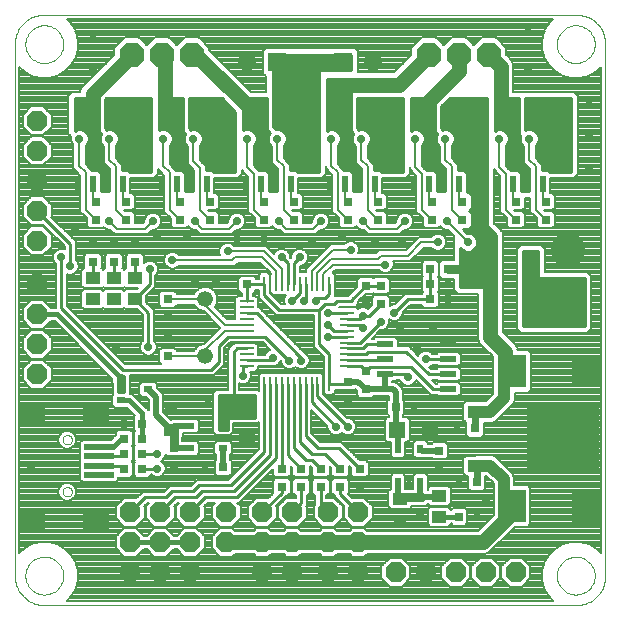
<source format=gtl>
G75*
%MOIN*%
%OFA0B0*%
%FSLAX24Y24*%
%IPPOS*%
%LPD*%
%AMOC8*
5,1,8,0,0,1.08239X$1,22.5*
%
%ADD10C,0.0000*%
%ADD11R,0.0197X0.0551*%
%ADD12R,0.0315X0.0276*%
%ADD13OC8,0.0832*%
%ADD14R,0.0866X0.0709*%
%ADD15R,0.0984X0.0197*%
%ADD16R,0.0276X0.0315*%
%ADD17R,0.0255X0.0216*%
%ADD18R,0.0216X0.0255*%
%ADD19R,0.2441X0.2126*%
%ADD20R,0.0630X0.0394*%
%ADD21C,0.1147*%
%ADD22R,0.1147X0.1147*%
%ADD23R,0.0551X0.0197*%
%ADD24C,0.0630*%
%ADD25R,0.0630X0.0630*%
%ADD26R,0.0945X0.1102*%
%ADD27R,0.0315X0.0217*%
%ADD28OC8,0.0673*%
%ADD29R,0.0197X0.0315*%
%ADD30R,0.0117X0.0315*%
%ADD31R,0.0315X0.0197*%
%ADD32R,0.0315X0.0117*%
%ADD33R,0.0512X0.0394*%
%ADD34R,0.0432X0.0314*%
%ADD35R,0.0551X0.0551*%
%ADD36C,0.0524*%
%ADD37R,0.0472X0.0394*%
%ADD38R,0.0472X0.0098*%
%ADD39R,0.0098X0.0472*%
%ADD40C,0.0080*%
%ADD41C,0.0200*%
%ADD42C,0.0295*%
%ADD43C,0.0354*%
%ADD44C,0.0280*%
%ADD45C,0.0100*%
%ADD46C,0.0500*%
%ADD47C,0.0400*%
%ADD48C,0.0240*%
%ADD49C,0.0160*%
%ADD50C,0.0200*%
D10*
X002834Y001872D02*
X002834Y019588D01*
X003189Y019588D02*
X003191Y019638D01*
X003197Y019688D01*
X003207Y019737D01*
X003221Y019785D01*
X003238Y019832D01*
X003259Y019877D01*
X003284Y019921D01*
X003312Y019962D01*
X003344Y020001D01*
X003378Y020038D01*
X003415Y020072D01*
X003455Y020102D01*
X003497Y020129D01*
X003541Y020153D01*
X003587Y020174D01*
X003634Y020190D01*
X003682Y020203D01*
X003732Y020212D01*
X003781Y020217D01*
X003832Y020218D01*
X003882Y020215D01*
X003931Y020208D01*
X003980Y020197D01*
X004028Y020182D01*
X004074Y020164D01*
X004119Y020142D01*
X004162Y020116D01*
X004203Y020087D01*
X004242Y020055D01*
X004278Y020020D01*
X004310Y019982D01*
X004340Y019942D01*
X004367Y019899D01*
X004390Y019855D01*
X004409Y019809D01*
X004425Y019761D01*
X004437Y019712D01*
X004445Y019663D01*
X004449Y019613D01*
X004449Y019563D01*
X004445Y019513D01*
X004437Y019464D01*
X004425Y019415D01*
X004409Y019367D01*
X004390Y019321D01*
X004367Y019277D01*
X004340Y019234D01*
X004310Y019194D01*
X004278Y019156D01*
X004242Y019121D01*
X004203Y019089D01*
X004162Y019060D01*
X004119Y019034D01*
X004074Y019012D01*
X004028Y018994D01*
X003980Y018979D01*
X003931Y018968D01*
X003882Y018961D01*
X003832Y018958D01*
X003781Y018959D01*
X003732Y018964D01*
X003682Y018973D01*
X003634Y018986D01*
X003587Y019002D01*
X003541Y019023D01*
X003497Y019047D01*
X003455Y019074D01*
X003415Y019104D01*
X003378Y019138D01*
X003344Y019175D01*
X003312Y019214D01*
X003284Y019255D01*
X003259Y019299D01*
X003238Y019344D01*
X003221Y019391D01*
X003207Y019439D01*
X003197Y019488D01*
X003191Y019538D01*
X003189Y019588D01*
X002835Y019588D02*
X002837Y019650D01*
X002843Y019711D01*
X002852Y019772D01*
X002866Y019833D01*
X002883Y019892D01*
X002904Y019950D01*
X002929Y020007D01*
X002957Y020062D01*
X002988Y020115D01*
X003023Y020166D01*
X003061Y020215D01*
X003102Y020262D01*
X003145Y020305D01*
X003192Y020346D01*
X003241Y020384D01*
X003292Y020419D01*
X003345Y020450D01*
X003400Y020478D01*
X003457Y020503D01*
X003515Y020524D01*
X003574Y020541D01*
X003635Y020555D01*
X003696Y020564D01*
X003757Y020570D01*
X003819Y020572D01*
X021535Y020572D01*
X020905Y019588D02*
X020907Y019638D01*
X020913Y019688D01*
X020923Y019737D01*
X020937Y019785D01*
X020954Y019832D01*
X020975Y019877D01*
X021000Y019921D01*
X021028Y019962D01*
X021060Y020001D01*
X021094Y020038D01*
X021131Y020072D01*
X021171Y020102D01*
X021213Y020129D01*
X021257Y020153D01*
X021303Y020174D01*
X021350Y020190D01*
X021398Y020203D01*
X021448Y020212D01*
X021497Y020217D01*
X021548Y020218D01*
X021598Y020215D01*
X021647Y020208D01*
X021696Y020197D01*
X021744Y020182D01*
X021790Y020164D01*
X021835Y020142D01*
X021878Y020116D01*
X021919Y020087D01*
X021958Y020055D01*
X021994Y020020D01*
X022026Y019982D01*
X022056Y019942D01*
X022083Y019899D01*
X022106Y019855D01*
X022125Y019809D01*
X022141Y019761D01*
X022153Y019712D01*
X022161Y019663D01*
X022165Y019613D01*
X022165Y019563D01*
X022161Y019513D01*
X022153Y019464D01*
X022141Y019415D01*
X022125Y019367D01*
X022106Y019321D01*
X022083Y019277D01*
X022056Y019234D01*
X022026Y019194D01*
X021994Y019156D01*
X021958Y019121D01*
X021919Y019089D01*
X021878Y019060D01*
X021835Y019034D01*
X021790Y019012D01*
X021744Y018994D01*
X021696Y018979D01*
X021647Y018968D01*
X021598Y018961D01*
X021548Y018958D01*
X021497Y018959D01*
X021448Y018964D01*
X021398Y018973D01*
X021350Y018986D01*
X021303Y019002D01*
X021257Y019023D01*
X021213Y019047D01*
X021171Y019074D01*
X021131Y019104D01*
X021094Y019138D01*
X021060Y019175D01*
X021028Y019214D01*
X021000Y019255D01*
X020975Y019299D01*
X020954Y019344D01*
X020937Y019391D01*
X020923Y019439D01*
X020913Y019488D01*
X020907Y019538D01*
X020905Y019588D01*
X021535Y020572D02*
X021597Y020570D01*
X021658Y020564D01*
X021719Y020555D01*
X021780Y020541D01*
X021839Y020524D01*
X021897Y020503D01*
X021954Y020478D01*
X022009Y020450D01*
X022062Y020419D01*
X022113Y020384D01*
X022162Y020346D01*
X022209Y020305D01*
X022252Y020262D01*
X022293Y020215D01*
X022331Y020166D01*
X022366Y020115D01*
X022397Y020062D01*
X022425Y020007D01*
X022450Y019950D01*
X022471Y019892D01*
X022488Y019833D01*
X022502Y019772D01*
X022511Y019711D01*
X022517Y019650D01*
X022519Y019588D01*
X022519Y001872D01*
X020905Y001872D02*
X020907Y001922D01*
X020913Y001972D01*
X020923Y002021D01*
X020937Y002069D01*
X020954Y002116D01*
X020975Y002161D01*
X021000Y002205D01*
X021028Y002246D01*
X021060Y002285D01*
X021094Y002322D01*
X021131Y002356D01*
X021171Y002386D01*
X021213Y002413D01*
X021257Y002437D01*
X021303Y002458D01*
X021350Y002474D01*
X021398Y002487D01*
X021448Y002496D01*
X021497Y002501D01*
X021548Y002502D01*
X021598Y002499D01*
X021647Y002492D01*
X021696Y002481D01*
X021744Y002466D01*
X021790Y002448D01*
X021835Y002426D01*
X021878Y002400D01*
X021919Y002371D01*
X021958Y002339D01*
X021994Y002304D01*
X022026Y002266D01*
X022056Y002226D01*
X022083Y002183D01*
X022106Y002139D01*
X022125Y002093D01*
X022141Y002045D01*
X022153Y001996D01*
X022161Y001947D01*
X022165Y001897D01*
X022165Y001847D01*
X022161Y001797D01*
X022153Y001748D01*
X022141Y001699D01*
X022125Y001651D01*
X022106Y001605D01*
X022083Y001561D01*
X022056Y001518D01*
X022026Y001478D01*
X021994Y001440D01*
X021958Y001405D01*
X021919Y001373D01*
X021878Y001344D01*
X021835Y001318D01*
X021790Y001296D01*
X021744Y001278D01*
X021696Y001263D01*
X021647Y001252D01*
X021598Y001245D01*
X021548Y001242D01*
X021497Y001243D01*
X021448Y001248D01*
X021398Y001257D01*
X021350Y001270D01*
X021303Y001286D01*
X021257Y001307D01*
X021213Y001331D01*
X021171Y001358D01*
X021131Y001388D01*
X021094Y001422D01*
X021060Y001459D01*
X021028Y001498D01*
X021000Y001539D01*
X020975Y001583D01*
X020954Y001628D01*
X020937Y001675D01*
X020923Y001723D01*
X020913Y001772D01*
X020907Y001822D01*
X020905Y001872D01*
X021535Y000888D02*
X021597Y000890D01*
X021658Y000896D01*
X021719Y000905D01*
X021780Y000919D01*
X021839Y000936D01*
X021897Y000957D01*
X021954Y000982D01*
X022009Y001010D01*
X022062Y001041D01*
X022113Y001076D01*
X022162Y001114D01*
X022209Y001155D01*
X022252Y001198D01*
X022293Y001245D01*
X022331Y001294D01*
X022366Y001345D01*
X022397Y001398D01*
X022425Y001453D01*
X022450Y001510D01*
X022471Y001568D01*
X022488Y001627D01*
X022502Y001688D01*
X022511Y001749D01*
X022517Y001810D01*
X022519Y001872D01*
X021535Y000887D02*
X003819Y000887D01*
X003189Y001872D02*
X003191Y001922D01*
X003197Y001972D01*
X003207Y002021D01*
X003221Y002069D01*
X003238Y002116D01*
X003259Y002161D01*
X003284Y002205D01*
X003312Y002246D01*
X003344Y002285D01*
X003378Y002322D01*
X003415Y002356D01*
X003455Y002386D01*
X003497Y002413D01*
X003541Y002437D01*
X003587Y002458D01*
X003634Y002474D01*
X003682Y002487D01*
X003732Y002496D01*
X003781Y002501D01*
X003832Y002502D01*
X003882Y002499D01*
X003931Y002492D01*
X003980Y002481D01*
X004028Y002466D01*
X004074Y002448D01*
X004119Y002426D01*
X004162Y002400D01*
X004203Y002371D01*
X004242Y002339D01*
X004278Y002304D01*
X004310Y002266D01*
X004340Y002226D01*
X004367Y002183D01*
X004390Y002139D01*
X004409Y002093D01*
X004425Y002045D01*
X004437Y001996D01*
X004445Y001947D01*
X004449Y001897D01*
X004449Y001847D01*
X004445Y001797D01*
X004437Y001748D01*
X004425Y001699D01*
X004409Y001651D01*
X004390Y001605D01*
X004367Y001561D01*
X004340Y001518D01*
X004310Y001478D01*
X004278Y001440D01*
X004242Y001405D01*
X004203Y001373D01*
X004162Y001344D01*
X004119Y001318D01*
X004074Y001296D01*
X004028Y001278D01*
X003980Y001263D01*
X003931Y001252D01*
X003882Y001245D01*
X003832Y001242D01*
X003781Y001243D01*
X003732Y001248D01*
X003682Y001257D01*
X003634Y001270D01*
X003587Y001286D01*
X003541Y001307D01*
X003497Y001331D01*
X003455Y001358D01*
X003415Y001388D01*
X003378Y001422D01*
X003344Y001459D01*
X003312Y001498D01*
X003284Y001539D01*
X003259Y001583D01*
X003238Y001628D01*
X003221Y001675D01*
X003207Y001723D01*
X003197Y001772D01*
X003191Y001822D01*
X003189Y001872D01*
X002835Y001872D02*
X002837Y001810D01*
X002843Y001749D01*
X002852Y001688D01*
X002866Y001627D01*
X002883Y001568D01*
X002904Y001510D01*
X002929Y001453D01*
X002957Y001398D01*
X002988Y001345D01*
X003023Y001294D01*
X003061Y001245D01*
X003102Y001198D01*
X003145Y001155D01*
X003192Y001114D01*
X003241Y001076D01*
X003292Y001041D01*
X003345Y001010D01*
X003400Y000982D01*
X003457Y000957D01*
X003515Y000936D01*
X003574Y000919D01*
X003635Y000905D01*
X003696Y000896D01*
X003757Y000890D01*
X003819Y000888D01*
X004427Y004671D02*
X004429Y004696D01*
X004435Y004720D01*
X004444Y004742D01*
X004457Y004763D01*
X004473Y004782D01*
X004492Y004798D01*
X004513Y004811D01*
X004535Y004820D01*
X004559Y004826D01*
X004584Y004828D01*
X004609Y004826D01*
X004633Y004820D01*
X004655Y004811D01*
X004676Y004798D01*
X004695Y004782D01*
X004711Y004763D01*
X004724Y004742D01*
X004733Y004720D01*
X004739Y004696D01*
X004741Y004671D01*
X004739Y004646D01*
X004733Y004622D01*
X004724Y004600D01*
X004711Y004579D01*
X004695Y004560D01*
X004676Y004544D01*
X004655Y004531D01*
X004633Y004522D01*
X004609Y004516D01*
X004584Y004514D01*
X004559Y004516D01*
X004535Y004522D01*
X004513Y004531D01*
X004492Y004544D01*
X004473Y004560D01*
X004457Y004579D01*
X004444Y004600D01*
X004435Y004622D01*
X004429Y004646D01*
X004427Y004671D01*
X004427Y006404D02*
X004429Y006429D01*
X004435Y006453D01*
X004444Y006475D01*
X004457Y006496D01*
X004473Y006515D01*
X004492Y006531D01*
X004513Y006544D01*
X004535Y006553D01*
X004559Y006559D01*
X004584Y006561D01*
X004609Y006559D01*
X004633Y006553D01*
X004655Y006544D01*
X004676Y006531D01*
X004695Y006515D01*
X004711Y006496D01*
X004724Y006475D01*
X004733Y006453D01*
X004739Y006429D01*
X004741Y006404D01*
X004739Y006379D01*
X004733Y006355D01*
X004724Y006333D01*
X004711Y006312D01*
X004695Y006293D01*
X004676Y006277D01*
X004655Y006264D01*
X004633Y006255D01*
X004609Y006249D01*
X004584Y006247D01*
X004559Y006249D01*
X004535Y006255D01*
X004513Y006264D01*
X004492Y006277D01*
X004473Y006293D01*
X004457Y006312D01*
X004444Y006333D01*
X004435Y006355D01*
X004429Y006379D01*
X004427Y006404D01*
D11*
X004934Y014937D03*
X005434Y014937D03*
X005934Y014937D03*
X006434Y014937D03*
X007734Y014937D03*
X008234Y014937D03*
X008734Y014937D03*
X009234Y014937D03*
X010534Y014937D03*
X011034Y014937D03*
X011534Y014937D03*
X012034Y014937D03*
X013334Y014937D03*
X013834Y014937D03*
X014334Y014937D03*
X014834Y014937D03*
X016134Y014937D03*
X016634Y014937D03*
X017134Y014937D03*
X017634Y014937D03*
X018934Y014937D03*
X019434Y014937D03*
X019934Y014937D03*
X020434Y014937D03*
X020434Y017037D03*
X019934Y017037D03*
X019434Y017037D03*
X018934Y017037D03*
X017634Y017037D03*
X017134Y017037D03*
X016634Y017037D03*
X016134Y017037D03*
X014834Y017037D03*
X014334Y017037D03*
X013834Y017037D03*
X013334Y017037D03*
X012034Y017037D03*
X011534Y017037D03*
X011034Y017037D03*
X010534Y017037D03*
X009234Y017037D03*
X008734Y017037D03*
X008234Y017037D03*
X007734Y017037D03*
X006434Y017037D03*
X005934Y017037D03*
X005434Y017037D03*
X004934Y017037D03*
D12*
X005534Y014337D03*
X005534Y013737D03*
X006534Y013737D03*
X006534Y014337D03*
X008334Y014337D03*
X008334Y013737D03*
X009334Y013737D03*
X009334Y014337D03*
X011134Y014337D03*
X011134Y013737D03*
X012134Y013737D03*
X012134Y014337D03*
X013934Y014337D03*
X013934Y013737D03*
X014934Y013737D03*
X014934Y014337D03*
X016734Y014337D03*
X016734Y013737D03*
X017734Y013737D03*
X017734Y014337D03*
X019534Y014337D03*
X019534Y013737D03*
X020534Y013737D03*
X020534Y014337D03*
X015034Y011537D03*
X014534Y011537D03*
X015034Y010937D03*
X014534Y008687D03*
X013934Y008337D03*
X014534Y008087D03*
X016984Y006037D03*
X016334Y004487D03*
X014334Y005437D03*
X013684Y005437D03*
X013034Y005437D03*
X013034Y004837D03*
X013684Y004837D03*
X012384Y004837D03*
X011734Y004837D03*
X011734Y005437D03*
X012384Y005437D03*
X008134Y006137D03*
X007934Y009187D03*
X007934Y011087D03*
X006834Y012337D03*
X006134Y012337D03*
X005434Y012337D03*
X010584Y011587D03*
D13*
X008734Y019237D03*
X007734Y019237D03*
X006734Y019237D03*
X016634Y019237D03*
X017634Y019237D03*
X018634Y019237D03*
D14*
X005529Y007309D03*
X003403Y007309D03*
X003403Y003766D03*
X005529Y003766D03*
D15*
X005647Y004907D03*
X005647Y005222D03*
X005647Y005537D03*
X005647Y005852D03*
X005647Y006167D03*
D16*
X006484Y005937D03*
X006484Y005437D03*
X007084Y005437D03*
X007084Y005937D03*
X007084Y006437D03*
X007084Y006937D03*
X006484Y006437D03*
X009784Y005487D03*
X009884Y007637D03*
X015534Y007487D03*
X018184Y006787D03*
X018234Y004987D03*
X017634Y003837D03*
X016684Y011087D03*
X016684Y011587D03*
X016684Y012087D03*
X017284Y012087D03*
D17*
X014534Y010937D03*
X013934Y007737D03*
X016984Y005437D03*
X016334Y003887D03*
X014334Y004837D03*
X008134Y005537D03*
X007934Y009787D03*
X007934Y010487D03*
X010584Y012187D03*
X006834Y012937D03*
X006134Y012937D03*
X005434Y012937D03*
D18*
X009284Y007637D03*
X009184Y005487D03*
X006484Y006937D03*
X016134Y007487D03*
X017584Y006787D03*
X017634Y004987D03*
X018234Y003837D03*
X017284Y011087D03*
X017284Y011587D03*
D19*
X021119Y006437D03*
D20*
X018245Y005540D03*
X018245Y007335D03*
D21*
X021284Y012737D03*
D22*
X021284Y010737D03*
D23*
X020034Y011087D03*
X020034Y011587D03*
X020034Y012087D03*
X020034Y012587D03*
X017934Y012587D03*
X017934Y012087D03*
X017934Y011587D03*
X017934Y011087D03*
X017284Y009587D03*
X017284Y009087D03*
X017284Y008587D03*
X017284Y008087D03*
X015184Y008087D03*
X015184Y008587D03*
X015184Y009087D03*
X015184Y009587D03*
D24*
X014784Y018987D03*
X010584Y018987D03*
D25*
X011584Y018987D03*
X013784Y018987D03*
D26*
X019394Y008687D03*
X021874Y008687D03*
X021884Y004187D03*
X019404Y004187D03*
D27*
X007284Y008087D03*
X006384Y007717D03*
X006384Y008457D03*
D28*
X003584Y008587D03*
X003584Y009587D03*
X003584Y010587D03*
X003584Y011587D03*
X003584Y013037D03*
X003584Y014037D03*
X003584Y015037D03*
X003584Y016037D03*
X003584Y017037D03*
X006684Y003987D03*
X007684Y003987D03*
X008684Y003987D03*
X008684Y002987D03*
X007684Y002987D03*
X007684Y001987D03*
X008684Y001987D03*
X009884Y002987D03*
X011084Y002987D03*
X011084Y001987D03*
X012084Y001987D03*
X012084Y002987D03*
X012084Y003987D03*
X011084Y003987D03*
X009884Y003987D03*
X006684Y002987D03*
X006684Y001987D03*
X013284Y001987D03*
X014284Y001987D03*
X014284Y002987D03*
X013284Y002987D03*
X013284Y003987D03*
X014284Y003987D03*
X015534Y001987D03*
X016534Y001987D03*
X017534Y001987D03*
X018534Y001987D03*
X019534Y001987D03*
D29*
X016358Y004987D03*
X015610Y004987D03*
X015610Y006087D03*
X016358Y006087D03*
D30*
X015984Y004987D03*
D31*
X009784Y006113D03*
X009784Y006861D03*
X008684Y006861D03*
X008684Y006113D03*
D32*
X008684Y006487D03*
D33*
X008034Y006737D03*
X015684Y004437D03*
D34*
X015684Y003737D03*
X008034Y007437D03*
D35*
X010584Y007639D03*
X010584Y006536D03*
X015583Y006737D03*
X016685Y006737D03*
D36*
X009184Y009187D03*
X009184Y011087D03*
D37*
X006834Y011087D03*
X006134Y011087D03*
X005434Y011087D03*
X005434Y011787D03*
X006134Y011787D03*
X006834Y011787D03*
X016984Y004537D03*
X016984Y003837D03*
D38*
X013908Y008855D03*
X013908Y009052D03*
X013908Y009248D03*
X013908Y009445D03*
X013908Y009642D03*
X013908Y009839D03*
X013908Y010036D03*
X013908Y010233D03*
X013908Y010430D03*
X013908Y010626D03*
X013908Y010823D03*
X013908Y011020D03*
X010561Y011020D03*
X010561Y010823D03*
X010561Y010626D03*
X010561Y010430D03*
X010561Y010233D03*
X010561Y010036D03*
X010561Y009839D03*
X010561Y009642D03*
X010561Y009445D03*
X010561Y009248D03*
X010561Y009052D03*
X010561Y008855D03*
D39*
X011152Y008264D03*
X011348Y008264D03*
X011545Y008264D03*
X011742Y008264D03*
X011939Y008264D03*
X012136Y008264D03*
X012333Y008264D03*
X012530Y008264D03*
X012726Y008264D03*
X012923Y008264D03*
X013120Y008264D03*
X013317Y008264D03*
X013317Y011611D03*
X013120Y011611D03*
X012923Y011611D03*
X012726Y011611D03*
X012530Y011611D03*
X012333Y011611D03*
X012136Y011611D03*
X011939Y011611D03*
X011742Y011611D03*
X011545Y011611D03*
X011348Y011611D03*
X011152Y011611D03*
D40*
X011342Y011642D02*
X011356Y011642D01*
X011342Y011689D02*
X011341Y011690D01*
X011341Y011905D01*
X011259Y011987D01*
X011044Y011987D01*
X010962Y011905D01*
X010962Y011777D01*
X010882Y011777D01*
X010882Y011783D01*
X010800Y011865D01*
X010645Y011865D01*
X010640Y011867D01*
X010529Y011867D01*
X010523Y011865D01*
X010369Y011865D01*
X010287Y011783D01*
X010287Y011392D01*
X010369Y011310D01*
X010394Y011310D01*
X010394Y011209D01*
X010267Y011209D01*
X010185Y011127D01*
X010185Y010413D01*
X009914Y010413D01*
X009496Y010831D01*
X009525Y010860D01*
X009586Y011007D01*
X009586Y011167D01*
X009525Y011315D01*
X009412Y011428D01*
X009264Y011489D01*
X009104Y011489D01*
X008957Y011428D01*
X008844Y011315D01*
X008824Y011267D01*
X008232Y011267D01*
X008232Y011283D01*
X008150Y011365D01*
X007719Y011365D01*
X007637Y011283D01*
X007637Y010892D01*
X007719Y010810D01*
X008150Y010810D01*
X008232Y010892D01*
X008232Y010907D01*
X008824Y010907D01*
X008844Y010860D01*
X008957Y010747D01*
X009104Y010686D01*
X009132Y010686D01*
X009680Y010137D01*
X009132Y009589D01*
X009104Y009589D01*
X008957Y009528D01*
X008844Y009415D01*
X008824Y009367D01*
X008232Y009367D01*
X008232Y009383D01*
X008150Y009465D01*
X007719Y009465D01*
X007637Y009383D01*
X007637Y008992D01*
X007701Y008927D01*
X006513Y008927D01*
X004574Y010866D01*
X004574Y011930D01*
X004629Y011907D01*
X004740Y011907D01*
X004843Y011950D01*
X004922Y012029D01*
X004964Y012132D01*
X004964Y012243D01*
X004922Y012346D01*
X004874Y012393D01*
X004874Y013016D01*
X004056Y013835D01*
X004061Y013840D01*
X004061Y014235D01*
X003782Y014514D01*
X003387Y014514D01*
X003108Y014235D01*
X003108Y013840D01*
X002974Y013840D01*
X002974Y013918D02*
X003108Y013918D01*
X003108Y013840D02*
X003387Y013561D01*
X003782Y013561D01*
X003787Y013566D01*
X004494Y012859D01*
X004494Y012745D01*
X004440Y012767D01*
X004329Y012767D01*
X004226Y012725D01*
X004147Y012646D01*
X004104Y012543D01*
X004104Y012432D01*
X004147Y012329D01*
X004194Y012281D01*
X004194Y010807D01*
X004038Y010807D01*
X003782Y011064D01*
X003387Y011064D01*
X003108Y010785D01*
X003108Y010390D01*
X003387Y010111D01*
X003782Y010111D01*
X004038Y010367D01*
X004163Y010367D01*
X006087Y008444D01*
X006087Y008291D01*
X006094Y008284D01*
X006094Y007909D01*
X006103Y007900D01*
X006087Y007884D01*
X006087Y007551D01*
X006169Y007469D01*
X006591Y007469D01*
X006857Y007203D01*
X006807Y007153D01*
X006807Y006722D01*
X006841Y006687D01*
X006807Y006653D01*
X006807Y006222D01*
X006841Y006187D01*
X006807Y006153D01*
X006807Y005722D01*
X006841Y005687D01*
X006807Y005653D01*
X006807Y005222D01*
X006889Y005140D01*
X007280Y005140D01*
X007362Y005222D01*
X007362Y005247D01*
X007378Y005247D01*
X007426Y005200D01*
X007529Y005157D01*
X007640Y005157D01*
X007743Y005200D01*
X007822Y005279D01*
X007864Y005382D01*
X007864Y005493D01*
X007822Y005596D01*
X007743Y005675D01*
X007712Y005687D01*
X007743Y005700D01*
X007822Y005779D01*
X007864Y005882D01*
X007864Y005914D01*
X007919Y005860D01*
X008073Y005860D01*
X008079Y005857D01*
X008190Y005857D01*
X008195Y005860D01*
X008350Y005860D01*
X008364Y005873D01*
X008732Y005873D01*
X008736Y005875D01*
X008900Y005875D01*
X008982Y005957D01*
X008982Y006270D01*
X008900Y006352D01*
X008736Y006352D01*
X008732Y006353D01*
X008424Y006353D01*
X008424Y006477D01*
X008430Y006483D01*
X008430Y006621D01*
X008732Y006621D01*
X008736Y006623D01*
X008900Y006623D01*
X008982Y006705D01*
X008982Y007018D01*
X008900Y007100D01*
X008736Y007100D01*
X008732Y007101D01*
X008111Y007101D01*
X008053Y007077D01*
X008034Y007077D01*
X007774Y007337D01*
X007774Y007885D01*
X007738Y007973D01*
X007582Y008129D01*
X007582Y008254D01*
X007500Y008336D01*
X007069Y008336D01*
X006987Y008254D01*
X006987Y007921D01*
X007069Y007839D01*
X007193Y007839D01*
X007294Y007738D01*
X007294Y007389D01*
X007175Y007507D01*
X006745Y007937D01*
X006674Y007937D01*
X006674Y008284D01*
X006682Y008291D01*
X006682Y008547D01*
X009463Y008547D01*
X009574Y008659D01*
X009713Y008797D01*
X009824Y008909D01*
X009824Y009459D01*
X010015Y009649D01*
X011104Y009649D01*
X011348Y009405D01*
X011276Y009375D01*
X011197Y009296D01*
X011174Y009242D01*
X010937Y009242D01*
X010937Y009552D01*
X010855Y009634D01*
X010641Y009634D01*
X010640Y009635D01*
X010163Y009635D01*
X010056Y009527D01*
X009944Y009416D01*
X009944Y008077D01*
X009556Y008077D01*
X009444Y007966D01*
X009444Y006659D01*
X009556Y006547D01*
X009713Y006547D01*
X009856Y006547D01*
X010013Y006547D01*
X010124Y006659D01*
X010124Y006947D01*
X010913Y006947D01*
X010962Y006996D01*
X010962Y006083D01*
X009956Y005077D01*
X008906Y005077D01*
X008706Y004877D01*
X008006Y004877D01*
X007806Y004677D01*
X007106Y004677D01*
X006887Y004459D01*
X006882Y004464D01*
X006487Y004464D01*
X006208Y004185D01*
X006208Y003790D01*
X006487Y003511D01*
X006882Y003511D01*
X007161Y003790D01*
X007161Y004185D01*
X007156Y004190D01*
X007263Y004297D01*
X007320Y004297D01*
X007208Y004185D01*
X007208Y003790D01*
X007487Y003511D01*
X007882Y003511D01*
X008161Y003790D01*
X008161Y004185D01*
X008156Y004190D01*
X008263Y004297D01*
X008320Y004297D01*
X008208Y004185D01*
X008208Y003790D01*
X008487Y003511D01*
X008882Y003511D01*
X009161Y003790D01*
X009161Y004185D01*
X009156Y004190D01*
X009263Y004297D01*
X009520Y004297D01*
X009408Y004185D01*
X009408Y003790D01*
X009687Y003511D01*
X010082Y003511D01*
X010361Y003790D01*
X010361Y004185D01*
X010248Y004297D01*
X010313Y004297D01*
X010424Y004409D01*
X011437Y005421D01*
X011437Y005242D01*
X011519Y005160D01*
X011950Y005160D01*
X012032Y005242D01*
X012032Y005521D01*
X012087Y005466D01*
X012087Y005242D01*
X012169Y005160D01*
X012600Y005160D01*
X012682Y005242D01*
X012682Y005521D01*
X012737Y005466D01*
X012737Y005242D01*
X012819Y005160D01*
X013250Y005160D01*
X013332Y005242D01*
X013332Y005521D01*
X013387Y005466D01*
X013387Y005242D01*
X013469Y005160D01*
X013900Y005160D01*
X013982Y005242D01*
X013982Y005521D01*
X014037Y005466D01*
X014037Y005242D01*
X014119Y005160D01*
X014550Y005160D01*
X014632Y005242D01*
X014632Y005633D01*
X014550Y005715D01*
X014325Y005715D01*
X013713Y006327D01*
X013013Y006327D01*
X012720Y006621D01*
X012720Y007383D01*
X013254Y006849D01*
X013254Y006782D01*
X013297Y006679D01*
X013376Y006600D01*
X013479Y006557D01*
X013590Y006557D01*
X013693Y006600D01*
X013734Y006641D01*
X013776Y006600D01*
X013879Y006557D01*
X013990Y006557D01*
X014093Y006600D01*
X014172Y006679D01*
X014214Y006782D01*
X014214Y006893D01*
X014172Y006996D01*
X014093Y007075D01*
X013990Y007117D01*
X013923Y007117D01*
X013113Y007927D01*
X013113Y008343D01*
X013113Y008344D01*
X013113Y008558D01*
X013030Y008640D01*
X011044Y008640D01*
X010962Y008558D01*
X010962Y008344D01*
X010962Y008343D01*
X010962Y008029D01*
X010913Y008077D01*
X010324Y008077D01*
X010324Y008280D01*
X010379Y008257D01*
X010490Y008257D01*
X010593Y008300D01*
X010672Y008379D01*
X010714Y008482D01*
X010714Y008593D01*
X010684Y008666D01*
X010855Y008666D01*
X010937Y008748D01*
X010937Y008862D01*
X011369Y008862D01*
X011379Y008857D01*
X011490Y008857D01*
X011593Y008900D01*
X011672Y008979D01*
X011702Y009051D01*
X011704Y009049D01*
X011704Y008982D01*
X011747Y008879D01*
X011826Y008800D01*
X011929Y008757D01*
X012040Y008757D01*
X012143Y008800D01*
X012184Y008841D01*
X012226Y008800D01*
X012329Y008757D01*
X012440Y008757D01*
X012543Y008800D01*
X012622Y008879D01*
X012664Y008982D01*
X012664Y009093D01*
X012622Y009196D01*
X012543Y009275D01*
X012496Y009294D01*
X012463Y009327D01*
X010974Y010816D01*
X010937Y010816D01*
X010937Y011127D01*
X010855Y011209D01*
X010774Y011209D01*
X010774Y011310D01*
X010800Y011310D01*
X010882Y011392D01*
X010882Y011397D01*
X010962Y011397D01*
X010962Y011141D01*
X011444Y010659D01*
X011556Y010547D01*
X012794Y010547D01*
X012794Y009509D01*
X012906Y009397D01*
X013127Y009176D01*
X013127Y008185D01*
X013128Y008185D01*
X013128Y007970D01*
X013210Y007888D01*
X013424Y007888D01*
X013506Y007970D01*
X013506Y008074D01*
X013704Y008074D01*
X013719Y008060D01*
X013873Y008060D01*
X013879Y008057D01*
X013990Y008057D01*
X013995Y008060D01*
X014150Y008060D01*
X014186Y008096D01*
X014237Y008045D01*
X014237Y007892D01*
X014319Y007810D01*
X014750Y007810D01*
X014788Y007847D01*
X015232Y007847D01*
X015236Y007849D01*
X015294Y007849D01*
X015294Y007741D01*
X015257Y007703D01*
X015257Y007272D01*
X015294Y007234D01*
X015294Y007153D01*
X015250Y007153D01*
X015168Y007071D01*
X015168Y006404D01*
X015250Y006322D01*
X015370Y006322D01*
X015370Y006040D01*
X015372Y006036D01*
X015372Y005872D01*
X015454Y005790D01*
X015767Y005790D01*
X015849Y005872D01*
X015849Y006036D01*
X015850Y006040D01*
X015850Y006322D01*
X015917Y006322D01*
X015999Y006404D01*
X015999Y007071D01*
X015917Y007153D01*
X015774Y007153D01*
X015774Y007234D01*
X015812Y007272D01*
X015812Y007703D01*
X015774Y007741D01*
X015774Y008035D01*
X015738Y008123D01*
X015670Y008191D01*
X015570Y008291D01*
X015541Y008303D01*
X015518Y008326D01*
X015486Y008326D01*
X015482Y008327D01*
X015424Y008327D01*
X015424Y008349D01*
X015518Y008349D01*
X015566Y008397D01*
X015669Y008397D01*
X015697Y008329D01*
X015776Y008250D01*
X015879Y008207D01*
X015990Y008207D01*
X016093Y008250D01*
X016172Y008329D01*
X016202Y008401D01*
X016594Y008009D01*
X016706Y007897D01*
X016902Y007897D01*
X016951Y007849D01*
X017618Y007849D01*
X017700Y007931D01*
X017700Y008244D01*
X017618Y008326D01*
X016951Y008326D01*
X016902Y008277D01*
X016863Y008277D01*
X016743Y008397D01*
X016902Y008397D01*
X016951Y008349D01*
X017618Y008349D01*
X017700Y008431D01*
X017700Y008744D01*
X017618Y008826D01*
X016951Y008826D01*
X016902Y008777D01*
X016713Y008777D01*
X016656Y008835D01*
X016693Y008850D01*
X016740Y008897D01*
X016902Y008897D01*
X016951Y008849D01*
X017618Y008849D01*
X017700Y008931D01*
X017700Y009244D01*
X017618Y009326D01*
X016951Y009326D01*
X016902Y009277D01*
X016740Y009277D01*
X016693Y009325D01*
X016590Y009367D01*
X016479Y009367D01*
X016376Y009325D01*
X016297Y009246D01*
X016282Y009209D01*
X016074Y009416D01*
X015963Y009527D01*
X015600Y009527D01*
X015600Y009744D01*
X015518Y009826D01*
X014851Y009826D01*
X014802Y009777D01*
X014743Y009777D01*
X015023Y010057D01*
X015090Y010057D01*
X015193Y010100D01*
X015272Y010179D01*
X015314Y010282D01*
X015314Y010393D01*
X015301Y010424D01*
X015326Y010400D01*
X015429Y010357D01*
X015540Y010357D01*
X015643Y010400D01*
X015722Y010479D01*
X015764Y010582D01*
X015764Y010649D01*
X016013Y010897D01*
X016407Y010897D01*
X016407Y010872D01*
X016489Y010790D01*
X016880Y010790D01*
X016962Y010872D01*
X016962Y011303D01*
X016928Y011337D01*
X016962Y011372D01*
X016962Y011803D01*
X016928Y011837D01*
X016962Y011872D01*
X016962Y012303D01*
X016880Y012385D01*
X016489Y012385D01*
X016407Y012303D01*
X016407Y011872D01*
X016441Y011837D01*
X016407Y011803D01*
X016407Y011372D01*
X016441Y011337D01*
X016407Y011303D01*
X016407Y011277D01*
X015856Y011277D01*
X015496Y010917D01*
X015429Y010917D01*
X015332Y010877D01*
X015332Y011133D01*
X015250Y011215D01*
X014819Y011215D01*
X014737Y011133D01*
X014737Y010909D01*
X014598Y010770D01*
X014593Y010775D01*
X014490Y010817D01*
X014379Y010817D01*
X014276Y010775D01*
X014259Y010758D01*
X014202Y010816D01*
X013987Y010816D01*
X013986Y010816D01*
X013632Y010816D01*
X013646Y010830D01*
X014146Y010830D01*
X014146Y010831D01*
X014202Y010831D01*
X014284Y010913D01*
X014284Y011018D01*
X014525Y011260D01*
X014750Y011260D01*
X014784Y011294D01*
X014819Y011260D01*
X015250Y011260D01*
X015332Y011342D01*
X015332Y011733D01*
X015250Y011815D01*
X014819Y011815D01*
X014784Y011781D01*
X014750Y011815D01*
X014319Y011815D01*
X014237Y011733D01*
X014237Y011509D01*
X013938Y011210D01*
X013507Y011210D01*
X013507Y011689D01*
X013506Y011690D01*
X013506Y011905D01*
X013431Y011980D01*
X013509Y012057D01*
X014968Y012057D01*
X015026Y012000D01*
X015129Y011957D01*
X015240Y011957D01*
X015343Y012000D01*
X015422Y012079D01*
X015464Y012182D01*
X015464Y012293D01*
X015438Y012357D01*
X016009Y012357D01*
X016459Y012807D01*
X016718Y012807D01*
X016776Y012750D01*
X016879Y012707D01*
X016990Y012707D01*
X017093Y012750D01*
X017172Y012829D01*
X017214Y012932D01*
X017214Y013043D01*
X017172Y013146D01*
X017093Y013225D01*
X016990Y013267D01*
X016879Y013267D01*
X016776Y013225D01*
X016718Y013167D01*
X016310Y013167D01*
X016204Y013062D01*
X015860Y012717D01*
X014960Y012717D01*
X014860Y012617D01*
X014288Y012617D01*
X014314Y012682D01*
X014314Y012793D01*
X014272Y012896D01*
X014193Y012975D01*
X014090Y013017D01*
X013979Y013017D01*
X013876Y012975D01*
X013818Y012917D01*
X013360Y012917D01*
X012652Y012210D01*
X012546Y012104D01*
X012546Y011987D01*
X012326Y011987D01*
X012326Y012207D01*
X012390Y012207D01*
X012493Y012250D01*
X012572Y012329D01*
X012614Y012432D01*
X012614Y012543D01*
X012572Y012646D01*
X012493Y012725D01*
X012390Y012767D01*
X012279Y012767D01*
X012176Y012725D01*
X012097Y012646D01*
X012054Y012543D01*
X012054Y012476D01*
X012034Y012456D01*
X012014Y012476D01*
X012014Y012543D01*
X011972Y012646D01*
X011893Y012725D01*
X011790Y012767D01*
X011679Y012767D01*
X011576Y012725D01*
X011497Y012646D01*
X011477Y012599D01*
X011209Y012867D01*
X010150Y012867D01*
X010093Y012925D01*
X009990Y012967D01*
X009879Y012967D01*
X009776Y012925D01*
X009697Y012846D01*
X009654Y012743D01*
X009654Y012632D01*
X009681Y012567D01*
X008300Y012567D01*
X008243Y012625D01*
X008140Y012667D01*
X008029Y012667D01*
X007926Y012625D01*
X007847Y012546D01*
X007804Y012443D01*
X007804Y012332D01*
X007847Y012229D01*
X007926Y012150D01*
X008029Y012107D01*
X008140Y012107D01*
X008243Y012150D01*
X008300Y012207D01*
X010159Y012207D01*
X010259Y012307D01*
X011010Y012307D01*
X011365Y011952D01*
X011365Y011914D01*
X011356Y011905D01*
X011356Y011316D01*
X011438Y011234D01*
X011885Y011234D01*
X011847Y011196D01*
X011804Y011093D01*
X011804Y010982D01*
X011827Y010927D01*
X011713Y010927D01*
X011342Y011299D01*
X011342Y011689D01*
X011341Y011720D02*
X011356Y011720D01*
X011356Y011799D02*
X011341Y011799D01*
X011341Y011877D02*
X011356Y011877D01*
X011361Y011956D02*
X011290Y011956D01*
X011283Y012034D02*
X007614Y012034D01*
X007614Y012032D02*
X007614Y012143D01*
X007572Y012246D01*
X007493Y012325D01*
X007390Y012367D01*
X007279Y012367D01*
X007176Y012325D01*
X007132Y012281D01*
X007132Y012533D01*
X007050Y012615D01*
X006619Y012615D01*
X006537Y012533D01*
X006537Y012142D01*
X006554Y012124D01*
X006540Y012124D01*
X006484Y012068D01*
X006429Y012124D01*
X006414Y012124D01*
X006432Y012142D01*
X006432Y012533D01*
X006350Y012615D01*
X005919Y012615D01*
X005837Y012533D01*
X005837Y012142D01*
X005854Y012124D01*
X005840Y012124D01*
X005784Y012068D01*
X005729Y012124D01*
X005714Y012124D01*
X005732Y012142D01*
X005732Y012533D01*
X005650Y012615D01*
X005219Y012615D01*
X005137Y012533D01*
X005137Y012142D01*
X005154Y012124D01*
X005140Y012124D01*
X005058Y012042D01*
X005058Y011533D01*
X005140Y011451D01*
X005729Y011451D01*
X005784Y011506D01*
X005840Y011451D01*
X006429Y011451D01*
X006484Y011506D01*
X006540Y011451D01*
X006929Y011451D01*
X006902Y011424D01*
X006540Y011424D01*
X006484Y011368D01*
X006429Y011424D01*
X005840Y011424D01*
X005784Y011368D01*
X005729Y011424D01*
X005140Y011424D01*
X005058Y011342D01*
X005058Y010833D01*
X005140Y010751D01*
X005729Y010751D01*
X005784Y010806D01*
X005840Y010751D01*
X006429Y010751D01*
X006484Y010806D01*
X006540Y010751D01*
X006902Y010751D01*
X007094Y010559D01*
X007094Y009693D01*
X007047Y009646D01*
X007004Y009543D01*
X007004Y009432D01*
X007047Y009329D01*
X007126Y009250D01*
X007229Y009207D01*
X007340Y009207D01*
X007443Y009250D01*
X007522Y009329D01*
X007564Y009432D01*
X007564Y009543D01*
X007522Y009646D01*
X007474Y009693D01*
X007474Y010716D01*
X007211Y010980D01*
X007211Y011195D01*
X007524Y011509D01*
X007524Y011881D01*
X007572Y011929D01*
X007614Y012032D01*
X007614Y012113D02*
X008015Y012113D01*
X008153Y012113D02*
X011204Y012113D01*
X011126Y012191D02*
X008284Y012191D01*
X008084Y012387D02*
X010084Y012387D01*
X010184Y012487D01*
X011084Y012487D01*
X011545Y012026D01*
X011545Y011611D01*
X011356Y011563D02*
X011342Y011563D01*
X011342Y011485D02*
X011356Y011485D01*
X011356Y011406D02*
X011342Y011406D01*
X011342Y011328D02*
X011356Y011328D01*
X011391Y011249D02*
X011423Y011249D01*
X011469Y011171D02*
X011837Y011171D01*
X011804Y011092D02*
X011548Y011092D01*
X011626Y011014D02*
X011804Y011014D01*
X011823Y010935D02*
X011705Y010935D01*
X011403Y010700D02*
X011090Y010700D01*
X011012Y010778D02*
X011325Y010778D01*
X011246Y010857D02*
X010937Y010857D01*
X010937Y010935D02*
X011168Y010935D01*
X011089Y011014D02*
X010937Y011014D01*
X010937Y011092D02*
X011011Y011092D01*
X010962Y011171D02*
X010894Y011171D01*
X010962Y011249D02*
X010774Y011249D01*
X010818Y011328D02*
X010962Y011328D01*
X010962Y011799D02*
X010866Y011799D01*
X010962Y011877D02*
X007524Y011877D01*
X007524Y011799D02*
X010303Y011799D01*
X010287Y011720D02*
X007524Y011720D01*
X007524Y011642D02*
X010287Y011642D01*
X010287Y011563D02*
X007524Y011563D01*
X007501Y011485D02*
X009094Y011485D01*
X008935Y011406D02*
X007422Y011406D01*
X007344Y011328D02*
X007682Y011328D01*
X007637Y011249D02*
X007265Y011249D01*
X007211Y011171D02*
X007637Y011171D01*
X007637Y011092D02*
X007211Y011092D01*
X007211Y011014D02*
X007637Y011014D01*
X007637Y010935D02*
X007255Y010935D01*
X007333Y010857D02*
X007672Y010857D01*
X007474Y010700D02*
X009070Y010700D01*
X009196Y010621D02*
X007474Y010621D01*
X007474Y010543D02*
X009274Y010543D01*
X009353Y010464D02*
X007474Y010464D01*
X007474Y010386D02*
X009431Y010386D01*
X009510Y010307D02*
X007474Y010307D01*
X007474Y010229D02*
X009588Y010229D01*
X009667Y010150D02*
X007474Y010150D01*
X007474Y010072D02*
X009614Y010072D01*
X009536Y009993D02*
X007474Y009993D01*
X007474Y009915D02*
X009457Y009915D01*
X009379Y009836D02*
X007474Y009836D01*
X007474Y009758D02*
X009300Y009758D01*
X009222Y009679D02*
X007488Y009679D01*
X007540Y009601D02*
X009143Y009601D01*
X008951Y009522D02*
X007564Y009522D01*
X007564Y009444D02*
X007698Y009444D01*
X007637Y009365D02*
X007537Y009365D01*
X007480Y009287D02*
X007637Y009287D01*
X007637Y009208D02*
X007342Y009208D01*
X007226Y009208D02*
X006232Y009208D01*
X006310Y009130D02*
X007637Y009130D01*
X007637Y009051D02*
X006389Y009051D01*
X006467Y008973D02*
X007656Y008973D01*
X007934Y009187D02*
X009184Y009187D01*
X009184Y009387D01*
X009833Y010036D01*
X010561Y010036D01*
X010561Y010233D02*
X009839Y010233D01*
X009184Y010887D01*
X009184Y011087D01*
X007934Y011087D01*
X008187Y011328D02*
X008857Y011328D01*
X009275Y011485D02*
X010287Y011485D01*
X010287Y011406D02*
X009434Y011406D01*
X009512Y011328D02*
X010351Y011328D01*
X010394Y011249D02*
X009552Y011249D01*
X009585Y011171D02*
X010229Y011171D01*
X010185Y011092D02*
X009586Y011092D01*
X009586Y011014D02*
X010185Y011014D01*
X010185Y010935D02*
X009556Y010935D01*
X009522Y010857D02*
X010185Y010857D01*
X010185Y010778D02*
X009548Y010778D01*
X009626Y010700D02*
X010185Y010700D01*
X010185Y010621D02*
X009705Y010621D01*
X009783Y010543D02*
X010185Y010543D01*
X010185Y010464D02*
X009862Y010464D01*
X009967Y009601D02*
X010129Y009601D01*
X010051Y009522D02*
X009888Y009522D01*
X009824Y009444D02*
X009972Y009444D01*
X009944Y009365D02*
X009824Y009365D01*
X009824Y009287D02*
X009944Y009287D01*
X009944Y009208D02*
X009824Y009208D01*
X009824Y009130D02*
X009944Y009130D01*
X009944Y009051D02*
X009824Y009051D01*
X009824Y008973D02*
X009944Y008973D01*
X009944Y008894D02*
X009810Y008894D01*
X009732Y008816D02*
X009944Y008816D01*
X009944Y008737D02*
X009653Y008737D01*
X009575Y008659D02*
X009944Y008659D01*
X009944Y008580D02*
X009496Y008580D01*
X009574Y008659D02*
X009574Y008659D01*
X009944Y008502D02*
X006682Y008502D01*
X006682Y008423D02*
X009944Y008423D01*
X009944Y008345D02*
X006682Y008345D01*
X006674Y008266D02*
X007000Y008266D01*
X006987Y008188D02*
X006674Y008188D01*
X006674Y008109D02*
X006987Y008109D01*
X006987Y008031D02*
X006674Y008031D01*
X006674Y007952D02*
X006987Y007952D01*
X007034Y007874D02*
X006809Y007874D01*
X006887Y007795D02*
X007237Y007795D01*
X007294Y007717D02*
X006966Y007717D01*
X007044Y007638D02*
X007294Y007638D01*
X007294Y007560D02*
X007123Y007560D01*
X007201Y007481D02*
X007294Y007481D01*
X007294Y007403D02*
X007280Y007403D01*
X006815Y007246D02*
X002974Y007246D01*
X002974Y007324D02*
X006736Y007324D01*
X006658Y007403D02*
X002974Y007403D01*
X002974Y007481D02*
X006157Y007481D01*
X006087Y007560D02*
X002974Y007560D01*
X002974Y007638D02*
X006087Y007638D01*
X006087Y007717D02*
X002974Y007717D01*
X002974Y007795D02*
X006087Y007795D01*
X006087Y007874D02*
X002974Y007874D01*
X002974Y007952D02*
X006094Y007952D01*
X006094Y008031D02*
X002974Y008031D01*
X002974Y008109D02*
X006094Y008109D01*
X006094Y008188D02*
X003859Y008188D01*
X003782Y008111D02*
X004061Y008390D01*
X004061Y008785D01*
X003782Y009064D01*
X003387Y009064D01*
X003108Y008785D01*
X003108Y008390D01*
X003387Y008111D01*
X003782Y008111D01*
X003937Y008266D02*
X006094Y008266D01*
X006087Y008345D02*
X004016Y008345D01*
X004061Y008423D02*
X006087Y008423D01*
X006029Y008502D02*
X004061Y008502D01*
X004061Y008580D02*
X005950Y008580D01*
X005872Y008659D02*
X004061Y008659D01*
X004061Y008737D02*
X005793Y008737D01*
X005715Y008816D02*
X004030Y008816D01*
X003951Y008894D02*
X005636Y008894D01*
X005558Y008973D02*
X003873Y008973D01*
X003794Y009051D02*
X005479Y009051D01*
X005401Y009130D02*
X003801Y009130D01*
X003782Y009111D02*
X004061Y009390D01*
X004061Y009785D01*
X003782Y010064D01*
X003387Y010064D01*
X003108Y009785D01*
X003108Y009390D01*
X003387Y009111D01*
X003782Y009111D01*
X003879Y009208D02*
X005322Y009208D01*
X005244Y009287D02*
X003958Y009287D01*
X004036Y009365D02*
X005165Y009365D01*
X005087Y009444D02*
X004061Y009444D01*
X004061Y009522D02*
X005008Y009522D01*
X004930Y009601D02*
X004061Y009601D01*
X004061Y009679D02*
X004851Y009679D01*
X004773Y009758D02*
X004061Y009758D01*
X004009Y009836D02*
X004694Y009836D01*
X004616Y009915D02*
X003931Y009915D01*
X003852Y009993D02*
X004537Y009993D01*
X004459Y010072D02*
X002974Y010072D01*
X002974Y010150D02*
X003347Y010150D01*
X003269Y010229D02*
X002974Y010229D01*
X002974Y010307D02*
X003190Y010307D01*
X003112Y010386D02*
X002974Y010386D01*
X002974Y010464D02*
X003108Y010464D01*
X003108Y010543D02*
X002974Y010543D01*
X002974Y010621D02*
X003108Y010621D01*
X003108Y010700D02*
X002974Y010700D01*
X002974Y010778D02*
X003108Y010778D01*
X003180Y010857D02*
X002974Y010857D01*
X002974Y010935D02*
X003258Y010935D01*
X003337Y011014D02*
X002974Y011014D01*
X002974Y011092D02*
X004194Y011092D01*
X004194Y011014D02*
X003832Y011014D01*
X003910Y010935D02*
X004194Y010935D01*
X004194Y010857D02*
X003989Y010857D01*
X004194Y011171D02*
X002974Y011171D01*
X002974Y011249D02*
X004194Y011249D01*
X004194Y011328D02*
X002974Y011328D01*
X002974Y011406D02*
X004194Y011406D01*
X004194Y011485D02*
X002974Y011485D01*
X002974Y011563D02*
X004194Y011563D01*
X004194Y011642D02*
X002974Y011642D01*
X002974Y011720D02*
X004194Y011720D01*
X004194Y011799D02*
X002974Y011799D01*
X002974Y011877D02*
X004194Y011877D01*
X004194Y011956D02*
X002974Y011956D01*
X002974Y012034D02*
X004194Y012034D01*
X004194Y012113D02*
X002974Y012113D01*
X002974Y012191D02*
X004194Y012191D01*
X004194Y012270D02*
X002974Y012270D01*
X002974Y012348D02*
X004139Y012348D01*
X004106Y012427D02*
X002974Y012427D01*
X002974Y012505D02*
X004104Y012505D01*
X004121Y012584D02*
X003805Y012584D01*
X003782Y012561D02*
X004061Y012840D01*
X004061Y013235D01*
X003782Y013514D01*
X003387Y013514D01*
X003108Y013235D01*
X003108Y012840D01*
X003387Y012561D01*
X003782Y012561D01*
X003883Y012662D02*
X004163Y012662D01*
X004265Y012741D02*
X003962Y012741D01*
X004040Y012819D02*
X004494Y012819D01*
X004455Y012898D02*
X004061Y012898D01*
X004061Y012976D02*
X004377Y012976D01*
X004298Y013055D02*
X004061Y013055D01*
X004061Y013133D02*
X004220Y013133D01*
X004141Y013212D02*
X004061Y013212D01*
X004063Y013290D02*
X004005Y013290D01*
X003984Y013369D02*
X003927Y013369D01*
X003906Y013447D02*
X003848Y013447D01*
X003827Y013526D02*
X002974Y013526D01*
X002974Y013604D02*
X003343Y013604D01*
X003265Y013683D02*
X002974Y013683D01*
X002974Y013761D02*
X003186Y013761D01*
X003108Y013997D02*
X002974Y013997D01*
X002974Y014075D02*
X003108Y014075D01*
X003108Y014154D02*
X002974Y014154D01*
X002974Y014232D02*
X003108Y014232D01*
X003184Y014311D02*
X002974Y014311D01*
X002974Y014389D02*
X003262Y014389D01*
X003341Y014468D02*
X002974Y014468D01*
X002974Y014546D02*
X005024Y014546D01*
X005024Y014468D02*
X003828Y014468D01*
X003906Y014389D02*
X005024Y014389D01*
X005024Y014311D02*
X003985Y014311D01*
X004061Y014232D02*
X005024Y014232D01*
X005024Y014154D02*
X004061Y014154D01*
X004061Y014075D02*
X005024Y014075D01*
X005024Y013997D02*
X004061Y013997D01*
X004061Y013918D02*
X005099Y013918D01*
X005130Y013887D02*
X005237Y013780D01*
X005237Y013542D01*
X005319Y013460D01*
X005750Y013460D01*
X005783Y013493D01*
X005826Y013450D01*
X005929Y013407D01*
X006010Y013407D01*
X006054Y013363D01*
X006160Y013257D01*
X007259Y013257D01*
X007409Y013407D01*
X007490Y013407D01*
X007593Y013450D01*
X007672Y013529D01*
X007714Y013632D01*
X007714Y013743D01*
X007672Y013846D01*
X007593Y013925D01*
X007490Y013967D01*
X007379Y013967D01*
X007276Y013925D01*
X007197Y013846D01*
X007154Y013743D01*
X007154Y013662D01*
X007110Y013617D01*
X006832Y013617D01*
X006832Y013933D01*
X006750Y014015D01*
X006511Y014015D01*
X006467Y014060D01*
X006750Y014060D01*
X006832Y014142D01*
X006832Y014533D01*
X006750Y014615D01*
X006673Y014615D01*
X006673Y015127D01*
X007471Y015127D01*
X007594Y015250D01*
X007594Y015430D01*
X007697Y015327D01*
X007824Y015200D01*
X007824Y013993D01*
X008037Y013780D01*
X008037Y013542D01*
X008119Y013460D01*
X008550Y013460D01*
X008608Y013518D01*
X008676Y013450D01*
X008779Y013407D01*
X008860Y013407D01*
X008904Y013363D01*
X009010Y013257D01*
X010059Y013257D01*
X010209Y013407D01*
X010290Y013407D01*
X010393Y013450D01*
X010472Y013529D01*
X010514Y013632D01*
X010514Y013743D01*
X010472Y013846D01*
X010393Y013925D01*
X010290Y013967D01*
X010179Y013967D01*
X010076Y013925D01*
X009997Y013846D01*
X009954Y013743D01*
X009954Y013662D01*
X009910Y013617D01*
X009632Y013617D01*
X009632Y013933D01*
X009550Y014015D01*
X009311Y014015D01*
X009267Y014060D01*
X009550Y014060D01*
X009632Y014142D01*
X009632Y014533D01*
X009550Y014615D01*
X009473Y014615D01*
X009473Y015127D01*
X010271Y015127D01*
X010394Y015250D01*
X010394Y015380D01*
X010497Y015277D01*
X010624Y015150D01*
X010624Y013993D01*
X010730Y013887D01*
X010837Y013780D01*
X010837Y013542D01*
X010919Y013460D01*
X011350Y013460D01*
X011408Y013518D01*
X011476Y013450D01*
X011579Y013407D01*
X011660Y013407D01*
X011704Y013363D01*
X011810Y013257D01*
X012859Y013257D01*
X012964Y013363D01*
X013009Y013407D01*
X013090Y013407D01*
X013193Y013450D01*
X013272Y013529D01*
X013314Y013632D01*
X013314Y013743D01*
X013272Y013846D01*
X013193Y013925D01*
X013090Y013967D01*
X012979Y013967D01*
X012876Y013925D01*
X012797Y013846D01*
X012754Y013743D01*
X012754Y013662D01*
X012710Y013617D01*
X012432Y013617D01*
X012432Y013933D01*
X012350Y014015D01*
X012111Y014015D01*
X012067Y014060D01*
X012350Y014060D01*
X012432Y014142D01*
X012432Y014533D01*
X012350Y014615D01*
X012273Y014615D01*
X012273Y015127D01*
X013071Y015127D01*
X013194Y015250D01*
X013194Y015530D01*
X013204Y015520D01*
X013204Y015463D01*
X013424Y015243D01*
X013424Y013993D01*
X013530Y013887D01*
X013637Y013780D01*
X013637Y013542D01*
X013719Y013460D01*
X014150Y013460D01*
X014208Y013518D01*
X014276Y013450D01*
X014379Y013407D01*
X014460Y013407D01*
X014504Y013363D01*
X014610Y013257D01*
X015659Y013257D01*
X015809Y013407D01*
X015890Y013407D01*
X015993Y013450D01*
X016072Y013529D01*
X016114Y013632D01*
X016114Y013743D01*
X016072Y013846D01*
X015993Y013925D01*
X015890Y013967D01*
X015779Y013967D01*
X015676Y013925D01*
X015597Y013846D01*
X015554Y013743D01*
X015554Y013662D01*
X015510Y013617D01*
X015232Y013617D01*
X015232Y013933D01*
X015150Y014015D01*
X014911Y014015D01*
X014867Y014060D01*
X015150Y014060D01*
X015232Y014142D01*
X015232Y014533D01*
X015150Y014615D01*
X015073Y014615D01*
X015073Y015127D01*
X015871Y015127D01*
X015994Y015250D01*
X015994Y015480D01*
X016004Y015470D01*
X016004Y015413D01*
X016224Y015193D01*
X016224Y013993D01*
X016330Y013887D01*
X016437Y013780D01*
X016437Y013542D01*
X016519Y013460D01*
X016950Y013460D01*
X017008Y013518D01*
X017076Y013450D01*
X017179Y013407D01*
X017260Y013407D01*
X017474Y013193D01*
X017474Y012405D01*
X017080Y012405D01*
X016987Y012311D01*
X016987Y011864D01*
X017080Y011770D01*
X017474Y011770D01*
X017474Y011400D01*
X017597Y011277D01*
X018274Y011277D01*
X018274Y009756D01*
X018337Y009605D01*
X018452Y009490D01*
X018762Y009180D01*
X018762Y008070D01*
X018774Y008057D01*
X018774Y007937D01*
X018535Y007697D01*
X018175Y007697D01*
X018162Y007692D01*
X017863Y007692D01*
X017770Y007598D01*
X017770Y007072D01*
X017863Y006978D01*
X017887Y006978D01*
X017887Y006564D01*
X017980Y006470D01*
X018388Y006470D01*
X018482Y006564D01*
X018482Y006977D01*
X018756Y006977D01*
X018888Y007032D01*
X019338Y007482D01*
X019440Y007583D01*
X019494Y007716D01*
X019494Y007976D01*
X019933Y007976D01*
X020027Y008070D01*
X020027Y009305D01*
X019933Y009399D01*
X019594Y009399D01*
X019594Y009419D01*
X019532Y009570D01*
X019094Y010007D01*
X019094Y013324D01*
X018971Y013447D01*
X018794Y013624D01*
X018794Y015430D01*
X018804Y015420D01*
X018804Y015413D01*
X019024Y015193D01*
X019024Y013993D01*
X019130Y013887D01*
X019237Y013780D01*
X019237Y013542D01*
X019319Y013460D01*
X019750Y013460D01*
X019832Y013542D01*
X019832Y013933D01*
X019750Y014015D01*
X019511Y014015D01*
X019467Y014060D01*
X019750Y014060D01*
X019832Y014142D01*
X019832Y014477D01*
X020024Y014477D01*
X020024Y013993D01*
X020130Y013887D01*
X020237Y013780D01*
X020237Y013542D01*
X020319Y013460D01*
X020750Y013460D01*
X020832Y013542D01*
X020832Y013933D01*
X020750Y014015D01*
X020511Y014015D01*
X020467Y014060D01*
X020750Y014060D01*
X020832Y014142D01*
X020832Y014533D01*
X020750Y014615D01*
X020673Y014615D01*
X020673Y015127D01*
X021471Y015127D01*
X021594Y015250D01*
X021594Y017874D01*
X021471Y017997D01*
X019747Y017997D01*
X019734Y017984D01*
X019721Y017997D01*
X019444Y017997D01*
X019444Y018919D01*
X019382Y019070D01*
X019267Y019185D01*
X019267Y019185D01*
X019211Y019241D01*
X019211Y019476D01*
X018873Y019814D01*
X018396Y019814D01*
X018134Y019552D01*
X017873Y019814D01*
X017396Y019814D01*
X017134Y019552D01*
X016873Y019814D01*
X016396Y019814D01*
X016058Y019476D01*
X016058Y019241D01*
X015464Y018647D01*
X014259Y018647D01*
X014259Y019369D01*
X014166Y019462D01*
X013403Y019462D01*
X013388Y019447D01*
X011981Y019447D01*
X011966Y019462D01*
X011203Y019462D01*
X011109Y019369D01*
X011109Y018606D01*
X011203Y018512D01*
X011224Y018512D01*
X011224Y017997D01*
X010704Y017997D01*
X009311Y019391D01*
X009311Y019476D01*
X008973Y019814D01*
X008496Y019814D01*
X008234Y019552D01*
X007973Y019814D01*
X007496Y019814D01*
X007234Y019552D01*
X006973Y019814D01*
X006496Y019814D01*
X006158Y019476D01*
X006158Y019241D01*
X005202Y018285D01*
X005087Y018170D01*
X005024Y018019D01*
X005024Y017997D01*
X004747Y017997D01*
X004624Y017874D01*
X004624Y016600D01*
X004712Y016512D01*
X004704Y016493D01*
X004704Y016382D01*
X004747Y016279D01*
X004774Y016251D01*
X004774Y015450D01*
X004897Y015327D01*
X005024Y015200D01*
X005024Y013993D01*
X005130Y013887D01*
X005177Y013840D02*
X004061Y013840D01*
X004129Y013761D02*
X005237Y013761D01*
X005237Y013683D02*
X004207Y013683D01*
X004286Y013604D02*
X005237Y013604D01*
X005253Y013526D02*
X004364Y013526D01*
X004443Y013447D02*
X005832Y013447D01*
X006048Y013369D02*
X004521Y013369D01*
X004600Y013290D02*
X006127Y013290D01*
X006234Y013437D02*
X007184Y013437D01*
X007434Y013687D01*
X007154Y013683D02*
X006832Y013683D01*
X006832Y013761D02*
X007162Y013761D01*
X007194Y013840D02*
X006832Y013840D01*
X006832Y013918D02*
X007269Y013918D01*
X007599Y013918D02*
X007899Y013918D01*
X007824Y013997D02*
X006768Y013997D01*
X006766Y014075D02*
X007824Y014075D01*
X007824Y014154D02*
X006832Y014154D01*
X006832Y014232D02*
X007824Y014232D01*
X007824Y014311D02*
X006832Y014311D01*
X006832Y014389D02*
X007824Y014389D01*
X007824Y014468D02*
X006832Y014468D01*
X006819Y014546D02*
X007824Y014546D01*
X007824Y014625D02*
X006673Y014625D01*
X006673Y014703D02*
X007824Y014703D01*
X007824Y014782D02*
X006673Y014782D01*
X006673Y014860D02*
X007824Y014860D01*
X007824Y014939D02*
X006673Y014939D01*
X006673Y015017D02*
X007824Y015017D01*
X007824Y015096D02*
X006673Y015096D01*
X006434Y014937D02*
X006434Y014437D01*
X006534Y014337D01*
X006204Y014067D02*
X006204Y015517D01*
X005984Y015737D01*
X005984Y016437D01*
X004984Y016437D02*
X004984Y015537D01*
X005204Y015317D01*
X005204Y014067D01*
X005534Y013737D01*
X005984Y013687D02*
X006234Y013437D01*
X006534Y013737D02*
X006204Y014067D01*
X005534Y014337D02*
X005434Y014437D01*
X005434Y014937D01*
X005024Y014939D02*
X002974Y014939D01*
X002974Y015017D02*
X005024Y015017D01*
X005024Y015096D02*
X002974Y015096D01*
X002974Y015174D02*
X005024Y015174D01*
X004972Y015253D02*
X002974Y015253D01*
X002974Y015331D02*
X004893Y015331D01*
X004815Y015410D02*
X002974Y015410D01*
X002974Y015488D02*
X004774Y015488D01*
X004774Y015567D02*
X003788Y015567D01*
X003782Y015561D02*
X004061Y015840D01*
X004061Y016235D01*
X003782Y016514D01*
X003387Y016514D01*
X003108Y016235D01*
X003108Y015840D01*
X003387Y015561D01*
X003782Y015561D01*
X003866Y015645D02*
X004774Y015645D01*
X004774Y015724D02*
X003945Y015724D01*
X004023Y015802D02*
X004774Y015802D01*
X004774Y015881D02*
X004061Y015881D01*
X004061Y015959D02*
X004774Y015959D01*
X004774Y016038D02*
X004061Y016038D01*
X004061Y016116D02*
X004774Y016116D01*
X004774Y016195D02*
X004061Y016195D01*
X004022Y016273D02*
X004752Y016273D01*
X004717Y016352D02*
X003944Y016352D01*
X003865Y016430D02*
X004704Y016430D01*
X004711Y016509D02*
X003787Y016509D01*
X003782Y016561D02*
X004061Y016840D01*
X004061Y017235D01*
X003782Y017514D01*
X003387Y017514D01*
X003108Y017235D01*
X003108Y016840D01*
X003387Y016561D01*
X003782Y016561D01*
X003808Y016587D02*
X004637Y016587D01*
X004624Y016666D02*
X003887Y016666D01*
X003965Y016744D02*
X004624Y016744D01*
X004624Y016823D02*
X004044Y016823D01*
X004061Y016901D02*
X004624Y016901D01*
X004624Y016980D02*
X004061Y016980D01*
X004061Y017058D02*
X004624Y017058D01*
X004624Y017137D02*
X004061Y017137D01*
X004061Y017215D02*
X004624Y017215D01*
X004624Y017294D02*
X004002Y017294D01*
X003923Y017372D02*
X004624Y017372D01*
X004624Y017451D02*
X003845Y017451D01*
X003324Y017451D02*
X002974Y017451D01*
X002974Y017529D02*
X004624Y017529D01*
X004624Y017608D02*
X002974Y017608D01*
X002974Y017686D02*
X004624Y017686D01*
X004624Y017765D02*
X002974Y017765D01*
X002974Y017843D02*
X004624Y017843D01*
X004672Y017922D02*
X002974Y017922D01*
X002974Y018000D02*
X005024Y018000D01*
X005049Y018079D02*
X002974Y018079D01*
X002974Y018157D02*
X005082Y018157D01*
X005153Y018236D02*
X002974Y018236D01*
X002974Y018314D02*
X005232Y018314D01*
X005202Y018285D02*
X005202Y018285D01*
X005310Y018393D02*
X002974Y018393D01*
X002974Y018471D02*
X003642Y018471D01*
X003671Y018464D02*
X003967Y018464D01*
X004253Y018541D01*
X004509Y018689D01*
X004718Y018898D01*
X004866Y019154D01*
X004943Y019440D01*
X004943Y019736D01*
X004866Y020022D01*
X004718Y020278D01*
X004564Y020432D01*
X020789Y020432D01*
X020635Y020278D01*
X020487Y020022D01*
X020411Y019736D01*
X020411Y019440D01*
X020487Y019154D01*
X020635Y018898D01*
X020845Y018689D01*
X021101Y018541D01*
X021387Y018464D01*
X021683Y018464D01*
X021969Y018541D01*
X022225Y018689D01*
X022379Y018843D01*
X022379Y002617D01*
X022225Y002771D01*
X022379Y002771D01*
X022379Y002693D02*
X022304Y002693D01*
X022225Y002771D02*
X021969Y002919D01*
X021683Y002996D01*
X021387Y002996D01*
X021101Y002919D01*
X020845Y002771D01*
X020635Y002562D01*
X020487Y002306D01*
X020411Y002020D01*
X020411Y001724D01*
X020487Y001438D01*
X020635Y001181D01*
X020789Y001027D01*
X004564Y001027D01*
X004718Y001181D01*
X004866Y001438D01*
X004943Y001724D01*
X004943Y002020D01*
X004866Y002306D01*
X004718Y002562D01*
X004509Y002771D01*
X004253Y002919D01*
X003967Y002996D01*
X003671Y002996D01*
X003385Y002919D01*
X003128Y002771D01*
X002974Y002617D01*
X002974Y018843D01*
X003128Y018689D01*
X003385Y018541D01*
X003671Y018464D01*
X003368Y018550D02*
X002974Y018550D01*
X002974Y018628D02*
X003232Y018628D01*
X003110Y018707D02*
X002974Y018707D01*
X002974Y018785D02*
X003031Y018785D01*
X003995Y018471D02*
X005389Y018471D01*
X005467Y018550D02*
X004269Y018550D01*
X004405Y018628D02*
X005546Y018628D01*
X005624Y018707D02*
X004527Y018707D01*
X004606Y018785D02*
X005703Y018785D01*
X005781Y018864D02*
X004684Y018864D01*
X004744Y018942D02*
X005860Y018942D01*
X005938Y019021D02*
X004789Y019021D01*
X004835Y019099D02*
X006017Y019099D01*
X006095Y019178D02*
X004873Y019178D01*
X004894Y019256D02*
X006158Y019256D01*
X006158Y019335D02*
X004915Y019335D01*
X004936Y019413D02*
X006158Y019413D01*
X006174Y019492D02*
X004943Y019492D01*
X004943Y019570D02*
X006252Y019570D01*
X006331Y019649D02*
X004943Y019649D01*
X004943Y019727D02*
X006409Y019727D01*
X006488Y019806D02*
X004924Y019806D01*
X004903Y019884D02*
X020451Y019884D01*
X020430Y019806D02*
X018881Y019806D01*
X018959Y019727D02*
X020411Y019727D01*
X020411Y019649D02*
X019038Y019649D01*
X019116Y019570D02*
X020411Y019570D01*
X020411Y019492D02*
X019195Y019492D01*
X019211Y019413D02*
X020418Y019413D01*
X020439Y019335D02*
X019211Y019335D01*
X019211Y019256D02*
X020460Y019256D01*
X020481Y019178D02*
X019274Y019178D01*
X019352Y019099D02*
X020519Y019099D01*
X020564Y019021D02*
X019402Y019021D01*
X019435Y018942D02*
X020610Y018942D01*
X020669Y018864D02*
X019444Y018864D01*
X019444Y018785D02*
X020748Y018785D01*
X020826Y018707D02*
X019444Y018707D01*
X019444Y018628D02*
X020949Y018628D01*
X021085Y018550D02*
X019444Y018550D01*
X019444Y018471D02*
X021359Y018471D01*
X021711Y018471D02*
X022379Y018471D01*
X022379Y018393D02*
X019444Y018393D01*
X019444Y018314D02*
X022379Y018314D01*
X022379Y018236D02*
X019444Y018236D01*
X019444Y018157D02*
X022379Y018157D01*
X022379Y018079D02*
X019444Y018079D01*
X019444Y018000D02*
X022379Y018000D01*
X022379Y017922D02*
X021547Y017922D01*
X021594Y017843D02*
X022379Y017843D01*
X022379Y017765D02*
X021594Y017765D01*
X021594Y017686D02*
X022379Y017686D01*
X022379Y017608D02*
X021594Y017608D01*
X021594Y017529D02*
X022379Y017529D01*
X022379Y017451D02*
X021594Y017451D01*
X021594Y017372D02*
X022379Y017372D01*
X022379Y017294D02*
X021594Y017294D01*
X021594Y017215D02*
X022379Y017215D01*
X022379Y017137D02*
X021594Y017137D01*
X021594Y017058D02*
X022379Y017058D01*
X022379Y016980D02*
X021594Y016980D01*
X021594Y016901D02*
X022379Y016901D01*
X022379Y016823D02*
X021594Y016823D01*
X021594Y016744D02*
X022379Y016744D01*
X022379Y016666D02*
X021594Y016666D01*
X021594Y016587D02*
X022379Y016587D01*
X022379Y016509D02*
X021594Y016509D01*
X021594Y016430D02*
X022379Y016430D01*
X022379Y016352D02*
X021594Y016352D01*
X021594Y016273D02*
X022379Y016273D01*
X022379Y016195D02*
X021594Y016195D01*
X021594Y016116D02*
X022379Y016116D01*
X022379Y016038D02*
X021594Y016038D01*
X021594Y015959D02*
X022379Y015959D01*
X022379Y015881D02*
X021594Y015881D01*
X021594Y015802D02*
X022379Y015802D01*
X022379Y015724D02*
X021594Y015724D01*
X021594Y015645D02*
X022379Y015645D01*
X022379Y015567D02*
X021594Y015567D01*
X021594Y015488D02*
X022379Y015488D01*
X022379Y015410D02*
X021594Y015410D01*
X021594Y015331D02*
X022379Y015331D01*
X022379Y015253D02*
X021594Y015253D01*
X021518Y015174D02*
X022379Y015174D01*
X022379Y015096D02*
X020673Y015096D01*
X020673Y015017D02*
X022379Y015017D01*
X022379Y014939D02*
X020673Y014939D01*
X020673Y014860D02*
X022379Y014860D01*
X022379Y014782D02*
X020673Y014782D01*
X020673Y014703D02*
X022379Y014703D01*
X022379Y014625D02*
X020673Y014625D01*
X020819Y014546D02*
X022379Y014546D01*
X022379Y014468D02*
X020832Y014468D01*
X020832Y014389D02*
X022379Y014389D01*
X022379Y014311D02*
X020832Y014311D01*
X020832Y014232D02*
X022379Y014232D01*
X022379Y014154D02*
X020832Y014154D01*
X020766Y014075D02*
X022379Y014075D01*
X022379Y013997D02*
X020768Y013997D01*
X020832Y013918D02*
X022379Y013918D01*
X022379Y013840D02*
X020832Y013840D01*
X020832Y013761D02*
X022379Y013761D01*
X022379Y013683D02*
X020832Y013683D01*
X020832Y013604D02*
X022379Y013604D01*
X022379Y013526D02*
X020816Y013526D01*
X020534Y013737D02*
X020204Y014067D01*
X020204Y015517D01*
X019984Y015737D01*
X019984Y016437D01*
X018984Y016437D02*
X018984Y015487D01*
X019204Y015267D01*
X019204Y014067D01*
X019534Y013737D01*
X019237Y013761D02*
X018794Y013761D01*
X018794Y013683D02*
X019237Y013683D01*
X019237Y013604D02*
X018814Y013604D01*
X018893Y013526D02*
X019253Y013526D01*
X019050Y013369D02*
X022379Y013369D01*
X022379Y013447D02*
X018971Y013447D01*
X019094Y013290D02*
X022379Y013290D01*
X022379Y013212D02*
X019094Y013212D01*
X019094Y013133D02*
X022379Y013133D01*
X022379Y013055D02*
X019094Y013055D01*
X019094Y012976D02*
X022379Y012976D01*
X022379Y012898D02*
X019094Y012898D01*
X019094Y012819D02*
X019619Y012819D01*
X019574Y012774D02*
X019697Y012897D01*
X020371Y012897D01*
X020494Y012774D01*
X020494Y011997D01*
X021921Y011997D01*
X022044Y011874D01*
X022044Y010100D01*
X021921Y009977D01*
X019871Y009977D01*
X019697Y009977D01*
X019574Y010100D01*
X019574Y012774D01*
X019574Y012741D02*
X019094Y012741D01*
X019094Y012662D02*
X019574Y012662D01*
X019574Y012584D02*
X019094Y012584D01*
X019094Y012505D02*
X019574Y012505D01*
X019574Y012427D02*
X019094Y012427D01*
X019094Y012348D02*
X019574Y012348D01*
X019574Y012270D02*
X019094Y012270D01*
X019094Y012191D02*
X019574Y012191D01*
X019574Y012113D02*
X019094Y012113D01*
X019094Y012034D02*
X019574Y012034D01*
X019574Y011956D02*
X019094Y011956D01*
X019094Y011877D02*
X019574Y011877D01*
X019574Y011799D02*
X019094Y011799D01*
X019094Y011720D02*
X019574Y011720D01*
X019574Y011642D02*
X019094Y011642D01*
X019094Y011563D02*
X019574Y011563D01*
X019574Y011485D02*
X019094Y011485D01*
X019094Y011406D02*
X019574Y011406D01*
X019574Y011328D02*
X019094Y011328D01*
X019094Y011249D02*
X019574Y011249D01*
X019574Y011171D02*
X019094Y011171D01*
X019094Y011092D02*
X019574Y011092D01*
X019574Y011014D02*
X019094Y011014D01*
X019094Y010935D02*
X019574Y010935D01*
X019574Y010857D02*
X019094Y010857D01*
X019094Y010778D02*
X019574Y010778D01*
X019574Y010700D02*
X019094Y010700D01*
X019094Y010621D02*
X019574Y010621D01*
X019574Y010543D02*
X019094Y010543D01*
X019094Y010464D02*
X019574Y010464D01*
X019574Y010386D02*
X019094Y010386D01*
X019094Y010307D02*
X019574Y010307D01*
X019574Y010229D02*
X019094Y010229D01*
X019094Y010150D02*
X019574Y010150D01*
X019603Y010072D02*
X019094Y010072D01*
X019108Y009993D02*
X019681Y009993D01*
X019422Y009679D02*
X022379Y009679D01*
X022379Y009601D02*
X019501Y009601D01*
X019551Y009522D02*
X022379Y009522D01*
X022379Y009444D02*
X019584Y009444D01*
X019966Y009365D02*
X022379Y009365D01*
X022379Y009287D02*
X020027Y009287D01*
X020027Y009208D02*
X022379Y009208D01*
X022379Y009130D02*
X020027Y009130D01*
X020027Y009051D02*
X022379Y009051D01*
X022379Y008973D02*
X020027Y008973D01*
X020027Y008894D02*
X022379Y008894D01*
X022379Y008816D02*
X020027Y008816D01*
X020027Y008737D02*
X022379Y008737D01*
X022379Y008659D02*
X020027Y008659D01*
X020027Y008580D02*
X022379Y008580D01*
X022379Y008502D02*
X020027Y008502D01*
X020027Y008423D02*
X022379Y008423D01*
X022379Y008345D02*
X020027Y008345D01*
X020027Y008266D02*
X022379Y008266D01*
X022379Y008188D02*
X020027Y008188D01*
X020027Y008109D02*
X022379Y008109D01*
X022379Y008031D02*
X019988Y008031D01*
X019494Y007952D02*
X022379Y007952D01*
X022379Y007874D02*
X019494Y007874D01*
X019494Y007795D02*
X022379Y007795D01*
X022379Y007717D02*
X019494Y007717D01*
X019462Y007638D02*
X022379Y007638D01*
X022379Y007560D02*
X019416Y007560D01*
X019337Y007481D02*
X022379Y007481D01*
X022379Y007403D02*
X019259Y007403D01*
X019180Y007324D02*
X022379Y007324D01*
X022379Y007246D02*
X019102Y007246D01*
X019023Y007167D02*
X022379Y007167D01*
X022379Y007089D02*
X018945Y007089D01*
X018836Y007010D02*
X022379Y007010D01*
X022379Y006932D02*
X018482Y006932D01*
X018482Y006853D02*
X022379Y006853D01*
X022379Y006775D02*
X018482Y006775D01*
X018482Y006696D02*
X022379Y006696D01*
X022379Y006618D02*
X018482Y006618D01*
X018458Y006539D02*
X022379Y006539D01*
X022379Y006461D02*
X015999Y006461D01*
X015999Y006539D02*
X017911Y006539D01*
X017887Y006618D02*
X015999Y006618D01*
X015999Y006696D02*
X017887Y006696D01*
X017887Y006775D02*
X015999Y006775D01*
X015999Y006853D02*
X017887Y006853D01*
X017887Y006932D02*
X015999Y006932D01*
X015999Y007010D02*
X017831Y007010D01*
X017770Y007089D02*
X015981Y007089D01*
X015774Y007167D02*
X017770Y007167D01*
X017770Y007246D02*
X015786Y007246D01*
X015812Y007324D02*
X017770Y007324D01*
X017770Y007403D02*
X015812Y007403D01*
X015812Y007481D02*
X017770Y007481D01*
X017770Y007560D02*
X015812Y007560D01*
X015812Y007638D02*
X017810Y007638D01*
X017643Y007874D02*
X018712Y007874D01*
X018774Y007952D02*
X017700Y007952D01*
X017700Y008031D02*
X018774Y008031D01*
X018762Y008109D02*
X017700Y008109D01*
X017700Y008188D02*
X018762Y008188D01*
X018762Y008266D02*
X017677Y008266D01*
X017692Y008423D02*
X018762Y008423D01*
X018762Y008345D02*
X016795Y008345D01*
X016494Y008109D02*
X015744Y008109D01*
X015774Y008031D02*
X016572Y008031D01*
X016651Y007952D02*
X015774Y007952D01*
X015774Y007874D02*
X016926Y007874D01*
X016415Y008188D02*
X015673Y008188D01*
X015595Y008266D02*
X015759Y008266D01*
X015690Y008345D02*
X015424Y008345D01*
X015294Y007795D02*
X013245Y007795D01*
X013323Y007717D02*
X015271Y007717D01*
X015257Y007638D02*
X013402Y007638D01*
X013480Y007560D02*
X015257Y007560D01*
X015257Y007481D02*
X013559Y007481D01*
X013637Y007403D02*
X015257Y007403D01*
X015257Y007324D02*
X013716Y007324D01*
X013794Y007246D02*
X015283Y007246D01*
X015294Y007167D02*
X013873Y007167D01*
X014059Y007089D02*
X015185Y007089D01*
X015168Y007010D02*
X014157Y007010D01*
X014198Y006932D02*
X015168Y006932D01*
X015168Y006853D02*
X014214Y006853D01*
X014212Y006775D02*
X015168Y006775D01*
X015168Y006696D02*
X014179Y006696D01*
X014111Y006618D02*
X015168Y006618D01*
X015168Y006539D02*
X012801Y006539D01*
X012879Y006461D02*
X015168Y006461D01*
X015189Y006382D02*
X012958Y006382D01*
X012722Y006618D02*
X013358Y006618D01*
X013290Y006696D02*
X012720Y006696D01*
X012720Y006775D02*
X013257Y006775D01*
X013250Y006853D02*
X012720Y006853D01*
X012720Y006932D02*
X013171Y006932D01*
X013093Y007010D02*
X012720Y007010D01*
X012720Y007089D02*
X013014Y007089D01*
X012936Y007167D02*
X012720Y007167D01*
X012720Y007246D02*
X012857Y007246D01*
X012779Y007324D02*
X012720Y007324D01*
X013166Y007874D02*
X014255Y007874D01*
X014237Y007952D02*
X013489Y007952D01*
X013506Y008031D02*
X014237Y008031D01*
X013145Y007952D02*
X013113Y007952D01*
X013113Y008031D02*
X013128Y008031D01*
X013128Y008109D02*
X013113Y008109D01*
X013113Y008188D02*
X013127Y008188D01*
X013127Y008266D02*
X013113Y008266D01*
X013113Y008345D02*
X013127Y008345D01*
X013127Y008423D02*
X013113Y008423D01*
X013113Y008502D02*
X013127Y008502D01*
X013127Y008580D02*
X013090Y008580D01*
X013127Y008659D02*
X010687Y008659D01*
X010714Y008580D02*
X010984Y008580D01*
X010962Y008502D02*
X010714Y008502D01*
X010690Y008423D02*
X010962Y008423D01*
X010962Y008345D02*
X010638Y008345D01*
X010512Y008266D02*
X010962Y008266D01*
X010962Y008188D02*
X010324Y008188D01*
X010324Y008266D02*
X010357Y008266D01*
X010324Y008109D02*
X010962Y008109D01*
X010959Y008031D02*
X010962Y008031D01*
X010927Y008737D02*
X013127Y008737D01*
X013127Y008816D02*
X012559Y008816D01*
X012628Y008894D02*
X013127Y008894D01*
X013127Y008973D02*
X012661Y008973D01*
X012664Y009051D02*
X013127Y009051D01*
X013127Y009130D02*
X012649Y009130D01*
X012609Y009208D02*
X013095Y009208D01*
X013016Y009287D02*
X012514Y009287D01*
X012425Y009365D02*
X012938Y009365D01*
X012859Y009444D02*
X012346Y009444D01*
X012268Y009522D02*
X012794Y009522D01*
X012794Y009601D02*
X012189Y009601D01*
X012111Y009679D02*
X012794Y009679D01*
X012794Y009758D02*
X012032Y009758D01*
X011954Y009836D02*
X012794Y009836D01*
X012794Y009915D02*
X011875Y009915D01*
X011797Y009993D02*
X012794Y009993D01*
X012794Y010072D02*
X011718Y010072D01*
X011640Y010150D02*
X012794Y010150D01*
X012794Y010229D02*
X011561Y010229D01*
X011483Y010307D02*
X012794Y010307D01*
X012794Y010386D02*
X011404Y010386D01*
X011326Y010464D02*
X012794Y010464D01*
X012794Y010543D02*
X011247Y010543D01*
X011169Y010621D02*
X011482Y010621D01*
X011742Y011611D02*
X011742Y012080D01*
X011134Y012687D01*
X009934Y012687D01*
X009674Y012584D02*
X008284Y012584D01*
X008152Y012662D02*
X009654Y012662D01*
X009654Y012741D02*
X004874Y012741D01*
X004874Y012819D02*
X009686Y012819D01*
X009749Y012898D02*
X004874Y012898D01*
X004874Y012976D02*
X013880Y012976D01*
X014034Y012737D02*
X013434Y012737D01*
X012726Y012030D01*
X012726Y011611D01*
X012923Y011611D02*
X012923Y011976D01*
X013384Y012437D01*
X014934Y012437D01*
X015034Y012537D01*
X015934Y012537D01*
X016384Y012987D01*
X016934Y012987D01*
X016798Y012741D02*
X016392Y012741D01*
X016314Y012662D02*
X017474Y012662D01*
X017474Y012584D02*
X016235Y012584D01*
X016157Y012505D02*
X017474Y012505D01*
X017474Y012427D02*
X016078Y012427D01*
X015883Y012741D02*
X014314Y012741D01*
X014306Y012662D02*
X014905Y012662D01*
X015184Y012237D02*
X013434Y012237D01*
X013120Y011923D01*
X013120Y011611D01*
X013507Y011642D02*
X014237Y011642D01*
X014237Y011720D02*
X013506Y011720D01*
X013506Y011799D02*
X014303Y011799D01*
X014237Y011563D02*
X013507Y011563D01*
X013507Y011485D02*
X014213Y011485D01*
X014135Y011406D02*
X013507Y011406D01*
X013507Y011328D02*
X014056Y011328D01*
X013978Y011249D02*
X013507Y011249D01*
X013506Y011877D02*
X016407Y011877D01*
X016407Y011799D02*
X015266Y011799D01*
X015332Y011720D02*
X016407Y011720D01*
X016407Y011642D02*
X015332Y011642D01*
X015332Y011563D02*
X016407Y011563D01*
X016407Y011485D02*
X015332Y011485D01*
X015332Y011406D02*
X016407Y011406D01*
X016432Y011328D02*
X015318Y011328D01*
X015294Y011171D02*
X015749Y011171D01*
X015671Y011092D02*
X015332Y011092D01*
X015332Y011014D02*
X015592Y011014D01*
X015514Y010935D02*
X015332Y010935D01*
X015764Y010621D02*
X018274Y010621D01*
X018274Y010543D02*
X015748Y010543D01*
X015707Y010464D02*
X018274Y010464D01*
X018274Y010386D02*
X015609Y010386D01*
X015360Y010386D02*
X015314Y010386D01*
X015314Y010307D02*
X018274Y010307D01*
X018274Y010229D02*
X015292Y010229D01*
X015243Y010150D02*
X018274Y010150D01*
X018274Y010072D02*
X015125Y010072D01*
X014959Y009993D02*
X018274Y009993D01*
X018274Y009915D02*
X014881Y009915D01*
X014802Y009836D02*
X018274Y009836D01*
X018274Y009758D02*
X015586Y009758D01*
X015600Y009679D02*
X018306Y009679D01*
X018341Y009601D02*
X015600Y009601D01*
X015968Y009522D02*
X018419Y009522D01*
X018498Y009444D02*
X016046Y009444D01*
X016125Y009365D02*
X016474Y009365D01*
X016595Y009365D02*
X018576Y009365D01*
X018655Y009287D02*
X017657Y009287D01*
X017700Y009208D02*
X018733Y009208D01*
X018762Y009130D02*
X017700Y009130D01*
X017700Y009051D02*
X018762Y009051D01*
X018762Y008973D02*
X017700Y008973D01*
X017663Y008894D02*
X018762Y008894D01*
X018762Y008816D02*
X017628Y008816D01*
X017700Y008737D02*
X018762Y008737D01*
X018762Y008659D02*
X017700Y008659D01*
X017700Y008580D02*
X018762Y008580D01*
X018762Y008502D02*
X017700Y008502D01*
X016941Y008816D02*
X016674Y008816D01*
X016737Y008894D02*
X016905Y008894D01*
X016912Y009287D02*
X016731Y009287D01*
X016338Y009287D02*
X016203Y009287D01*
X016178Y008345D02*
X016258Y008345D01*
X016337Y008266D02*
X016109Y008266D01*
X015774Y007795D02*
X018633Y007795D01*
X018555Y007717D02*
X015798Y007717D01*
X015977Y006382D02*
X016199Y006382D01*
X016202Y006385D02*
X016120Y006303D01*
X016120Y006139D01*
X016118Y006135D01*
X016118Y006040D01*
X016120Y006036D01*
X016120Y005872D01*
X016202Y005790D01*
X016515Y005790D01*
X016522Y005797D01*
X016731Y005797D01*
X016769Y005760D01*
X017200Y005760D01*
X017282Y005842D01*
X017282Y006233D01*
X017200Y006315D01*
X016769Y006315D01*
X016731Y006277D01*
X016597Y006277D01*
X016597Y006303D01*
X016515Y006385D01*
X016202Y006385D01*
X016121Y006304D02*
X015850Y006304D01*
X015850Y006225D02*
X016120Y006225D01*
X016120Y006147D02*
X015850Y006147D01*
X015850Y006068D02*
X016118Y006068D01*
X016120Y005990D02*
X015849Y005990D01*
X015849Y005911D02*
X016120Y005911D01*
X016159Y005833D02*
X015810Y005833D01*
X015411Y005833D02*
X014208Y005833D01*
X014286Y005754D02*
X017790Y005754D01*
X017790Y005795D02*
X017790Y005285D01*
X017872Y005203D01*
X017957Y005203D01*
X017957Y005203D01*
X017957Y004772D01*
X018039Y004690D01*
X018430Y004690D01*
X018512Y004772D01*
X018512Y005200D01*
X018541Y005200D01*
X018794Y004947D01*
X018794Y004799D01*
X018792Y004797D01*
X018792Y003896D01*
X018273Y003377D01*
X014568Y003377D01*
X014482Y003464D01*
X014087Y003464D01*
X014000Y003377D01*
X013568Y003377D01*
X013482Y003464D01*
X013087Y003464D01*
X013000Y003377D01*
X012368Y003377D01*
X012282Y003464D01*
X011887Y003464D01*
X011800Y003377D01*
X011368Y003377D01*
X011282Y003464D01*
X010887Y003464D01*
X010800Y003377D01*
X010168Y003377D01*
X010082Y003464D01*
X009687Y003464D01*
X009408Y003185D01*
X009408Y002790D01*
X009687Y002511D01*
X010082Y002511D01*
X010168Y002597D01*
X010800Y002597D01*
X010887Y002511D01*
X011282Y002511D01*
X011368Y002597D01*
X011800Y002597D01*
X011887Y002511D01*
X012282Y002511D01*
X012368Y002597D01*
X013000Y002597D01*
X013087Y002511D01*
X013482Y002511D01*
X013568Y002597D01*
X014000Y002597D01*
X014087Y002511D01*
X014482Y002511D01*
X014568Y002597D01*
X018512Y002597D01*
X018655Y002657D01*
X019495Y003496D01*
X019934Y003496D01*
X020016Y003578D01*
X020016Y004797D01*
X019934Y004879D01*
X019474Y004879D01*
X019474Y005155D01*
X019423Y005280D01*
X019327Y005376D01*
X018875Y005828D01*
X018750Y005880D01*
X018177Y005880D01*
X018169Y005877D01*
X017872Y005877D01*
X017790Y005795D01*
X017828Y005833D02*
X017273Y005833D01*
X017282Y005911D02*
X022379Y005911D01*
X022379Y005833D02*
X018863Y005833D01*
X018948Y005754D02*
X022379Y005754D01*
X022379Y005676D02*
X019027Y005676D01*
X019105Y005597D02*
X022379Y005597D01*
X022379Y005519D02*
X019184Y005519D01*
X019262Y005440D02*
X022379Y005440D01*
X022379Y005362D02*
X019341Y005362D01*
X019419Y005283D02*
X022379Y005283D01*
X022379Y005205D02*
X019454Y005205D01*
X019474Y005126D02*
X022379Y005126D01*
X022379Y005048D02*
X019474Y005048D01*
X019474Y004969D02*
X022379Y004969D01*
X022379Y004891D02*
X019474Y004891D01*
X020001Y004812D02*
X022379Y004812D01*
X022379Y004734D02*
X020016Y004734D01*
X020016Y004655D02*
X022379Y004655D01*
X022379Y004577D02*
X020016Y004577D01*
X020016Y004498D02*
X022379Y004498D01*
X022379Y004420D02*
X020016Y004420D01*
X020016Y004341D02*
X022379Y004341D01*
X022379Y004263D02*
X020016Y004263D01*
X020016Y004184D02*
X022379Y004184D01*
X022379Y004106D02*
X020016Y004106D01*
X020016Y004027D02*
X022379Y004027D01*
X022379Y003949D02*
X020016Y003949D01*
X020016Y003870D02*
X022379Y003870D01*
X022379Y003792D02*
X020016Y003792D01*
X020016Y003713D02*
X022379Y003713D01*
X022379Y003635D02*
X020016Y003635D01*
X019995Y003556D02*
X022379Y003556D01*
X022379Y003478D02*
X019476Y003478D01*
X019398Y003399D02*
X022379Y003399D01*
X022379Y003321D02*
X019319Y003321D01*
X019241Y003242D02*
X022379Y003242D01*
X022379Y003164D02*
X019162Y003164D01*
X019084Y003085D02*
X022379Y003085D01*
X022379Y003007D02*
X019005Y003007D01*
X018927Y002928D02*
X021135Y002928D01*
X020981Y002850D02*
X018848Y002850D01*
X018770Y002771D02*
X020845Y002771D01*
X020766Y002693D02*
X018691Y002693D01*
X018553Y002614D02*
X020688Y002614D01*
X020620Y002536D02*
X014507Y002536D01*
X014062Y002536D02*
X013507Y002536D01*
X013062Y002536D02*
X012307Y002536D01*
X011862Y002536D02*
X011307Y002536D01*
X010862Y002536D02*
X010107Y002536D01*
X009662Y002536D02*
X008907Y002536D01*
X008882Y002511D02*
X009161Y002790D01*
X009161Y003185D01*
X008882Y003464D01*
X008487Y003464D01*
X008230Y003207D01*
X008138Y003207D01*
X007882Y003464D01*
X007487Y003464D01*
X007230Y003207D01*
X007138Y003207D01*
X006882Y003464D01*
X006487Y003464D01*
X006208Y003185D01*
X006208Y002790D01*
X006487Y002511D01*
X006882Y002511D01*
X007138Y002767D01*
X007230Y002767D01*
X007487Y002511D01*
X007882Y002511D01*
X008138Y002767D01*
X008230Y002767D01*
X008487Y002511D01*
X008882Y002511D01*
X008985Y002614D02*
X009583Y002614D01*
X009505Y002693D02*
X009064Y002693D01*
X009142Y002771D02*
X009426Y002771D01*
X009408Y002850D02*
X009161Y002850D01*
X009161Y002928D02*
X009408Y002928D01*
X009408Y003007D02*
X009161Y003007D01*
X009161Y003085D02*
X009408Y003085D01*
X009408Y003164D02*
X009161Y003164D01*
X009103Y003242D02*
X009465Y003242D01*
X009544Y003321D02*
X009025Y003321D01*
X008946Y003399D02*
X009622Y003399D01*
X009641Y003556D02*
X008927Y003556D01*
X009006Y003635D02*
X009563Y003635D01*
X009484Y003713D02*
X009084Y003713D01*
X009161Y003792D02*
X009408Y003792D01*
X009408Y003870D02*
X009161Y003870D01*
X009161Y003949D02*
X009408Y003949D01*
X009408Y004027D02*
X009161Y004027D01*
X009161Y004106D02*
X009408Y004106D01*
X009408Y004184D02*
X009161Y004184D01*
X009229Y004263D02*
X009486Y004263D01*
X010283Y004263D02*
X010686Y004263D01*
X010608Y004185D02*
X010608Y003790D01*
X010887Y003511D01*
X011282Y003511D01*
X011561Y003790D01*
X011561Y004185D01*
X011556Y004190D01*
X011813Y004447D01*
X011813Y004447D01*
X011924Y004559D01*
X011924Y004560D01*
X011950Y004560D01*
X012032Y004642D01*
X012032Y005033D01*
X011950Y005115D01*
X011519Y005115D01*
X011437Y005033D01*
X011437Y004642D01*
X011453Y004625D01*
X011287Y004459D01*
X011282Y004464D01*
X010887Y004464D01*
X010608Y004185D01*
X010608Y004184D02*
X010361Y004184D01*
X010361Y004106D02*
X010608Y004106D01*
X010608Y004027D02*
X010361Y004027D01*
X010361Y003949D02*
X010608Y003949D01*
X010608Y003870D02*
X010361Y003870D01*
X010361Y003792D02*
X010608Y003792D01*
X010684Y003713D02*
X010284Y003713D01*
X010206Y003635D02*
X010763Y003635D01*
X010841Y003556D02*
X010127Y003556D01*
X010146Y003399D02*
X010822Y003399D01*
X011346Y003399D02*
X011822Y003399D01*
X011887Y003511D02*
X012282Y003511D01*
X012561Y003790D01*
X012561Y004185D01*
X012556Y004190D01*
X012574Y004209D01*
X012574Y004560D01*
X012600Y004560D01*
X012682Y004642D01*
X012682Y005033D01*
X012600Y005115D01*
X012169Y005115D01*
X012087Y005033D01*
X012087Y004642D01*
X012169Y004560D01*
X012194Y004560D01*
X012194Y004464D01*
X011887Y004464D01*
X011608Y004185D01*
X011608Y003790D01*
X011887Y003511D01*
X011841Y003556D02*
X011327Y003556D01*
X011406Y003635D02*
X011763Y003635D01*
X011684Y003713D02*
X011484Y003713D01*
X011561Y003792D02*
X011608Y003792D01*
X011608Y003870D02*
X011561Y003870D01*
X011561Y003949D02*
X011608Y003949D01*
X011608Y004027D02*
X011561Y004027D01*
X011561Y004106D02*
X011608Y004106D01*
X011608Y004184D02*
X011561Y004184D01*
X011629Y004263D02*
X011686Y004263D01*
X011707Y004341D02*
X011764Y004341D01*
X011786Y004420D02*
X011843Y004420D01*
X011864Y004498D02*
X012194Y004498D01*
X012152Y004577D02*
X011967Y004577D01*
X012032Y004655D02*
X012087Y004655D01*
X012087Y004734D02*
X012032Y004734D01*
X012032Y004812D02*
X012087Y004812D01*
X012087Y004891D02*
X012032Y004891D01*
X012032Y004969D02*
X012087Y004969D01*
X012102Y005048D02*
X012017Y005048D01*
X011995Y005205D02*
X012124Y005205D01*
X012087Y005283D02*
X012032Y005283D01*
X012032Y005362D02*
X012087Y005362D01*
X012087Y005440D02*
X012032Y005440D01*
X012032Y005519D02*
X012034Y005519D01*
X011437Y005362D02*
X011378Y005362D01*
X011437Y005283D02*
X011299Y005283D01*
X011221Y005205D02*
X011474Y005205D01*
X011452Y005048D02*
X011064Y005048D01*
X011142Y005126D02*
X015372Y005126D01*
X015372Y005203D02*
X015372Y005039D01*
X015370Y005035D01*
X015370Y004774D01*
X015288Y004692D01*
X015288Y004183D01*
X015370Y004101D01*
X015998Y004101D01*
X016080Y004183D01*
X016080Y004197D01*
X016513Y004197D01*
X016525Y004210D01*
X016550Y004210D01*
X016588Y004247D01*
X016643Y004247D01*
X016690Y004201D01*
X017279Y004201D01*
X017361Y004283D01*
X017361Y004792D01*
X017279Y004874D01*
X016690Y004874D01*
X016608Y004792D01*
X016608Y004727D01*
X016598Y004727D01*
X016598Y005035D01*
X016597Y005039D01*
X016597Y005203D01*
X016515Y005285D01*
X016202Y005285D01*
X016120Y005203D01*
X016120Y005039D01*
X016118Y005035D01*
X016118Y004777D01*
X015850Y004777D01*
X015850Y005035D01*
X015849Y005039D01*
X015849Y005203D01*
X015767Y005285D01*
X015454Y005285D01*
X015372Y005203D01*
X015374Y005205D02*
X014595Y005205D01*
X014632Y005283D02*
X015452Y005283D01*
X015372Y005048D02*
X013967Y005048D01*
X013982Y005033D02*
X013900Y005115D01*
X013469Y005115D01*
X013387Y005033D01*
X013387Y004642D01*
X013469Y004560D01*
X013494Y004560D01*
X013494Y004509D01*
X013813Y004190D01*
X013808Y004185D01*
X013808Y003790D01*
X014087Y003511D01*
X014482Y003511D01*
X014761Y003790D01*
X014761Y004185D01*
X014482Y004464D01*
X014087Y004464D01*
X014082Y004459D01*
X013940Y004600D01*
X013982Y004642D01*
X013982Y005033D01*
X013982Y004969D02*
X015370Y004969D01*
X015370Y004891D02*
X013982Y004891D01*
X013982Y004812D02*
X015370Y004812D01*
X015330Y004734D02*
X013982Y004734D01*
X013982Y004655D02*
X015288Y004655D01*
X015288Y004577D02*
X013964Y004577D01*
X014042Y004498D02*
X015288Y004498D01*
X015288Y004420D02*
X014526Y004420D01*
X014604Y004341D02*
X015288Y004341D01*
X015288Y004263D02*
X014683Y004263D01*
X014761Y004184D02*
X015288Y004184D01*
X015365Y004106D02*
X014761Y004106D01*
X014761Y004027D02*
X016608Y004027D01*
X016608Y004092D02*
X016690Y004174D01*
X017279Y004174D01*
X017361Y004092D01*
X017361Y004057D01*
X017361Y004057D01*
X017439Y004135D01*
X017830Y004135D01*
X017912Y004053D01*
X017912Y003622D01*
X017830Y003540D01*
X017439Y003540D01*
X017361Y003617D01*
X017361Y003617D01*
X017361Y003583D01*
X017279Y003501D01*
X016690Y003501D01*
X016608Y003583D01*
X016608Y004092D01*
X016622Y004106D02*
X016004Y004106D01*
X016080Y004184D02*
X018792Y004184D01*
X018792Y004106D02*
X017859Y004106D01*
X017912Y004027D02*
X018792Y004027D01*
X018792Y003949D02*
X017912Y003949D01*
X017912Y003870D02*
X018766Y003870D01*
X018687Y003792D02*
X017912Y003792D01*
X017912Y003713D02*
X018609Y003713D01*
X018530Y003635D02*
X017912Y003635D01*
X017847Y003556D02*
X018452Y003556D01*
X018373Y003478D02*
X002974Y003478D01*
X002974Y003556D02*
X006441Y003556D01*
X006363Y003635D02*
X002974Y003635D01*
X002974Y003713D02*
X006284Y003713D01*
X006208Y003792D02*
X002974Y003792D01*
X002974Y003870D02*
X006208Y003870D01*
X006208Y003949D02*
X002974Y003949D01*
X002974Y004027D02*
X006208Y004027D01*
X006208Y004106D02*
X002974Y004106D01*
X002974Y004184D02*
X006208Y004184D01*
X006286Y004263D02*
X002974Y004263D01*
X002974Y004341D02*
X006364Y004341D01*
X006443Y004420D02*
X004754Y004420D01*
X004753Y004419D02*
X004837Y004503D01*
X004882Y004612D01*
X004882Y004730D01*
X004837Y004840D01*
X004753Y004923D01*
X004643Y004969D01*
X004525Y004969D01*
X004416Y004923D01*
X004332Y004840D01*
X004287Y004730D01*
X004287Y004612D01*
X004332Y004503D01*
X004416Y004419D01*
X004525Y004374D01*
X004643Y004374D01*
X004753Y004419D01*
X004832Y004498D02*
X006927Y004498D01*
X007005Y004577D02*
X004867Y004577D01*
X004882Y004655D02*
X007084Y004655D01*
X007229Y004263D02*
X007286Y004263D01*
X007208Y004184D02*
X007161Y004184D01*
X007161Y004106D02*
X007208Y004106D01*
X007208Y004027D02*
X007161Y004027D01*
X007161Y003949D02*
X007208Y003949D01*
X007208Y003870D02*
X007161Y003870D01*
X007161Y003792D02*
X007208Y003792D01*
X007284Y003713D02*
X007084Y003713D01*
X007006Y003635D02*
X007363Y003635D01*
X007441Y003556D02*
X006927Y003556D01*
X006946Y003399D02*
X007422Y003399D01*
X007344Y003321D02*
X007025Y003321D01*
X007103Y003242D02*
X007265Y003242D01*
X007305Y002693D02*
X007064Y002693D01*
X006985Y002614D02*
X007383Y002614D01*
X007462Y002536D02*
X006907Y002536D01*
X006462Y002536D02*
X004733Y002536D01*
X004779Y002457D02*
X015330Y002457D01*
X015337Y002464D02*
X015058Y002185D01*
X015058Y001790D01*
X015337Y001511D01*
X015732Y001511D01*
X016011Y001790D01*
X016011Y002185D01*
X015732Y002464D01*
X015337Y002464D01*
X015252Y002379D02*
X004824Y002379D01*
X004868Y002300D02*
X015173Y002300D01*
X015095Y002222D02*
X004889Y002222D01*
X004910Y002143D02*
X015058Y002143D01*
X015058Y002065D02*
X004931Y002065D01*
X004943Y001986D02*
X015058Y001986D01*
X015058Y001908D02*
X004943Y001908D01*
X004943Y001829D02*
X015058Y001829D01*
X015097Y001751D02*
X004943Y001751D01*
X004929Y001672D02*
X015175Y001672D01*
X015254Y001594D02*
X004908Y001594D01*
X004887Y001515D02*
X015332Y001515D01*
X015736Y001515D02*
X017332Y001515D01*
X017337Y001511D02*
X017732Y001511D01*
X018011Y001790D01*
X018011Y002185D01*
X017732Y002464D01*
X017337Y002464D01*
X017058Y002185D01*
X017058Y001790D01*
X017337Y001511D01*
X017254Y001594D02*
X015815Y001594D01*
X015893Y001672D02*
X017175Y001672D01*
X017097Y001751D02*
X015972Y001751D01*
X016011Y001829D02*
X017058Y001829D01*
X017058Y001908D02*
X016011Y001908D01*
X016011Y001986D02*
X017058Y001986D01*
X017058Y002065D02*
X016011Y002065D01*
X016011Y002143D02*
X017058Y002143D01*
X017095Y002222D02*
X015974Y002222D01*
X015895Y002300D02*
X017173Y002300D01*
X017252Y002379D02*
X015817Y002379D01*
X015738Y002457D02*
X017330Y002457D01*
X017738Y002457D02*
X018330Y002457D01*
X018337Y002464D02*
X018058Y002185D01*
X018058Y001790D01*
X018337Y001511D01*
X018732Y001511D01*
X019011Y001790D01*
X019011Y002185D01*
X018732Y002464D01*
X018337Y002464D01*
X018252Y002379D02*
X017817Y002379D01*
X017895Y002300D02*
X018173Y002300D01*
X018095Y002222D02*
X017974Y002222D01*
X018011Y002143D02*
X018058Y002143D01*
X018058Y002065D02*
X018011Y002065D01*
X018011Y001986D02*
X018058Y001986D01*
X018058Y001908D02*
X018011Y001908D01*
X018011Y001829D02*
X018058Y001829D01*
X018097Y001751D02*
X017972Y001751D01*
X017893Y001672D02*
X018175Y001672D01*
X018254Y001594D02*
X017815Y001594D01*
X017736Y001515D02*
X018332Y001515D01*
X018736Y001515D02*
X019332Y001515D01*
X019337Y001511D02*
X019732Y001511D01*
X020011Y001790D01*
X020011Y002185D01*
X019732Y002464D01*
X019337Y002464D01*
X019058Y002185D01*
X019058Y001790D01*
X019337Y001511D01*
X019254Y001594D02*
X018815Y001594D01*
X018893Y001672D02*
X019175Y001672D01*
X019097Y001751D02*
X018972Y001751D01*
X019011Y001829D02*
X019058Y001829D01*
X019058Y001908D02*
X019011Y001908D01*
X019011Y001986D02*
X019058Y001986D01*
X019058Y002065D02*
X019011Y002065D01*
X019011Y002143D02*
X019058Y002143D01*
X019095Y002222D02*
X018974Y002222D01*
X018895Y002300D02*
X019173Y002300D01*
X019252Y002379D02*
X018817Y002379D01*
X018738Y002457D02*
X019330Y002457D01*
X019738Y002457D02*
X020575Y002457D01*
X020530Y002379D02*
X019817Y002379D01*
X019895Y002300D02*
X020486Y002300D01*
X020465Y002222D02*
X019974Y002222D01*
X020011Y002143D02*
X020444Y002143D01*
X020423Y002065D02*
X020011Y002065D01*
X020011Y001986D02*
X020411Y001986D01*
X020411Y001908D02*
X020011Y001908D01*
X020011Y001829D02*
X020411Y001829D01*
X020411Y001751D02*
X019972Y001751D01*
X019893Y001672D02*
X020425Y001672D01*
X020446Y001594D02*
X019815Y001594D01*
X019736Y001515D02*
X020467Y001515D01*
X020488Y001437D02*
X004866Y001437D01*
X004820Y001358D02*
X020533Y001358D01*
X020579Y001280D02*
X004775Y001280D01*
X004730Y001201D02*
X020624Y001201D01*
X020694Y001123D02*
X004660Y001123D01*
X004581Y001044D02*
X020772Y001044D01*
X021935Y002928D02*
X022379Y002928D01*
X022379Y002850D02*
X022089Y002850D01*
X018792Y004263D02*
X017341Y004263D01*
X017361Y004341D02*
X018792Y004341D01*
X018792Y004420D02*
X017361Y004420D01*
X017361Y004498D02*
X018792Y004498D01*
X018792Y004577D02*
X017361Y004577D01*
X017361Y004655D02*
X018792Y004655D01*
X018792Y004734D02*
X018474Y004734D01*
X018512Y004812D02*
X018794Y004812D01*
X018794Y004891D02*
X018512Y004891D01*
X018512Y004969D02*
X018771Y004969D01*
X018693Y005048D02*
X018512Y005048D01*
X018512Y005126D02*
X018614Y005126D01*
X017995Y004734D02*
X017361Y004734D01*
X017340Y004812D02*
X017957Y004812D01*
X017957Y004891D02*
X016598Y004891D01*
X016598Y004969D02*
X017957Y004969D01*
X017957Y005048D02*
X016597Y005048D01*
X016597Y005126D02*
X017957Y005126D01*
X017870Y005205D02*
X016595Y005205D01*
X016516Y005283D02*
X017791Y005283D01*
X017790Y005362D02*
X014632Y005362D01*
X014632Y005440D02*
X017790Y005440D01*
X017790Y005519D02*
X014632Y005519D01*
X014632Y005597D02*
X017790Y005597D01*
X017790Y005676D02*
X014589Y005676D01*
X014129Y005911D02*
X015372Y005911D01*
X015372Y005990D02*
X014050Y005990D01*
X013972Y006068D02*
X015370Y006068D01*
X015370Y006147D02*
X013893Y006147D01*
X013815Y006225D02*
X015370Y006225D01*
X015370Y006304D02*
X013736Y006304D01*
X013711Y006618D02*
X013758Y006618D01*
X013982Y005519D02*
X013984Y005519D01*
X013982Y005440D02*
X014037Y005440D01*
X014037Y005362D02*
X013982Y005362D01*
X013982Y005283D02*
X014037Y005283D01*
X014074Y005205D02*
X013945Y005205D01*
X013424Y005205D02*
X013295Y005205D01*
X013332Y005283D02*
X013387Y005283D01*
X013387Y005362D02*
X013332Y005362D01*
X013332Y005440D02*
X013387Y005440D01*
X013334Y005519D02*
X013332Y005519D01*
X013250Y005115D02*
X012819Y005115D01*
X012737Y005033D01*
X012737Y004642D01*
X012819Y004560D01*
X012844Y004560D01*
X012844Y004221D01*
X012808Y004185D01*
X012808Y003790D01*
X013087Y003511D01*
X013482Y003511D01*
X013761Y003790D01*
X013761Y004185D01*
X013482Y004464D01*
X013224Y004464D01*
X013224Y004560D01*
X013250Y004560D01*
X013332Y004642D01*
X013332Y005033D01*
X013250Y005115D01*
X013317Y005048D02*
X013402Y005048D01*
X013387Y004969D02*
X013332Y004969D01*
X013332Y004891D02*
X013387Y004891D01*
X013387Y004812D02*
X013332Y004812D01*
X013332Y004734D02*
X013387Y004734D01*
X013387Y004655D02*
X013332Y004655D01*
X013267Y004577D02*
X013452Y004577D01*
X013505Y004498D02*
X013224Y004498D01*
X012844Y004498D02*
X012574Y004498D01*
X012574Y004420D02*
X012844Y004420D01*
X012844Y004341D02*
X012574Y004341D01*
X012574Y004263D02*
X012844Y004263D01*
X012808Y004184D02*
X012561Y004184D01*
X012561Y004106D02*
X012808Y004106D01*
X012808Y004027D02*
X012561Y004027D01*
X012561Y003949D02*
X012808Y003949D01*
X012808Y003870D02*
X012561Y003870D01*
X012561Y003792D02*
X012808Y003792D01*
X012884Y003713D02*
X012484Y003713D01*
X012406Y003635D02*
X012963Y003635D01*
X013041Y003556D02*
X012327Y003556D01*
X012346Y003399D02*
X013022Y003399D01*
X013546Y003399D02*
X014022Y003399D01*
X014041Y003556D02*
X013527Y003556D01*
X013606Y003635D02*
X013963Y003635D01*
X013884Y003713D02*
X013684Y003713D01*
X013761Y003792D02*
X013808Y003792D01*
X013808Y003870D02*
X013761Y003870D01*
X013761Y003949D02*
X013808Y003949D01*
X013808Y004027D02*
X013761Y004027D01*
X013761Y004106D02*
X013808Y004106D01*
X013808Y004184D02*
X013761Y004184D01*
X013740Y004263D02*
X013683Y004263D01*
X013662Y004341D02*
X013604Y004341D01*
X013583Y004420D02*
X013526Y004420D01*
X012802Y004577D02*
X012617Y004577D01*
X012682Y004655D02*
X012737Y004655D01*
X012737Y004734D02*
X012682Y004734D01*
X012682Y004812D02*
X012737Y004812D01*
X012737Y004891D02*
X012682Y004891D01*
X012682Y004969D02*
X012737Y004969D01*
X012752Y005048D02*
X012667Y005048D01*
X012645Y005205D02*
X012774Y005205D01*
X012737Y005283D02*
X012682Y005283D01*
X012682Y005362D02*
X012737Y005362D01*
X012737Y005440D02*
X012682Y005440D01*
X012682Y005519D02*
X012684Y005519D01*
X011437Y004969D02*
X010985Y004969D01*
X010907Y004891D02*
X011437Y004891D01*
X011437Y004812D02*
X010828Y004812D01*
X010750Y004734D02*
X011437Y004734D01*
X011437Y004655D02*
X010671Y004655D01*
X010593Y004577D02*
X011405Y004577D01*
X011327Y004498D02*
X010514Y004498D01*
X010436Y004420D02*
X010843Y004420D01*
X010764Y004341D02*
X010357Y004341D01*
X010005Y005126D02*
X006279Y005126D01*
X006289Y005140D02*
X006680Y005140D01*
X006762Y005222D01*
X006762Y005653D01*
X006728Y005687D01*
X006762Y005722D01*
X006762Y006153D01*
X006728Y006187D01*
X006762Y006222D01*
X006762Y006653D01*
X006680Y006735D01*
X006289Y006735D01*
X006207Y006653D01*
X006207Y006571D01*
X006114Y006479D01*
X006042Y006406D01*
X005097Y006406D01*
X005015Y006324D01*
X005015Y006011D01*
X005016Y006010D01*
X005015Y006009D01*
X005015Y005696D01*
X005016Y005695D01*
X005015Y005694D01*
X005015Y005381D01*
X005016Y005380D01*
X005015Y005379D01*
X005015Y005066D01*
X005097Y004984D01*
X006197Y004984D01*
X006279Y005066D01*
X006279Y005149D01*
X006289Y005140D01*
X006261Y005048D02*
X008876Y005048D01*
X008798Y004969D02*
X002974Y004969D01*
X002974Y004891D02*
X004383Y004891D01*
X004321Y004812D02*
X002974Y004812D01*
X002974Y004734D02*
X004288Y004734D01*
X004287Y004655D02*
X002974Y004655D01*
X002974Y004577D02*
X004301Y004577D01*
X004336Y004498D02*
X002974Y004498D01*
X002974Y004420D02*
X004415Y004420D01*
X004880Y004734D02*
X007862Y004734D01*
X007941Y004812D02*
X004848Y004812D01*
X004785Y004891D02*
X008719Y004891D01*
X008286Y004263D02*
X008229Y004263D01*
X008208Y004184D02*
X008161Y004184D01*
X008161Y004106D02*
X008208Y004106D01*
X008208Y004027D02*
X008161Y004027D01*
X008161Y003949D02*
X008208Y003949D01*
X008208Y003870D02*
X008161Y003870D01*
X008161Y003792D02*
X008208Y003792D01*
X008284Y003713D02*
X008084Y003713D01*
X008006Y003635D02*
X008363Y003635D01*
X008441Y003556D02*
X007927Y003556D01*
X007946Y003399D02*
X008422Y003399D01*
X008344Y003321D02*
X008025Y003321D01*
X008103Y003242D02*
X008265Y003242D01*
X008305Y002693D02*
X008064Y002693D01*
X007985Y002614D02*
X008383Y002614D01*
X008462Y002536D02*
X007907Y002536D01*
X006383Y002614D02*
X004666Y002614D01*
X004587Y002693D02*
X006305Y002693D01*
X006226Y002771D02*
X004509Y002771D01*
X004373Y002850D02*
X006208Y002850D01*
X006208Y002928D02*
X004218Y002928D01*
X003419Y002928D02*
X002974Y002928D01*
X002974Y002850D02*
X003264Y002850D01*
X003128Y002771D02*
X002974Y002771D01*
X002974Y002693D02*
X003050Y002693D01*
X002974Y003007D02*
X006208Y003007D01*
X006208Y003085D02*
X002974Y003085D01*
X002974Y003164D02*
X006208Y003164D01*
X006265Y003242D02*
X002974Y003242D01*
X002974Y003321D02*
X006344Y003321D01*
X006422Y003399D02*
X002974Y003399D01*
X002974Y005048D02*
X005033Y005048D01*
X005015Y005126D02*
X002974Y005126D01*
X002974Y005205D02*
X005015Y005205D01*
X005015Y005283D02*
X002974Y005283D01*
X002974Y005362D02*
X005015Y005362D01*
X005015Y005440D02*
X002974Y005440D01*
X002974Y005519D02*
X005015Y005519D01*
X005015Y005597D02*
X002974Y005597D01*
X002974Y005676D02*
X005015Y005676D01*
X005015Y005754D02*
X002974Y005754D01*
X002974Y005833D02*
X005015Y005833D01*
X005015Y005911D02*
X002974Y005911D01*
X002974Y005990D02*
X005015Y005990D01*
X005015Y006068D02*
X002974Y006068D01*
X002974Y006147D02*
X004427Y006147D01*
X004416Y006151D02*
X004525Y006106D01*
X004643Y006106D01*
X004753Y006151D01*
X004837Y006235D01*
X004882Y006344D01*
X004882Y006463D01*
X004837Y006572D01*
X004753Y006656D01*
X004643Y006701D01*
X004525Y006701D01*
X004416Y006656D01*
X004332Y006572D01*
X004287Y006463D01*
X004287Y006344D01*
X004332Y006235D01*
X004416Y006151D01*
X004342Y006225D02*
X002974Y006225D01*
X002974Y006304D02*
X004304Y006304D01*
X004287Y006382D02*
X002974Y006382D01*
X002974Y006461D02*
X004287Y006461D01*
X004319Y006539D02*
X002974Y006539D01*
X002974Y006618D02*
X004378Y006618D01*
X004514Y006696D02*
X002974Y006696D01*
X002974Y006775D02*
X006807Y006775D01*
X006807Y006853D02*
X002974Y006853D01*
X002974Y006932D02*
X006807Y006932D01*
X006807Y007010D02*
X002974Y007010D01*
X002974Y007089D02*
X006807Y007089D01*
X006821Y007167D02*
X002974Y007167D01*
X002974Y008188D02*
X003310Y008188D01*
X003231Y008266D02*
X002974Y008266D01*
X002974Y008345D02*
X003153Y008345D01*
X003108Y008423D02*
X002974Y008423D01*
X002974Y008502D02*
X003108Y008502D01*
X003108Y008580D02*
X002974Y008580D01*
X002974Y008659D02*
X003108Y008659D01*
X003108Y008737D02*
X002974Y008737D01*
X002974Y008816D02*
X003139Y008816D01*
X003217Y008894D02*
X002974Y008894D01*
X002974Y008973D02*
X003296Y008973D01*
X003374Y009051D02*
X002974Y009051D01*
X002974Y009130D02*
X003368Y009130D01*
X003289Y009208D02*
X002974Y009208D01*
X002974Y009287D02*
X003211Y009287D01*
X003132Y009365D02*
X002974Y009365D01*
X002974Y009444D02*
X003108Y009444D01*
X003108Y009522D02*
X002974Y009522D01*
X002974Y009601D02*
X003108Y009601D01*
X003108Y009679D02*
X002974Y009679D01*
X002974Y009758D02*
X003108Y009758D01*
X003159Y009836D02*
X002974Y009836D01*
X002974Y009915D02*
X003238Y009915D01*
X003316Y009993D02*
X002974Y009993D01*
X003821Y010150D02*
X004380Y010150D01*
X004302Y010229D02*
X003900Y010229D01*
X003978Y010307D02*
X004223Y010307D01*
X004662Y010778D02*
X005112Y010778D01*
X005058Y010857D02*
X004583Y010857D01*
X004574Y010935D02*
X005058Y010935D01*
X005058Y011014D02*
X004574Y011014D01*
X004574Y011092D02*
X005058Y011092D01*
X005058Y011171D02*
X004574Y011171D01*
X004574Y011249D02*
X005058Y011249D01*
X005058Y011328D02*
X004574Y011328D01*
X004574Y011406D02*
X005122Y011406D01*
X005106Y011485D02*
X004574Y011485D01*
X004574Y011563D02*
X005058Y011563D01*
X005058Y011642D02*
X004574Y011642D01*
X004574Y011720D02*
X005058Y011720D01*
X005058Y011799D02*
X004574Y011799D01*
X004574Y011877D02*
X005058Y011877D01*
X005058Y011956D02*
X004849Y011956D01*
X004924Y012034D02*
X005058Y012034D01*
X005129Y012113D02*
X004957Y012113D01*
X004964Y012191D02*
X005137Y012191D01*
X005137Y012270D02*
X004953Y012270D01*
X004919Y012348D02*
X005137Y012348D01*
X005137Y012427D02*
X004874Y012427D01*
X004874Y012505D02*
X005137Y012505D01*
X005188Y012584D02*
X004874Y012584D01*
X004874Y012662D02*
X008017Y012662D01*
X007885Y012584D02*
X007081Y012584D01*
X007132Y012505D02*
X007830Y012505D01*
X007804Y012427D02*
X007132Y012427D01*
X007132Y012348D02*
X007233Y012348D01*
X007436Y012348D02*
X007804Y012348D01*
X007830Y012270D02*
X007548Y012270D01*
X007594Y012191D02*
X007884Y012191D01*
X007583Y011956D02*
X011014Y011956D01*
X011047Y012270D02*
X010221Y012270D01*
X010120Y012898D02*
X013340Y012898D01*
X013262Y012819D02*
X011257Y012819D01*
X011335Y012741D02*
X011615Y012741D01*
X011513Y012662D02*
X011414Y012662D01*
X011854Y012741D02*
X012215Y012741D01*
X012113Y012662D02*
X011955Y012662D01*
X011997Y012584D02*
X012071Y012584D01*
X012054Y012505D02*
X012014Y012505D01*
X012326Y012191D02*
X012634Y012191D01*
X012555Y012113D02*
X012326Y012113D01*
X012326Y012034D02*
X012546Y012034D01*
X012513Y012270D02*
X012712Y012270D01*
X012791Y012348D02*
X012580Y012348D01*
X012612Y012427D02*
X012869Y012427D01*
X012948Y012505D02*
X012614Y012505D01*
X012597Y012584D02*
X013026Y012584D01*
X013105Y012662D02*
X012555Y012662D01*
X012454Y012741D02*
X013183Y012741D01*
X012892Y013290D02*
X014577Y013290D01*
X014498Y013369D02*
X012970Y013369D01*
X012964Y013363D02*
X012964Y013363D01*
X012784Y013437D02*
X013034Y013687D01*
X012754Y013683D02*
X012432Y013683D01*
X012432Y013761D02*
X012762Y013761D01*
X012794Y013840D02*
X012432Y013840D01*
X012432Y013918D02*
X012869Y013918D01*
X013199Y013918D02*
X013499Y013918D01*
X013424Y013997D02*
X012368Y013997D01*
X012366Y014075D02*
X013424Y014075D01*
X013424Y014154D02*
X012432Y014154D01*
X012432Y014232D02*
X013424Y014232D01*
X013424Y014311D02*
X012432Y014311D01*
X012432Y014389D02*
X013424Y014389D01*
X013424Y014468D02*
X012432Y014468D01*
X012419Y014546D02*
X013424Y014546D01*
X013424Y014625D02*
X012273Y014625D01*
X012273Y014703D02*
X013424Y014703D01*
X013424Y014782D02*
X012273Y014782D01*
X012273Y014860D02*
X013424Y014860D01*
X013424Y014939D02*
X012273Y014939D01*
X012273Y015017D02*
X013424Y015017D01*
X013424Y015096D02*
X012273Y015096D01*
X012034Y014937D02*
X012034Y014437D01*
X012134Y014337D01*
X011804Y014067D02*
X011804Y015517D01*
X011584Y015737D01*
X011584Y016437D01*
X010584Y016437D02*
X010584Y015487D01*
X010804Y015267D01*
X010804Y014067D01*
X011134Y013737D01*
X010853Y013526D02*
X010469Y013526D01*
X010503Y013604D02*
X010837Y013604D01*
X010837Y013683D02*
X010514Y013683D01*
X010507Y013761D02*
X010837Y013761D01*
X010777Y013840D02*
X010474Y013840D01*
X010399Y013918D02*
X010699Y013918D01*
X010624Y013997D02*
X009568Y013997D01*
X009566Y014075D02*
X010624Y014075D01*
X010624Y014154D02*
X009632Y014154D01*
X009632Y014232D02*
X010624Y014232D01*
X010624Y014311D02*
X009632Y014311D01*
X009632Y014389D02*
X010624Y014389D01*
X010624Y014468D02*
X009632Y014468D01*
X009619Y014546D02*
X010624Y014546D01*
X010624Y014625D02*
X009473Y014625D01*
X009473Y014703D02*
X010624Y014703D01*
X010624Y014782D02*
X009473Y014782D01*
X009473Y014860D02*
X010624Y014860D01*
X010624Y014939D02*
X009473Y014939D01*
X009473Y015017D02*
X010624Y015017D01*
X010624Y015096D02*
X009473Y015096D01*
X009234Y014937D02*
X009234Y014437D01*
X009334Y014337D01*
X009004Y014067D02*
X009004Y015467D01*
X008784Y015687D01*
X008784Y016437D01*
X007784Y016437D02*
X007784Y015537D01*
X008004Y015317D01*
X008004Y014067D01*
X008334Y013737D01*
X008037Y013761D02*
X007707Y013761D01*
X007714Y013683D02*
X008037Y013683D01*
X008037Y013604D02*
X007703Y013604D01*
X007669Y013526D02*
X008053Y013526D01*
X007977Y013840D02*
X007674Y013840D01*
X007587Y013447D02*
X008682Y013447D01*
X008898Y013369D02*
X007370Y013369D01*
X007292Y013290D02*
X008977Y013290D01*
X009084Y013437D02*
X009984Y013437D01*
X010234Y013687D01*
X009954Y013683D02*
X009632Y013683D01*
X009632Y013761D02*
X009962Y013761D01*
X009994Y013840D02*
X009632Y013840D01*
X009632Y013918D02*
X010069Y013918D01*
X010170Y013369D02*
X011698Y013369D01*
X011777Y013290D02*
X010092Y013290D01*
X010387Y013447D02*
X011482Y013447D01*
X011634Y013687D02*
X011884Y013437D01*
X012784Y013437D01*
X013187Y013447D02*
X014282Y013447D01*
X014434Y013687D02*
X014684Y013437D01*
X015584Y013437D01*
X015834Y013687D01*
X015554Y013683D02*
X015232Y013683D01*
X015232Y013761D02*
X015562Y013761D01*
X015594Y013840D02*
X015232Y013840D01*
X015232Y013918D02*
X015669Y013918D01*
X015999Y013918D02*
X016299Y013918D01*
X016330Y013887D02*
X016330Y013887D01*
X016377Y013840D02*
X016074Y013840D01*
X016107Y013761D02*
X016437Y013761D01*
X016437Y013683D02*
X016114Y013683D01*
X016103Y013604D02*
X016437Y013604D01*
X016453Y013526D02*
X016069Y013526D01*
X015987Y013447D02*
X017082Y013447D01*
X017298Y013369D02*
X015770Y013369D01*
X015692Y013290D02*
X017377Y013290D01*
X017455Y013212D02*
X017106Y013212D01*
X017177Y013133D02*
X017474Y013133D01*
X017474Y013055D02*
X017209Y013055D01*
X017214Y012976D02*
X017474Y012976D01*
X017474Y012898D02*
X017200Y012898D01*
X017162Y012819D02*
X017474Y012819D01*
X017474Y012741D02*
X017071Y012741D01*
X017024Y012348D02*
X016917Y012348D01*
X016962Y012270D02*
X016987Y012270D01*
X016987Y012191D02*
X016962Y012191D01*
X016962Y012113D02*
X016987Y012113D01*
X016987Y012034D02*
X016962Y012034D01*
X016962Y011956D02*
X016987Y011956D01*
X016987Y011877D02*
X016962Y011877D01*
X016962Y011799D02*
X017051Y011799D01*
X016962Y011720D02*
X017474Y011720D01*
X017474Y011642D02*
X016962Y011642D01*
X016962Y011563D02*
X017474Y011563D01*
X017474Y011485D02*
X016962Y011485D01*
X016962Y011406D02*
X017474Y011406D01*
X017547Y011328D02*
X016937Y011328D01*
X016962Y011249D02*
X018274Y011249D01*
X018274Y011171D02*
X016962Y011171D01*
X016962Y011092D02*
X018274Y011092D01*
X018274Y011014D02*
X016962Y011014D01*
X016962Y010935D02*
X018274Y010935D01*
X018274Y010857D02*
X016947Y010857D01*
X016422Y010857D02*
X015973Y010857D01*
X015894Y010778D02*
X018274Y010778D01*
X018274Y010700D02*
X015816Y010700D01*
X015828Y011249D02*
X014515Y011249D01*
X014437Y011171D02*
X014775Y011171D01*
X014737Y011092D02*
X014358Y011092D01*
X014284Y011014D02*
X014737Y011014D01*
X014737Y010935D02*
X014284Y010935D01*
X014228Y010857D02*
X014685Y010857D01*
X014607Y010778D02*
X014584Y010778D01*
X014285Y010778D02*
X014239Y010778D01*
X014766Y011799D02*
X014803Y011799D01*
X014991Y012034D02*
X013486Y012034D01*
X013455Y011956D02*
X016407Y011956D01*
X016407Y012034D02*
X015377Y012034D01*
X015436Y012113D02*
X016407Y012113D01*
X016407Y012191D02*
X015464Y012191D01*
X015464Y012270D02*
X016407Y012270D01*
X016452Y012348D02*
X015441Y012348D01*
X015962Y012819D02*
X014303Y012819D01*
X014270Y012898D02*
X016040Y012898D01*
X016119Y012976D02*
X014189Y012976D01*
X013653Y013526D02*
X013269Y013526D01*
X013303Y013604D02*
X013637Y013604D01*
X013637Y013683D02*
X013314Y013683D01*
X013307Y013761D02*
X013637Y013761D01*
X013577Y013840D02*
X013274Y013840D01*
X013604Y014067D02*
X013604Y015317D01*
X013384Y015537D01*
X013384Y016437D01*
X013204Y015488D02*
X013194Y015488D01*
X013194Y015410D02*
X013257Y015410D01*
X013194Y015331D02*
X013336Y015331D01*
X013414Y015253D02*
X013194Y015253D01*
X013118Y015174D02*
X013424Y015174D01*
X013834Y014937D02*
X013834Y014437D01*
X013934Y014337D01*
X013604Y014067D02*
X013934Y013737D01*
X014604Y014067D02*
X014604Y015517D01*
X014384Y015737D01*
X014384Y016437D01*
X015073Y015096D02*
X016224Y015096D01*
X016224Y015174D02*
X015918Y015174D01*
X015994Y015253D02*
X016164Y015253D01*
X016086Y015331D02*
X015994Y015331D01*
X015994Y015410D02*
X016007Y015410D01*
X016184Y015487D02*
X016404Y015267D01*
X016404Y014067D01*
X016734Y013737D01*
X017234Y013687D02*
X017934Y012987D01*
X017734Y013737D02*
X017404Y014067D01*
X017404Y015517D01*
X017184Y015737D01*
X017184Y016437D01*
X016184Y016437D02*
X016184Y015487D01*
X016224Y015017D02*
X015073Y015017D01*
X015073Y014939D02*
X016224Y014939D01*
X016224Y014860D02*
X015073Y014860D01*
X015073Y014782D02*
X016224Y014782D01*
X016224Y014703D02*
X015073Y014703D01*
X015073Y014625D02*
X016224Y014625D01*
X016224Y014546D02*
X015219Y014546D01*
X015232Y014468D02*
X016224Y014468D01*
X016224Y014389D02*
X015232Y014389D01*
X015232Y014311D02*
X016224Y014311D01*
X016224Y014232D02*
X015232Y014232D01*
X015232Y014154D02*
X016224Y014154D01*
X016224Y014075D02*
X015166Y014075D01*
X015168Y013997D02*
X016224Y013997D01*
X016634Y014437D02*
X016734Y014337D01*
X016634Y014437D02*
X016634Y014937D01*
X017634Y014937D02*
X017634Y014437D01*
X017734Y014337D01*
X018794Y014311D02*
X019024Y014311D01*
X019024Y014389D02*
X018794Y014389D01*
X018794Y014468D02*
X019024Y014468D01*
X019024Y014546D02*
X018794Y014546D01*
X018794Y014625D02*
X019024Y014625D01*
X019024Y014703D02*
X018794Y014703D01*
X018794Y014782D02*
X019024Y014782D01*
X019024Y014860D02*
X018794Y014860D01*
X018794Y014939D02*
X019024Y014939D01*
X019024Y015017D02*
X018794Y015017D01*
X018794Y015096D02*
X019024Y015096D01*
X019024Y015174D02*
X018794Y015174D01*
X018794Y015253D02*
X018964Y015253D01*
X018886Y015331D02*
X018794Y015331D01*
X018794Y015410D02*
X018807Y015410D01*
X019434Y014937D02*
X019434Y014437D01*
X019534Y014337D01*
X019832Y014311D02*
X020024Y014311D01*
X020024Y014389D02*
X019832Y014389D01*
X019832Y014468D02*
X020024Y014468D01*
X020024Y014232D02*
X019832Y014232D01*
X019832Y014154D02*
X020024Y014154D01*
X020024Y014075D02*
X019766Y014075D01*
X019768Y013997D02*
X020024Y013997D01*
X020099Y013918D02*
X019832Y013918D01*
X019832Y013840D02*
X020177Y013840D01*
X020237Y013761D02*
X019832Y013761D01*
X019832Y013683D02*
X020237Y013683D01*
X020237Y013604D02*
X019832Y013604D01*
X019816Y013526D02*
X020253Y013526D01*
X020449Y012819D02*
X022379Y012819D01*
X022379Y012741D02*
X020494Y012741D01*
X020494Y012662D02*
X022379Y012662D01*
X022379Y012584D02*
X020494Y012584D01*
X020494Y012505D02*
X022379Y012505D01*
X022379Y012427D02*
X020494Y012427D01*
X020494Y012348D02*
X022379Y012348D01*
X022379Y012270D02*
X020494Y012270D01*
X020494Y012191D02*
X022379Y012191D01*
X022379Y012113D02*
X020494Y012113D01*
X020494Y012034D02*
X022379Y012034D01*
X022379Y011956D02*
X021963Y011956D01*
X022041Y011877D02*
X022379Y011877D01*
X022379Y011799D02*
X022044Y011799D01*
X022044Y011720D02*
X022379Y011720D01*
X022379Y011642D02*
X022044Y011642D01*
X022044Y011563D02*
X022379Y011563D01*
X022379Y011485D02*
X022044Y011485D01*
X022044Y011406D02*
X022379Y011406D01*
X022379Y011328D02*
X022044Y011328D01*
X022044Y011249D02*
X022379Y011249D01*
X022379Y011171D02*
X022044Y011171D01*
X022044Y011092D02*
X022379Y011092D01*
X022379Y011014D02*
X022044Y011014D01*
X022044Y010935D02*
X022379Y010935D01*
X022379Y010857D02*
X022044Y010857D01*
X022044Y010778D02*
X022379Y010778D01*
X022379Y010700D02*
X022044Y010700D01*
X022044Y010621D02*
X022379Y010621D01*
X022379Y010543D02*
X022044Y010543D01*
X022044Y010464D02*
X022379Y010464D01*
X022379Y010386D02*
X022044Y010386D01*
X022044Y010307D02*
X022379Y010307D01*
X022379Y010229D02*
X022044Y010229D01*
X022044Y010150D02*
X022379Y010150D01*
X022379Y010072D02*
X022016Y010072D01*
X021937Y009993D02*
X022379Y009993D01*
X022379Y009915D02*
X019187Y009915D01*
X019265Y009836D02*
X022379Y009836D01*
X022379Y009758D02*
X019344Y009758D01*
X016517Y006382D02*
X022379Y006382D01*
X022379Y006304D02*
X017211Y006304D01*
X017282Y006225D02*
X022379Y006225D01*
X022379Y006147D02*
X017282Y006147D01*
X017282Y006068D02*
X022379Y006068D01*
X022379Y005990D02*
X017282Y005990D01*
X016758Y006304D02*
X016596Y006304D01*
X016200Y005283D02*
X015768Y005283D01*
X015847Y005205D02*
X016122Y005205D01*
X016120Y005126D02*
X015849Y005126D01*
X015849Y005048D02*
X016120Y005048D01*
X016118Y004969D02*
X015850Y004969D01*
X015850Y004891D02*
X016118Y004891D01*
X016118Y004812D02*
X015850Y004812D01*
X016598Y004812D02*
X016628Y004812D01*
X016608Y004734D02*
X016598Y004734D01*
X017347Y004106D02*
X017410Y004106D01*
X017422Y003556D02*
X017334Y003556D01*
X016634Y003556D02*
X014527Y003556D01*
X014606Y003635D02*
X016608Y003635D01*
X016608Y003713D02*
X014684Y003713D01*
X014761Y003792D02*
X016608Y003792D01*
X016608Y003870D02*
X014761Y003870D01*
X014761Y003949D02*
X016608Y003949D01*
X018295Y003399D02*
X014546Y003399D01*
X010947Y006068D02*
X010082Y006068D01*
X010082Y005990D02*
X010868Y005990D01*
X010790Y005911D02*
X010036Y005911D01*
X010024Y005899D02*
X010082Y005957D01*
X010082Y006270D01*
X010000Y006352D01*
X009836Y006352D01*
X009832Y006353D01*
X009737Y006353D01*
X009733Y006352D01*
X009569Y006352D01*
X009487Y006270D01*
X009487Y005957D01*
X009544Y005899D01*
X009544Y005741D01*
X009507Y005703D01*
X009507Y005272D01*
X009589Y005190D01*
X009980Y005190D01*
X010062Y005272D01*
X010062Y005703D01*
X010024Y005741D01*
X010024Y005899D01*
X010024Y005833D02*
X010711Y005833D01*
X010633Y005754D02*
X010024Y005754D01*
X010062Y005676D02*
X010554Y005676D01*
X010476Y005597D02*
X010062Y005597D01*
X010062Y005519D02*
X010397Y005519D01*
X010319Y005440D02*
X010062Y005440D01*
X010062Y005362D02*
X010240Y005362D01*
X010162Y005283D02*
X010062Y005283D01*
X010083Y005205D02*
X009995Y005205D01*
X009574Y005205D02*
X007748Y005205D01*
X007824Y005283D02*
X009507Y005283D01*
X009507Y005362D02*
X007856Y005362D01*
X007864Y005440D02*
X009507Y005440D01*
X009507Y005519D02*
X007854Y005519D01*
X007820Y005597D02*
X009507Y005597D01*
X009507Y005676D02*
X007740Y005676D01*
X007797Y005754D02*
X009544Y005754D01*
X009544Y005833D02*
X007844Y005833D01*
X007864Y005911D02*
X007867Y005911D01*
X008424Y006382D02*
X010962Y006382D01*
X010962Y006304D02*
X010048Y006304D01*
X010082Y006225D02*
X010962Y006225D01*
X010962Y006147D02*
X010082Y006147D01*
X010084Y006618D02*
X010962Y006618D01*
X010962Y006696D02*
X010124Y006696D01*
X010124Y006775D02*
X010962Y006775D01*
X010962Y006853D02*
X010124Y006853D01*
X010124Y006932D02*
X010962Y006932D01*
X010962Y006539D02*
X008430Y006539D01*
X008424Y006461D02*
X010962Y006461D01*
X009532Y005911D02*
X008936Y005911D01*
X008982Y005990D02*
X009487Y005990D01*
X009487Y006068D02*
X008982Y006068D01*
X008982Y006147D02*
X009487Y006147D01*
X009487Y006225D02*
X008982Y006225D01*
X008948Y006304D02*
X009521Y006304D01*
X009485Y006618D02*
X008430Y006618D01*
X008973Y006696D02*
X009444Y006696D01*
X009444Y006775D02*
X008982Y006775D01*
X008982Y006853D02*
X009444Y006853D01*
X009444Y006932D02*
X008982Y006932D01*
X008982Y007010D02*
X009444Y007010D01*
X009444Y007089D02*
X008911Y007089D01*
X009444Y007167D02*
X007944Y007167D01*
X008022Y007089D02*
X008080Y007089D01*
X007865Y007246D02*
X009444Y007246D01*
X009444Y007324D02*
X007787Y007324D01*
X007774Y007403D02*
X009444Y007403D01*
X009444Y007481D02*
X007774Y007481D01*
X007774Y007560D02*
X009444Y007560D01*
X009444Y007638D02*
X007774Y007638D01*
X007774Y007717D02*
X009444Y007717D01*
X009444Y007795D02*
X007774Y007795D01*
X007774Y007874D02*
X009444Y007874D01*
X009444Y007952D02*
X007746Y007952D01*
X007680Y008031D02*
X009509Y008031D01*
X009944Y008109D02*
X007602Y008109D01*
X007582Y008188D02*
X009944Y008188D01*
X009944Y008266D02*
X007569Y008266D01*
X007089Y009287D02*
X006153Y009287D01*
X006075Y009365D02*
X007032Y009365D01*
X007004Y009444D02*
X005996Y009444D01*
X005918Y009522D02*
X007004Y009522D01*
X007028Y009601D02*
X005839Y009601D01*
X005761Y009679D02*
X007080Y009679D01*
X007094Y009758D02*
X005682Y009758D01*
X005604Y009836D02*
X007094Y009836D01*
X007094Y009915D02*
X005525Y009915D01*
X005447Y009993D02*
X007094Y009993D01*
X007094Y010072D02*
X005368Y010072D01*
X005290Y010150D02*
X007094Y010150D01*
X007094Y010229D02*
X005211Y010229D01*
X005133Y010307D02*
X007094Y010307D01*
X007094Y010386D02*
X005054Y010386D01*
X004976Y010464D02*
X007094Y010464D01*
X007094Y010543D02*
X004897Y010543D01*
X004819Y010621D02*
X007032Y010621D01*
X006953Y010700D02*
X004740Y010700D01*
X005756Y010778D02*
X005812Y010778D01*
X005822Y011406D02*
X005746Y011406D01*
X005763Y011485D02*
X005806Y011485D01*
X005829Y012113D02*
X005740Y012113D01*
X005732Y012191D02*
X005837Y012191D01*
X005837Y012270D02*
X005732Y012270D01*
X005732Y012348D02*
X005837Y012348D01*
X005837Y012427D02*
X005732Y012427D01*
X005732Y012505D02*
X005837Y012505D01*
X005888Y012584D02*
X005681Y012584D01*
X006381Y012584D02*
X006588Y012584D01*
X006537Y012505D02*
X006432Y012505D01*
X006432Y012427D02*
X006537Y012427D01*
X006537Y012348D02*
X006432Y012348D01*
X006432Y012270D02*
X006537Y012270D01*
X006537Y012191D02*
X006432Y012191D01*
X006440Y012113D02*
X006529Y012113D01*
X006506Y011485D02*
X006463Y011485D01*
X006446Y011406D02*
X006522Y011406D01*
X006512Y010778D02*
X006456Y010778D01*
X007412Y010778D02*
X008925Y010778D01*
X008847Y010857D02*
X008197Y010857D01*
X008171Y009444D02*
X008873Y009444D01*
X010889Y009601D02*
X011152Y009601D01*
X011231Y009522D02*
X010937Y009522D01*
X010937Y009444D02*
X011309Y009444D01*
X011266Y009365D02*
X010937Y009365D01*
X010937Y009287D02*
X011193Y009287D01*
X010937Y008816D02*
X011810Y008816D01*
X011740Y008894D02*
X011579Y008894D01*
X011666Y008973D02*
X011708Y008973D01*
X012159Y008816D02*
X012210Y008816D01*
X016197Y013055D02*
X004835Y013055D01*
X004757Y013133D02*
X016276Y013133D01*
X016763Y013212D02*
X004678Y013212D01*
X003320Y013447D02*
X002974Y013447D01*
X002974Y013369D02*
X003242Y013369D01*
X003163Y013290D02*
X002974Y013290D01*
X002974Y013212D02*
X003108Y013212D01*
X003108Y013133D02*
X002974Y013133D01*
X002974Y013055D02*
X003108Y013055D01*
X003108Y012976D02*
X002974Y012976D01*
X002974Y012898D02*
X003108Y012898D01*
X003128Y012819D02*
X002974Y012819D01*
X002974Y012741D02*
X003207Y012741D01*
X003285Y012662D02*
X002974Y012662D01*
X002974Y012584D02*
X003364Y012584D01*
X002974Y014625D02*
X005024Y014625D01*
X005024Y014703D02*
X002974Y014703D01*
X002974Y014782D02*
X005024Y014782D01*
X005024Y014860D02*
X002974Y014860D01*
X002974Y015567D02*
X003381Y015567D01*
X003302Y015645D02*
X002974Y015645D01*
X002974Y015724D02*
X003224Y015724D01*
X003145Y015802D02*
X002974Y015802D01*
X002974Y015881D02*
X003108Y015881D01*
X003108Y015959D02*
X002974Y015959D01*
X002974Y016038D02*
X003108Y016038D01*
X003108Y016116D02*
X002974Y016116D01*
X002974Y016195D02*
X003108Y016195D01*
X003146Y016273D02*
X002974Y016273D01*
X002974Y016352D02*
X003225Y016352D01*
X003303Y016430D02*
X002974Y016430D01*
X002974Y016509D02*
X003382Y016509D01*
X003360Y016587D02*
X002974Y016587D01*
X002974Y016666D02*
X003282Y016666D01*
X003203Y016744D02*
X002974Y016744D01*
X002974Y016823D02*
X003125Y016823D01*
X003108Y016901D02*
X002974Y016901D01*
X002974Y016980D02*
X003108Y016980D01*
X003108Y017058D02*
X002974Y017058D01*
X002974Y017137D02*
X003108Y017137D01*
X003108Y017215D02*
X002974Y017215D01*
X002974Y017294D02*
X003167Y017294D01*
X003245Y017372D02*
X002974Y017372D01*
X004882Y019963D02*
X020472Y019963D01*
X020499Y020041D02*
X004855Y020041D01*
X004810Y020120D02*
X020544Y020120D01*
X020589Y020198D02*
X004764Y020198D01*
X004719Y020277D02*
X020635Y020277D01*
X020712Y020355D02*
X004641Y020355D01*
X006981Y019806D02*
X007488Y019806D01*
X007409Y019727D02*
X007059Y019727D01*
X007138Y019649D02*
X007331Y019649D01*
X007252Y019570D02*
X007216Y019570D01*
X007981Y019806D02*
X008488Y019806D01*
X008409Y019727D02*
X008059Y019727D01*
X008138Y019649D02*
X008331Y019649D01*
X008252Y019570D02*
X008216Y019570D01*
X008981Y019806D02*
X016388Y019806D01*
X016309Y019727D02*
X009059Y019727D01*
X009138Y019649D02*
X016231Y019649D01*
X016152Y019570D02*
X009216Y019570D01*
X009295Y019492D02*
X016074Y019492D01*
X016058Y019413D02*
X014215Y019413D01*
X014259Y019335D02*
X016058Y019335D01*
X016058Y019256D02*
X014259Y019256D01*
X014259Y019178D02*
X015995Y019178D01*
X015917Y019099D02*
X014259Y019099D01*
X014259Y019021D02*
X015838Y019021D01*
X015760Y018942D02*
X014259Y018942D01*
X014259Y018864D02*
X015681Y018864D01*
X015603Y018785D02*
X014259Y018785D01*
X014259Y018707D02*
X015524Y018707D01*
X016881Y019806D02*
X017388Y019806D01*
X017309Y019727D02*
X016959Y019727D01*
X017038Y019649D02*
X017231Y019649D01*
X017152Y019570D02*
X017116Y019570D01*
X017881Y019806D02*
X018388Y019806D01*
X018309Y019727D02*
X017959Y019727D01*
X018038Y019649D02*
X018231Y019649D01*
X018152Y019570D02*
X018116Y019570D01*
X021985Y018550D02*
X022379Y018550D01*
X022379Y018628D02*
X022121Y018628D01*
X022244Y018707D02*
X022379Y018707D01*
X022379Y018785D02*
X022322Y018785D01*
X020434Y014937D02*
X020434Y014437D01*
X020534Y014337D01*
X019177Y013840D02*
X018794Y013840D01*
X018794Y013918D02*
X019099Y013918D01*
X019024Y013997D02*
X018794Y013997D01*
X018794Y014075D02*
X019024Y014075D01*
X019024Y014154D02*
X018794Y014154D01*
X018794Y014232D02*
X019024Y014232D01*
X014934Y014337D02*
X014834Y014437D01*
X014834Y014937D01*
X014604Y014067D02*
X014934Y013737D01*
X012134Y013737D02*
X011804Y014067D01*
X011134Y014337D02*
X011034Y014437D01*
X011034Y014937D01*
X010600Y015174D02*
X010318Y015174D01*
X010394Y015253D02*
X010522Y015253D01*
X010443Y015331D02*
X010394Y015331D01*
X009004Y014067D02*
X009334Y013737D01*
X009084Y013437D02*
X008834Y013687D01*
X008334Y014337D02*
X008234Y014437D01*
X008234Y014937D01*
X007824Y015174D02*
X007518Y015174D01*
X007594Y015253D02*
X007772Y015253D01*
X007693Y015331D02*
X007594Y015331D01*
X007594Y015410D02*
X007615Y015410D01*
X010466Y018236D02*
X011224Y018236D01*
X011224Y018314D02*
X010387Y018314D01*
X010309Y018393D02*
X011224Y018393D01*
X011224Y018471D02*
X010230Y018471D01*
X010152Y018550D02*
X011165Y018550D01*
X011109Y018628D02*
X010073Y018628D01*
X009995Y018707D02*
X011109Y018707D01*
X011109Y018785D02*
X009916Y018785D01*
X009838Y018864D02*
X011109Y018864D01*
X011109Y018942D02*
X009759Y018942D01*
X009681Y019021D02*
X011109Y019021D01*
X011109Y019099D02*
X009602Y019099D01*
X009524Y019178D02*
X011109Y019178D01*
X011109Y019256D02*
X009445Y019256D01*
X009367Y019335D02*
X011109Y019335D01*
X011154Y019413D02*
X009311Y019413D01*
X010544Y018157D02*
X011224Y018157D01*
X011224Y018079D02*
X010623Y018079D01*
X010701Y018000D02*
X011224Y018000D01*
X006832Y006696D02*
X006719Y006696D01*
X006762Y006618D02*
X006807Y006618D01*
X006807Y006539D02*
X006762Y006539D01*
X006762Y006461D02*
X006807Y006461D01*
X006807Y006382D02*
X006762Y006382D01*
X006762Y006304D02*
X006807Y006304D01*
X006807Y006225D02*
X006762Y006225D01*
X006762Y006147D02*
X006807Y006147D01*
X006807Y006068D02*
X006762Y006068D01*
X006762Y005990D02*
X006807Y005990D01*
X006807Y005911D02*
X006762Y005911D01*
X006762Y005833D02*
X006807Y005833D01*
X006807Y005754D02*
X006762Y005754D01*
X006739Y005676D02*
X006830Y005676D01*
X006807Y005597D02*
X006762Y005597D01*
X006762Y005519D02*
X006807Y005519D01*
X006807Y005440D02*
X006762Y005440D01*
X006762Y005362D02*
X006807Y005362D01*
X006807Y005283D02*
X006762Y005283D01*
X006745Y005205D02*
X006824Y005205D01*
X007345Y005205D02*
X007421Y005205D01*
X006097Y006461D02*
X004882Y006461D01*
X004882Y006382D02*
X005074Y006382D01*
X005015Y006304D02*
X004865Y006304D01*
X004827Y006225D02*
X005015Y006225D01*
X005015Y006147D02*
X004742Y006147D01*
X004850Y006539D02*
X006175Y006539D01*
X006207Y006618D02*
X004791Y006618D01*
X004655Y006696D02*
X006250Y006696D01*
D41*
X010584Y012187D03*
X010534Y014787D03*
X010534Y015087D03*
X007734Y015087D03*
X007734Y014787D03*
X004934Y014787D03*
X004934Y015087D03*
X013334Y015087D03*
X013334Y014787D03*
X016134Y014787D03*
X016134Y015087D03*
X018934Y015087D03*
X018934Y014787D03*
X014534Y010937D03*
X013934Y007737D03*
X016334Y003887D03*
D42*
X018534Y004387D03*
X016234Y009487D03*
X015684Y010087D03*
X016784Y010087D03*
X015734Y012987D03*
X014834Y012987D03*
X013734Y013187D03*
X012734Y013037D03*
X011134Y013087D03*
X010234Y013087D03*
X009534Y011687D03*
X008834Y011687D03*
X008584Y013187D03*
X007584Y013187D03*
X004834Y013437D03*
X006384Y015887D03*
X006884Y015887D03*
X007234Y015887D03*
X009184Y015887D03*
X009684Y015887D03*
X010034Y015887D03*
X011984Y015887D03*
X012484Y015887D03*
X012834Y015887D03*
X014784Y015887D03*
X015284Y015887D03*
X015634Y015887D03*
X017584Y015887D03*
X018084Y015887D03*
X018434Y015887D03*
X020384Y015887D03*
X020884Y015887D03*
X021234Y015887D03*
X021984Y015437D03*
X021984Y016587D03*
X021984Y017737D03*
X019934Y018787D03*
X019934Y019987D03*
X006194Y009507D03*
X003384Y007287D03*
X003384Y005537D03*
X003384Y003737D03*
X005434Y018787D03*
X005434Y019937D03*
D43*
X020534Y007137D03*
X021134Y006437D03*
X020534Y005737D03*
X021784Y005737D03*
X021784Y007137D03*
X021884Y008687D03*
X019384Y004437D03*
X019384Y003937D03*
X021884Y004187D03*
D44*
X016334Y004487D03*
X015684Y004487D03*
X013934Y006837D03*
X013534Y006837D03*
X013934Y008337D03*
X012384Y009037D03*
X011984Y009037D03*
X011434Y009137D03*
X010434Y008537D03*
X009784Y006857D03*
X008134Y006737D03*
X008134Y006137D03*
X007584Y005937D03*
X007584Y005437D03*
X006384Y008087D03*
X006384Y008457D03*
X007284Y009487D03*
X006134Y011087D03*
X005434Y011087D03*
X004684Y012187D03*
X004384Y012487D03*
X005984Y013687D03*
X007434Y013687D03*
X008834Y013687D03*
X009934Y012687D03*
X010234Y013687D03*
X011634Y013687D03*
X011734Y012487D03*
X012334Y012487D03*
X013034Y013687D03*
X014034Y012737D03*
X014434Y013687D03*
X015834Y013687D03*
X016934Y012987D03*
X017234Y013687D03*
X017934Y012987D03*
X015184Y012237D03*
X015484Y010637D03*
X015034Y010337D03*
X014434Y010137D03*
X014434Y010537D03*
X013284Y010637D03*
X013284Y010237D03*
X013284Y009837D03*
X012884Y011037D03*
X012484Y011037D03*
X012084Y011037D03*
X010584Y011587D03*
X008084Y012387D03*
X007334Y012087D03*
X007784Y016437D03*
X008234Y017037D03*
X008784Y016437D03*
X010584Y016437D03*
X011034Y017037D03*
X011584Y016437D03*
X013384Y016437D03*
X013834Y017037D03*
X014384Y016437D03*
X016184Y016437D03*
X016634Y017037D03*
X017184Y016437D03*
X018984Y016437D03*
X019434Y017037D03*
X019984Y016437D03*
X016534Y009087D03*
X015934Y008487D03*
X005984Y016437D03*
X005434Y017037D03*
X004984Y016437D03*
D45*
X005194Y016209D02*
X005247Y016262D01*
X005294Y016376D01*
X005294Y016499D01*
X005247Y016613D01*
X005160Y016700D01*
X005046Y016747D01*
X004923Y016747D01*
X004834Y016711D01*
X004834Y017787D01*
X005634Y017787D01*
X005634Y016687D01*
X005718Y016604D01*
X005674Y016499D01*
X005674Y016376D01*
X005722Y016262D01*
X005774Y016209D01*
X005774Y015650D01*
X005984Y015440D01*
X005984Y014687D01*
X005703Y014687D01*
X005703Y015283D01*
X005603Y015383D01*
X005414Y015383D01*
X005414Y015404D01*
X005291Y015527D01*
X005194Y015624D01*
X005194Y016209D01*
X005194Y016155D02*
X005774Y016155D01*
X005774Y016056D02*
X005194Y016056D01*
X005194Y015958D02*
X005774Y015958D01*
X005774Y015859D02*
X005194Y015859D01*
X005194Y015761D02*
X005774Y015761D01*
X005774Y015662D02*
X005194Y015662D01*
X005255Y015564D02*
X005861Y015564D01*
X005959Y015465D02*
X005353Y015465D01*
X005619Y015367D02*
X005984Y015367D01*
X005984Y015268D02*
X005703Y015268D01*
X005703Y015170D02*
X005984Y015170D01*
X005984Y015071D02*
X005703Y015071D01*
X005703Y014973D02*
X005984Y014973D01*
X005984Y014874D02*
X005703Y014874D01*
X005703Y014776D02*
X005984Y014776D01*
X006414Y015383D02*
X006414Y015604D01*
X006291Y015727D01*
X006204Y015814D01*
X006204Y016219D01*
X006247Y016262D01*
X006294Y016376D01*
X006294Y016499D01*
X006247Y016613D01*
X006160Y016700D01*
X006046Y016747D01*
X005923Y016747D01*
X005896Y016737D01*
X005854Y016779D01*
X005854Y017763D01*
X005878Y017787D01*
X007384Y017787D01*
X007384Y015337D01*
X006649Y015337D01*
X006603Y015383D01*
X006414Y015383D01*
X006414Y015465D02*
X007384Y015465D01*
X007384Y015367D02*
X006619Y015367D01*
X006414Y015564D02*
X007384Y015564D01*
X007384Y015662D02*
X006356Y015662D01*
X006258Y015761D02*
X007384Y015761D01*
X007384Y015859D02*
X006204Y015859D01*
X006204Y015958D02*
X007384Y015958D01*
X007384Y016056D02*
X006204Y016056D01*
X006204Y016155D02*
X007384Y016155D01*
X007384Y016253D02*
X006239Y016253D01*
X006284Y016352D02*
X007384Y016352D01*
X007384Y016450D02*
X006294Y016450D01*
X006274Y016549D02*
X007384Y016549D01*
X007384Y016647D02*
X006213Y016647D01*
X006050Y016746D02*
X007384Y016746D01*
X007384Y016844D02*
X005854Y016844D01*
X005854Y016943D02*
X007384Y016943D01*
X007384Y017041D02*
X005854Y017041D01*
X005854Y017140D02*
X007384Y017140D01*
X007384Y017238D02*
X005854Y017238D01*
X005854Y017337D02*
X007384Y017337D01*
X007384Y017435D02*
X005854Y017435D01*
X005854Y017534D02*
X007384Y017534D01*
X007384Y017632D02*
X005854Y017632D01*
X005854Y017731D02*
X007384Y017731D01*
X007634Y017731D02*
X008434Y017731D01*
X008434Y017787D02*
X007634Y017787D01*
X007634Y016737D01*
X007653Y016719D01*
X007723Y016747D01*
X007846Y016747D01*
X007960Y016700D01*
X008047Y016613D01*
X008094Y016499D01*
X008094Y016376D01*
X008047Y016262D01*
X007994Y016209D01*
X007994Y015624D01*
X008091Y015527D01*
X008214Y015404D01*
X008214Y015383D01*
X008403Y015383D01*
X008503Y015283D01*
X008503Y014687D01*
X008784Y014687D01*
X008784Y015390D01*
X008574Y015600D01*
X008574Y016209D01*
X008522Y016262D01*
X008474Y016376D01*
X008474Y016499D01*
X008518Y016604D01*
X008434Y016687D01*
X008434Y017787D01*
X008434Y017632D02*
X007634Y017632D01*
X007634Y017534D02*
X008434Y017534D01*
X008434Y017435D02*
X007634Y017435D01*
X007634Y017337D02*
X008434Y017337D01*
X008434Y017238D02*
X007634Y017238D01*
X007634Y017140D02*
X008434Y017140D01*
X008434Y017041D02*
X007634Y017041D01*
X007634Y016943D02*
X008434Y016943D01*
X008434Y016844D02*
X007634Y016844D01*
X007634Y016746D02*
X007719Y016746D01*
X007850Y016746D02*
X008434Y016746D01*
X008474Y016647D02*
X008013Y016647D01*
X008074Y016549D02*
X008495Y016549D01*
X008474Y016450D02*
X008094Y016450D01*
X008084Y016352D02*
X008484Y016352D01*
X008530Y016253D02*
X008039Y016253D01*
X007994Y016155D02*
X008574Y016155D01*
X008574Y016056D02*
X007994Y016056D01*
X007994Y015958D02*
X008574Y015958D01*
X008574Y015859D02*
X007994Y015859D01*
X007994Y015761D02*
X008574Y015761D01*
X008574Y015662D02*
X007994Y015662D01*
X008055Y015564D02*
X008611Y015564D01*
X008709Y015465D02*
X008153Y015465D01*
X008419Y015367D02*
X008784Y015367D01*
X008784Y015268D02*
X008503Y015268D01*
X008503Y015170D02*
X008784Y015170D01*
X008784Y015071D02*
X008503Y015071D01*
X008503Y014973D02*
X008784Y014973D01*
X008784Y014874D02*
X008503Y014874D01*
X008503Y014776D02*
X008784Y014776D01*
X009214Y015383D02*
X009214Y015554D01*
X009091Y015677D01*
X009004Y015764D01*
X009004Y016219D01*
X009047Y016262D01*
X009094Y016376D01*
X009094Y016499D01*
X009047Y016613D01*
X008960Y016700D01*
X008846Y016747D01*
X008723Y016747D01*
X008696Y016737D01*
X008654Y016779D01*
X008654Y017787D01*
X009740Y017787D01*
X010184Y017343D01*
X010184Y015337D01*
X009449Y015337D01*
X009403Y015383D01*
X009214Y015383D01*
X009214Y015465D02*
X010184Y015465D01*
X010184Y015367D02*
X009419Y015367D01*
X009205Y015564D02*
X010184Y015564D01*
X010184Y015662D02*
X009106Y015662D01*
X009091Y015677D02*
X009091Y015677D01*
X009008Y015761D02*
X010184Y015761D01*
X010184Y015859D02*
X009004Y015859D01*
X009004Y015958D02*
X010184Y015958D01*
X010184Y016056D02*
X009004Y016056D01*
X009004Y016155D02*
X010184Y016155D01*
X010184Y016253D02*
X009039Y016253D01*
X009084Y016352D02*
X010184Y016352D01*
X010184Y016450D02*
X009094Y016450D01*
X009074Y016549D02*
X010184Y016549D01*
X010184Y016647D02*
X009013Y016647D01*
X008850Y016746D02*
X010184Y016746D01*
X010184Y016844D02*
X008654Y016844D01*
X008654Y016943D02*
X010184Y016943D01*
X010184Y017041D02*
X008654Y017041D01*
X008654Y017140D02*
X010184Y017140D01*
X010184Y017238D02*
X008654Y017238D01*
X008654Y017337D02*
X010184Y017337D01*
X010092Y017435D02*
X008654Y017435D01*
X008654Y017534D02*
X009994Y017534D01*
X009895Y017632D02*
X008654Y017632D01*
X008654Y017731D02*
X009797Y017731D01*
X010434Y017731D02*
X011234Y017731D01*
X011234Y017787D02*
X010434Y017787D01*
X010434Y016737D01*
X010453Y016719D01*
X010523Y016747D01*
X010646Y016747D01*
X010760Y016700D01*
X010847Y016613D01*
X010894Y016499D01*
X010894Y016376D01*
X010847Y016262D01*
X010794Y016209D01*
X010794Y015574D01*
X010986Y015383D01*
X011203Y015383D01*
X011303Y015283D01*
X011303Y014687D01*
X011584Y014687D01*
X011584Y015440D01*
X011374Y015650D01*
X011374Y016209D01*
X011322Y016262D01*
X011274Y016376D01*
X011274Y016499D01*
X011322Y016613D01*
X011333Y016624D01*
X011266Y016691D01*
X011266Y016706D01*
X011234Y016737D01*
X011234Y017787D01*
X011234Y017632D02*
X010434Y017632D01*
X010434Y017534D02*
X011234Y017534D01*
X011234Y017435D02*
X010434Y017435D01*
X010434Y017337D02*
X011234Y017337D01*
X011234Y017238D02*
X010434Y017238D01*
X010434Y017140D02*
X011234Y017140D01*
X011234Y017041D02*
X010434Y017041D01*
X010434Y016943D02*
X011234Y016943D01*
X011234Y016844D02*
X010434Y016844D01*
X010434Y016746D02*
X010519Y016746D01*
X010650Y016746D02*
X011234Y016746D01*
X011310Y016647D02*
X010813Y016647D01*
X010874Y016549D02*
X011295Y016549D01*
X011274Y016450D02*
X010894Y016450D01*
X010884Y016352D02*
X011284Y016352D01*
X011330Y016253D02*
X010839Y016253D01*
X010794Y016155D02*
X011374Y016155D01*
X011374Y016056D02*
X010794Y016056D01*
X010794Y015958D02*
X011374Y015958D01*
X011374Y015859D02*
X010794Y015859D01*
X010794Y015761D02*
X011374Y015761D01*
X011374Y015662D02*
X010794Y015662D01*
X010805Y015564D02*
X011461Y015564D01*
X011559Y015465D02*
X010903Y015465D01*
X011219Y015367D02*
X011584Y015367D01*
X011584Y015268D02*
X011303Y015268D01*
X011303Y015170D02*
X011584Y015170D01*
X011584Y015071D02*
X011303Y015071D01*
X011303Y014973D02*
X011584Y014973D01*
X011584Y014874D02*
X011303Y014874D01*
X011303Y014776D02*
X011584Y014776D01*
X012039Y015383D02*
X012014Y015407D01*
X012014Y015604D01*
X011891Y015727D01*
X011804Y015814D01*
X011804Y016219D01*
X011847Y016262D01*
X011894Y016376D01*
X011894Y016499D01*
X011847Y016613D01*
X011760Y016700D01*
X011646Y016747D01*
X011535Y016747D01*
X011454Y016829D01*
X011454Y017879D01*
X011434Y017899D01*
X011434Y019237D01*
X014034Y019237D01*
X014034Y018737D01*
X012984Y018737D01*
X012984Y015337D01*
X012249Y015337D01*
X012203Y015383D01*
X012039Y015383D01*
X012014Y015465D02*
X012984Y015465D01*
X012984Y015367D02*
X012219Y015367D01*
X012014Y015564D02*
X012984Y015564D01*
X012984Y015662D02*
X011956Y015662D01*
X011858Y015761D02*
X012984Y015761D01*
X012984Y015859D02*
X011804Y015859D01*
X011804Y015958D02*
X012984Y015958D01*
X012984Y016056D02*
X011804Y016056D01*
X011804Y016155D02*
X012984Y016155D01*
X012984Y016253D02*
X011839Y016253D01*
X011884Y016352D02*
X012984Y016352D01*
X012984Y016450D02*
X011894Y016450D01*
X011874Y016549D02*
X012984Y016549D01*
X012984Y016647D02*
X011813Y016647D01*
X011650Y016746D02*
X012984Y016746D01*
X012984Y016844D02*
X011454Y016844D01*
X011454Y016943D02*
X012984Y016943D01*
X012984Y017041D02*
X011454Y017041D01*
X011454Y017140D02*
X012984Y017140D01*
X012984Y017238D02*
X011454Y017238D01*
X011454Y017337D02*
X012984Y017337D01*
X012984Y017435D02*
X011454Y017435D01*
X011454Y017534D02*
X012984Y017534D01*
X012984Y017632D02*
X011454Y017632D01*
X011454Y017731D02*
X012984Y017731D01*
X012984Y017829D02*
X011454Y017829D01*
X011434Y017928D02*
X012984Y017928D01*
X012984Y018026D02*
X011434Y018026D01*
X011434Y018125D02*
X012984Y018125D01*
X012984Y018223D02*
X011434Y018223D01*
X011434Y018322D02*
X012984Y018322D01*
X012984Y018420D02*
X011434Y018420D01*
X011434Y018519D02*
X012984Y018519D01*
X012984Y018617D02*
X011434Y018617D01*
X011434Y018716D02*
X012984Y018716D01*
X013234Y018437D02*
X014034Y018437D01*
X014034Y016687D01*
X014121Y016613D01*
X014074Y016499D01*
X014074Y016376D01*
X014122Y016262D01*
X014174Y016209D01*
X014174Y015650D01*
X014384Y015440D01*
X014384Y014687D01*
X014103Y014687D01*
X014103Y015283D01*
X014003Y015383D01*
X013814Y015383D01*
X013814Y015404D01*
X013691Y015527D01*
X013594Y015624D01*
X013594Y016209D01*
X013647Y016262D01*
X013694Y016376D01*
X013694Y016499D01*
X013647Y016613D01*
X013560Y016700D01*
X013446Y016747D01*
X013323Y016747D01*
X013234Y016711D01*
X013234Y018437D01*
X013234Y018420D02*
X014034Y018420D01*
X014034Y018322D02*
X013234Y018322D01*
X013234Y018223D02*
X014034Y018223D01*
X014034Y018125D02*
X013234Y018125D01*
X013234Y018026D02*
X014034Y018026D01*
X014034Y017928D02*
X013234Y017928D01*
X013234Y017829D02*
X014034Y017829D01*
X014034Y017731D02*
X013234Y017731D01*
X013234Y017632D02*
X014034Y017632D01*
X014034Y017534D02*
X013234Y017534D01*
X013234Y017435D02*
X014034Y017435D01*
X014034Y017337D02*
X013234Y017337D01*
X013234Y017238D02*
X014034Y017238D01*
X014034Y017140D02*
X013234Y017140D01*
X013234Y017041D02*
X014034Y017041D01*
X014034Y016943D02*
X013234Y016943D01*
X013234Y016844D02*
X014034Y016844D01*
X014034Y016746D02*
X013450Y016746D01*
X013319Y016746D02*
X013234Y016746D01*
X013613Y016647D02*
X014081Y016647D01*
X014095Y016549D02*
X013674Y016549D01*
X013694Y016450D02*
X014074Y016450D01*
X014084Y016352D02*
X013684Y016352D01*
X013639Y016253D02*
X014130Y016253D01*
X014174Y016155D02*
X013594Y016155D01*
X013594Y016056D02*
X014174Y016056D01*
X014174Y015958D02*
X013594Y015958D01*
X013594Y015859D02*
X014174Y015859D01*
X014174Y015761D02*
X013594Y015761D01*
X013594Y015662D02*
X014174Y015662D01*
X014261Y015564D02*
X013655Y015564D01*
X013753Y015465D02*
X014359Y015465D01*
X014384Y015367D02*
X014019Y015367D01*
X014103Y015268D02*
X014384Y015268D01*
X014384Y015170D02*
X014103Y015170D01*
X014103Y015071D02*
X014384Y015071D01*
X014384Y014973D02*
X014103Y014973D01*
X014103Y014874D02*
X014384Y014874D01*
X014384Y014776D02*
X014103Y014776D01*
X014814Y015383D02*
X014814Y015604D01*
X014691Y015727D01*
X014604Y015814D01*
X014604Y016219D01*
X014647Y016262D01*
X014694Y016376D01*
X014694Y016499D01*
X014647Y016613D01*
X014560Y016700D01*
X014446Y016747D01*
X014323Y016747D01*
X014309Y016742D01*
X014254Y016789D01*
X014254Y017787D01*
X015784Y017787D01*
X015784Y015337D01*
X015049Y015337D01*
X015003Y015383D01*
X014814Y015383D01*
X014814Y015465D02*
X015784Y015465D01*
X015784Y015367D02*
X015019Y015367D01*
X014814Y015564D02*
X015784Y015564D01*
X015784Y015662D02*
X014756Y015662D01*
X014658Y015761D02*
X015784Y015761D01*
X015784Y015859D02*
X014604Y015859D01*
X014604Y015958D02*
X015784Y015958D01*
X015784Y016056D02*
X014604Y016056D01*
X014604Y016155D02*
X015784Y016155D01*
X015784Y016253D02*
X014639Y016253D01*
X014684Y016352D02*
X015784Y016352D01*
X015784Y016450D02*
X014694Y016450D01*
X014674Y016549D02*
X015784Y016549D01*
X015784Y016647D02*
X014613Y016647D01*
X014450Y016746D02*
X015784Y016746D01*
X015784Y016844D02*
X014254Y016844D01*
X014254Y016943D02*
X015784Y016943D01*
X015784Y017041D02*
X014254Y017041D01*
X014254Y017140D02*
X015784Y017140D01*
X015784Y017238D02*
X014254Y017238D01*
X014254Y017337D02*
X015784Y017337D01*
X015784Y017435D02*
X014254Y017435D01*
X014254Y017534D02*
X015784Y017534D01*
X015784Y017632D02*
X014254Y017632D01*
X014254Y017731D02*
X015784Y017731D01*
X016034Y017731D02*
X016834Y017731D01*
X016834Y017787D02*
X016034Y017787D01*
X016034Y016711D01*
X016123Y016747D01*
X016246Y016747D01*
X016360Y016700D01*
X016447Y016613D01*
X016494Y016499D01*
X016494Y016376D01*
X016447Y016262D01*
X016394Y016209D01*
X016394Y015574D01*
X016491Y015477D01*
X016586Y015383D01*
X016803Y015383D01*
X016903Y015283D01*
X016903Y014687D01*
X017184Y014687D01*
X017184Y015440D01*
X016974Y015650D01*
X016974Y016209D01*
X016922Y016262D01*
X016874Y016376D01*
X016874Y016499D01*
X016918Y016604D01*
X016834Y016687D01*
X016834Y017787D01*
X016834Y017632D02*
X016034Y017632D01*
X016034Y017534D02*
X016834Y017534D01*
X016834Y017435D02*
X016034Y017435D01*
X016034Y017337D02*
X016834Y017337D01*
X016834Y017238D02*
X016034Y017238D01*
X016034Y017140D02*
X016834Y017140D01*
X016834Y017041D02*
X016034Y017041D01*
X016034Y016943D02*
X016834Y016943D01*
X016834Y016844D02*
X016034Y016844D01*
X016034Y016746D02*
X016119Y016746D01*
X016250Y016746D02*
X016834Y016746D01*
X016874Y016647D02*
X016413Y016647D01*
X016474Y016549D02*
X016895Y016549D01*
X016874Y016450D02*
X016494Y016450D01*
X016484Y016352D02*
X016884Y016352D01*
X016930Y016253D02*
X016439Y016253D01*
X016394Y016155D02*
X016974Y016155D01*
X016974Y016056D02*
X016394Y016056D01*
X016394Y015958D02*
X016974Y015958D01*
X016974Y015859D02*
X016394Y015859D01*
X016394Y015761D02*
X016974Y015761D01*
X016974Y015662D02*
X016394Y015662D01*
X016405Y015564D02*
X017061Y015564D01*
X017159Y015465D02*
X016503Y015465D01*
X016819Y015367D02*
X017184Y015367D01*
X017184Y015268D02*
X016903Y015268D01*
X016903Y015170D02*
X017184Y015170D01*
X017184Y015071D02*
X016903Y015071D01*
X016903Y014973D02*
X017184Y014973D01*
X017184Y014874D02*
X016903Y014874D01*
X016903Y014776D02*
X017184Y014776D01*
X017614Y015383D02*
X017614Y015604D01*
X017491Y015727D01*
X017404Y015814D01*
X017404Y016219D01*
X017447Y016262D01*
X017494Y016376D01*
X017494Y016499D01*
X017447Y016613D01*
X017360Y016700D01*
X017246Y016747D01*
X017123Y016747D01*
X017096Y016737D01*
X017054Y016779D01*
X017054Y017513D01*
X017328Y017787D01*
X018584Y017787D01*
X018584Y013537D01*
X018884Y013237D01*
X018884Y011487D01*
X017684Y011487D01*
X017684Y011987D01*
X017234Y011987D01*
X017234Y012187D01*
X017684Y012187D01*
X017684Y012799D01*
X017759Y012725D01*
X017873Y012677D01*
X017996Y012677D01*
X018110Y012725D01*
X018197Y012812D01*
X018244Y012926D01*
X018244Y013049D01*
X018197Y013163D01*
X018110Y013250D01*
X017996Y013297D01*
X017921Y013297D01*
X017789Y013430D01*
X017962Y013430D01*
X018062Y013529D01*
X018062Y013946D01*
X017970Y014037D01*
X018062Y014129D01*
X018062Y014546D01*
X017962Y014645D01*
X017903Y014645D01*
X017903Y015283D01*
X017803Y015383D01*
X017614Y015383D01*
X017614Y015465D02*
X018584Y015465D01*
X018584Y015367D02*
X017819Y015367D01*
X017903Y015268D02*
X018584Y015268D01*
X018584Y015170D02*
X017903Y015170D01*
X017903Y015071D02*
X018584Y015071D01*
X018584Y014973D02*
X017903Y014973D01*
X017903Y014874D02*
X018584Y014874D01*
X018584Y014776D02*
X017903Y014776D01*
X017903Y014677D02*
X018584Y014677D01*
X018584Y014579D02*
X018028Y014579D01*
X018062Y014480D02*
X018584Y014480D01*
X018584Y014382D02*
X018062Y014382D01*
X018062Y014283D02*
X018584Y014283D01*
X018584Y014185D02*
X018062Y014185D01*
X018019Y014086D02*
X018584Y014086D01*
X018584Y013988D02*
X018019Y013988D01*
X018062Y013889D02*
X018584Y013889D01*
X018584Y013791D02*
X018062Y013791D01*
X018062Y013692D02*
X018584Y013692D01*
X018584Y013594D02*
X018062Y013594D01*
X018028Y013495D02*
X018626Y013495D01*
X018725Y013397D02*
X017822Y013397D01*
X017920Y013298D02*
X018823Y013298D01*
X018884Y013200D02*
X018160Y013200D01*
X018223Y013101D02*
X018884Y013101D01*
X018884Y013003D02*
X018244Y013003D01*
X018235Y012904D02*
X018884Y012904D01*
X018884Y012806D02*
X018191Y012806D01*
X018068Y012707D02*
X018884Y012707D01*
X018884Y012609D02*
X017684Y012609D01*
X017684Y012707D02*
X017800Y012707D01*
X017684Y012510D02*
X018884Y012510D01*
X018884Y012412D02*
X017684Y012412D01*
X017684Y012313D02*
X018884Y012313D01*
X018884Y012215D02*
X017684Y012215D01*
X017234Y012116D02*
X018884Y012116D01*
X018884Y012018D02*
X017234Y012018D01*
X017684Y011919D02*
X018884Y011919D01*
X018884Y011821D02*
X017684Y011821D01*
X017684Y011722D02*
X018884Y011722D01*
X018884Y011624D02*
X017684Y011624D01*
X017684Y011525D02*
X018884Y011525D01*
X019784Y011525D02*
X021834Y011525D01*
X021834Y011427D02*
X019784Y011427D01*
X019784Y011328D02*
X021834Y011328D01*
X021834Y011230D02*
X019784Y011230D01*
X019784Y011131D02*
X021834Y011131D01*
X021834Y011033D02*
X019784Y011033D01*
X019784Y010934D02*
X021834Y010934D01*
X021834Y010836D02*
X019784Y010836D01*
X019784Y010737D02*
X021834Y010737D01*
X021834Y010639D02*
X019784Y010639D01*
X019784Y010540D02*
X021834Y010540D01*
X021834Y010442D02*
X019784Y010442D01*
X019784Y010343D02*
X021834Y010343D01*
X021834Y010245D02*
X019784Y010245D01*
X019784Y010187D02*
X019784Y012687D01*
X020284Y012687D01*
X020284Y011787D01*
X021834Y011787D01*
X021834Y010187D01*
X019784Y010187D01*
X019784Y011624D02*
X021834Y011624D01*
X021834Y011722D02*
X019784Y011722D01*
X019784Y011821D02*
X020284Y011821D01*
X020284Y011919D02*
X019784Y011919D01*
X019784Y012018D02*
X020284Y012018D01*
X020284Y012116D02*
X019784Y012116D01*
X019784Y012215D02*
X020284Y012215D01*
X020284Y012313D02*
X019784Y012313D01*
X019784Y012412D02*
X020284Y012412D01*
X020284Y012510D02*
X019784Y012510D01*
X019784Y012609D02*
X020284Y012609D01*
X019984Y014687D02*
X019703Y014687D01*
X019703Y015283D01*
X019603Y015383D01*
X019386Y015383D01*
X019291Y015477D01*
X019194Y015574D01*
X019194Y016209D01*
X019247Y016262D01*
X019294Y016376D01*
X019294Y016499D01*
X019247Y016613D01*
X019160Y016700D01*
X019046Y016747D01*
X018923Y016747D01*
X018834Y016711D01*
X018834Y017787D01*
X019634Y017787D01*
X019634Y016587D01*
X019688Y016533D01*
X019674Y016499D01*
X019674Y016376D01*
X019722Y016262D01*
X019774Y016209D01*
X019774Y015650D01*
X019984Y015440D01*
X019984Y014687D01*
X019984Y014776D02*
X019703Y014776D01*
X019703Y014874D02*
X019984Y014874D01*
X019984Y014973D02*
X019703Y014973D01*
X019703Y015071D02*
X019984Y015071D01*
X019984Y015170D02*
X019703Y015170D01*
X019703Y015268D02*
X019984Y015268D01*
X019984Y015367D02*
X019619Y015367D01*
X019861Y015564D02*
X019205Y015564D01*
X019194Y015662D02*
X019774Y015662D01*
X019774Y015761D02*
X019194Y015761D01*
X019194Y015859D02*
X019774Y015859D01*
X019774Y015958D02*
X019194Y015958D01*
X019194Y016056D02*
X019774Y016056D01*
X019774Y016155D02*
X019194Y016155D01*
X019239Y016253D02*
X019730Y016253D01*
X019684Y016352D02*
X019284Y016352D01*
X019294Y016450D02*
X019674Y016450D01*
X019673Y016549D02*
X019274Y016549D01*
X019213Y016647D02*
X019634Y016647D01*
X019634Y016746D02*
X019050Y016746D01*
X018919Y016746D02*
X018834Y016746D01*
X018834Y016844D02*
X019634Y016844D01*
X019634Y016943D02*
X018834Y016943D01*
X018834Y017041D02*
X019634Y017041D01*
X019634Y017140D02*
X018834Y017140D01*
X018834Y017238D02*
X019634Y017238D01*
X019634Y017337D02*
X018834Y017337D01*
X018834Y017435D02*
X019634Y017435D01*
X019634Y017534D02*
X018834Y017534D01*
X018834Y017632D02*
X019634Y017632D01*
X019634Y017731D02*
X018834Y017731D01*
X018584Y017731D02*
X017272Y017731D01*
X017173Y017632D02*
X018584Y017632D01*
X018584Y017534D02*
X017075Y017534D01*
X017054Y017435D02*
X018584Y017435D01*
X018584Y017337D02*
X017054Y017337D01*
X017054Y017238D02*
X018584Y017238D01*
X018584Y017140D02*
X017054Y017140D01*
X017054Y017041D02*
X018584Y017041D01*
X018584Y016943D02*
X017054Y016943D01*
X017054Y016844D02*
X018584Y016844D01*
X018584Y016746D02*
X017250Y016746D01*
X017119Y016746D02*
X017087Y016746D01*
X017413Y016647D02*
X018584Y016647D01*
X018584Y016549D02*
X017474Y016549D01*
X017494Y016450D02*
X018584Y016450D01*
X018584Y016352D02*
X017484Y016352D01*
X017439Y016253D02*
X018584Y016253D01*
X018584Y016155D02*
X017404Y016155D01*
X017404Y016056D02*
X018584Y016056D01*
X018584Y015958D02*
X017404Y015958D01*
X017404Y015859D02*
X018584Y015859D01*
X018584Y015761D02*
X017458Y015761D01*
X017556Y015662D02*
X018584Y015662D01*
X018584Y015564D02*
X017614Y015564D01*
X019303Y015465D02*
X019959Y015465D01*
X020258Y015761D02*
X021384Y015761D01*
X021384Y015859D02*
X020204Y015859D01*
X020204Y015814D02*
X020204Y016219D01*
X020247Y016262D01*
X020294Y016376D01*
X020294Y016499D01*
X020247Y016613D01*
X020160Y016700D01*
X020046Y016747D01*
X019923Y016747D01*
X019854Y016719D01*
X019854Y017787D01*
X021384Y017787D01*
X021384Y015337D01*
X020649Y015337D01*
X020603Y015383D01*
X020414Y015383D01*
X020414Y015604D01*
X020291Y015727D01*
X020204Y015814D01*
X020204Y015958D02*
X021384Y015958D01*
X021384Y016056D02*
X020204Y016056D01*
X020204Y016155D02*
X021384Y016155D01*
X021384Y016253D02*
X020239Y016253D01*
X020284Y016352D02*
X021384Y016352D01*
X021384Y016450D02*
X020294Y016450D01*
X020274Y016549D02*
X021384Y016549D01*
X021384Y016647D02*
X020213Y016647D01*
X020050Y016746D02*
X021384Y016746D01*
X021384Y016844D02*
X019854Y016844D01*
X019854Y016746D02*
X019919Y016746D01*
X019854Y016943D02*
X021384Y016943D01*
X021384Y017041D02*
X019854Y017041D01*
X019854Y017140D02*
X021384Y017140D01*
X021384Y017238D02*
X019854Y017238D01*
X019854Y017337D02*
X021384Y017337D01*
X021384Y017435D02*
X019854Y017435D01*
X019854Y017534D02*
X021384Y017534D01*
X021384Y017632D02*
X019854Y017632D01*
X019854Y017731D02*
X021384Y017731D01*
X021384Y015662D02*
X020356Y015662D01*
X020414Y015564D02*
X021384Y015564D01*
X021384Y015465D02*
X020414Y015465D01*
X020619Y015367D02*
X021384Y015367D01*
X016684Y012087D02*
X016684Y011587D01*
X016684Y011087D01*
X015934Y011087D01*
X015484Y010637D01*
X015034Y010337D02*
X014339Y009642D01*
X013908Y009642D01*
X013908Y009445D02*
X014442Y009445D01*
X014584Y009587D01*
X015184Y009587D01*
X015184Y009087D02*
X015148Y009052D01*
X013908Y009052D01*
X013908Y009248D02*
X014525Y009248D01*
X014614Y009337D01*
X015884Y009337D01*
X016634Y008587D01*
X017284Y008587D01*
X017284Y008087D02*
X016784Y008087D01*
X016034Y008837D01*
X014684Y008837D01*
X014534Y008687D01*
X014367Y008855D01*
X013908Y008855D01*
X013934Y008337D02*
X013861Y008264D01*
X013317Y008264D01*
X013317Y009255D01*
X012984Y009587D01*
X012984Y010737D01*
X013184Y010937D01*
X013484Y010937D01*
X013567Y011020D01*
X013908Y011020D01*
X014067Y011020D01*
X014084Y011037D01*
X014084Y011087D01*
X014534Y011537D01*
X015034Y011537D01*
X015034Y010937D02*
X014634Y010537D01*
X014434Y010537D01*
X014326Y010430D01*
X013908Y010430D01*
X013908Y010626D02*
X013295Y010626D01*
X013284Y010637D01*
X012984Y010737D02*
X011634Y010737D01*
X011152Y011220D01*
X011152Y011587D01*
X010584Y011587D01*
X010584Y011020D01*
X010561Y011020D01*
X010561Y010626D02*
X010895Y010626D01*
X012384Y009137D01*
X012384Y009037D01*
X011984Y009037D02*
X011183Y009839D01*
X010561Y009839D01*
X009936Y009839D01*
X009634Y009537D01*
X009634Y008987D01*
X009384Y008737D01*
X006434Y008737D01*
X004384Y010787D01*
X004384Y012487D01*
X004684Y012187D02*
X004684Y012937D01*
X003584Y014037D01*
X005434Y012337D02*
X005434Y011787D01*
X006134Y011787D02*
X006134Y012337D01*
X006834Y012337D02*
X006834Y011787D01*
X007334Y011587D02*
X006834Y011087D01*
X007284Y010637D01*
X007284Y009487D01*
X006484Y008537D02*
X006284Y008537D01*
X006284Y007987D01*
X006484Y007987D01*
X006484Y008537D01*
X006484Y008472D02*
X006284Y008472D01*
X006284Y008373D02*
X006484Y008373D01*
X006484Y008275D02*
X006284Y008275D01*
X006284Y008176D02*
X006484Y008176D01*
X006484Y008078D02*
X006284Y008078D01*
X008034Y006887D02*
X008234Y006887D01*
X008234Y006087D01*
X008034Y006087D01*
X008034Y006887D01*
X008034Y006797D02*
X008234Y006797D01*
X008234Y006699D02*
X008034Y006699D01*
X008034Y006600D02*
X008234Y006600D01*
X008234Y006502D02*
X008034Y006502D01*
X008034Y006403D02*
X008234Y006403D01*
X008234Y006305D02*
X008034Y006305D01*
X008034Y006206D02*
X008234Y006206D01*
X008234Y006108D02*
X008034Y006108D01*
X007584Y005937D02*
X007084Y005937D01*
X007084Y005437D02*
X007584Y005437D01*
X008084Y004687D02*
X007884Y004487D01*
X007184Y004487D01*
X006684Y003987D01*
X007684Y003987D02*
X008184Y004487D01*
X008884Y004487D01*
X009084Y004687D01*
X010134Y004687D01*
X011348Y005902D01*
X011348Y008264D01*
X011152Y008264D02*
X011152Y006005D01*
X010034Y004887D01*
X008984Y004887D01*
X008784Y004687D01*
X008084Y004687D01*
X008684Y003987D02*
X009184Y004487D01*
X010234Y004487D01*
X011545Y005798D01*
X011545Y008264D01*
X011742Y008264D02*
X011742Y005445D01*
X011734Y005437D01*
X011939Y005883D02*
X012384Y005437D01*
X012534Y005737D02*
X012734Y005737D01*
X013034Y005437D01*
X013184Y005937D02*
X012734Y005937D01*
X012333Y006339D01*
X012333Y008264D01*
X012530Y008264D02*
X012530Y006542D01*
X012934Y006137D01*
X013634Y006137D01*
X014334Y005437D01*
X013684Y005437D02*
X013184Y005937D01*
X012534Y005737D02*
X012136Y006136D01*
X012136Y008264D01*
X011939Y008264D02*
X011939Y005883D01*
X011734Y004837D02*
X011734Y004637D01*
X011084Y003987D01*
X012084Y003987D02*
X012384Y004287D01*
X012384Y004837D01*
X013034Y004837D02*
X013034Y004237D01*
X013284Y003987D01*
X013684Y004587D02*
X014284Y003987D01*
X013684Y004587D02*
X013684Y004837D01*
X015484Y004587D02*
X015484Y004387D01*
X016434Y004387D01*
X016434Y004587D01*
X015484Y004587D01*
X015484Y004532D02*
X016434Y004532D01*
X016434Y004433D02*
X015484Y004433D01*
X013934Y006837D02*
X012923Y007848D01*
X012923Y008264D01*
X012726Y008264D02*
X012726Y007645D01*
X013534Y006837D01*
X015184Y008587D02*
X015834Y008587D01*
X015934Y008487D01*
X016534Y009087D02*
X017284Y009087D01*
X014434Y010137D02*
X014339Y010233D01*
X013908Y010233D01*
X013908Y010036D02*
X013486Y010036D01*
X013284Y010237D01*
X013286Y009839D02*
X013284Y009837D01*
X013286Y009839D02*
X013908Y009839D01*
X013184Y011137D02*
X012984Y011137D01*
X012884Y011037D01*
X013184Y011137D02*
X013317Y011270D01*
X013317Y011611D01*
X012530Y011611D02*
X012530Y011083D01*
X012484Y011037D01*
X012333Y011286D02*
X012084Y011037D01*
X012333Y011286D02*
X012333Y011611D01*
X012136Y011611D02*
X012136Y012289D01*
X012334Y012487D01*
X011939Y012283D02*
X011734Y012487D01*
X011939Y012283D02*
X011939Y011611D01*
X011152Y011611D02*
X011152Y011587D01*
X010561Y009445D02*
X010242Y009445D01*
X010134Y009337D01*
X010134Y007887D01*
X009634Y007887D02*
X010834Y007887D01*
X010834Y007137D01*
X009934Y007137D01*
X009934Y006737D01*
X009634Y006737D01*
X009634Y007887D01*
X009634Y007881D02*
X010834Y007881D01*
X010834Y007782D02*
X009634Y007782D01*
X009634Y007684D02*
X010834Y007684D01*
X010834Y007585D02*
X009634Y007585D01*
X009634Y007487D02*
X010834Y007487D01*
X010834Y007388D02*
X009634Y007388D01*
X009634Y007290D02*
X010834Y007290D01*
X010834Y007191D02*
X009634Y007191D01*
X009634Y007093D02*
X009934Y007093D01*
X009934Y006994D02*
X009634Y006994D01*
X009634Y006896D02*
X009934Y006896D01*
X009934Y006797D02*
X009634Y006797D01*
X010434Y008537D02*
X010434Y008855D01*
X010561Y008855D01*
X010561Y009052D02*
X011348Y009052D01*
X011434Y009137D01*
X007334Y011587D02*
X007334Y012087D01*
X006139Y011087D02*
X006134Y011087D01*
X006139Y011087D01*
X006484Y005937D02*
X006399Y005852D01*
X005647Y005852D01*
X005647Y005537D02*
X006384Y005537D01*
X006484Y005437D01*
X005730Y016253D02*
X005239Y016253D01*
X005284Y016352D02*
X005684Y016352D01*
X005674Y016450D02*
X005294Y016450D01*
X005274Y016549D02*
X005695Y016549D01*
X005674Y016647D02*
X005213Y016647D01*
X005050Y016746D02*
X005634Y016746D01*
X005634Y016844D02*
X004834Y016844D01*
X004834Y016746D02*
X004919Y016746D01*
X004834Y016943D02*
X005634Y016943D01*
X005634Y017041D02*
X004834Y017041D01*
X004834Y017140D02*
X005634Y017140D01*
X005634Y017238D02*
X004834Y017238D01*
X004834Y017337D02*
X005634Y017337D01*
X005634Y017435D02*
X004834Y017435D01*
X004834Y017534D02*
X005634Y017534D01*
X005634Y017632D02*
X004834Y017632D01*
X004834Y017731D02*
X005634Y017731D01*
X005887Y016746D02*
X005919Y016746D01*
X008687Y016746D02*
X008719Y016746D01*
X011434Y018814D02*
X014034Y018814D01*
X014034Y018913D02*
X011434Y018913D01*
X011434Y019011D02*
X014034Y019011D01*
X014034Y019110D02*
X011434Y019110D01*
X011434Y019208D02*
X014034Y019208D01*
X014304Y016746D02*
X014319Y016746D01*
D46*
X013834Y017087D02*
X013834Y018237D01*
X015634Y018237D01*
X016634Y019237D01*
X017634Y019237D02*
X017634Y018687D01*
X016634Y017687D01*
X016634Y017237D01*
X019034Y017037D02*
X019034Y018837D01*
X018634Y019237D01*
X010634Y017487D02*
X010634Y016987D01*
X010634Y017487D02*
X008884Y019237D01*
X008734Y019237D01*
X007834Y019137D02*
X007834Y017037D01*
X007834Y019137D02*
X007734Y019237D01*
X006734Y019237D02*
X005434Y017937D01*
X005434Y017037D01*
X018684Y011637D02*
X018684Y009837D01*
X019184Y009337D01*
X019184Y008887D01*
X019394Y008678D01*
X019394Y008687D01*
X019384Y004437D02*
X019384Y004207D01*
X019404Y004187D01*
X019384Y003937D02*
X018434Y002987D01*
X014284Y002987D01*
X013284Y002987D01*
X012084Y002987D01*
X011084Y002987D01*
X009884Y002987D01*
D47*
X018245Y005540D02*
X018682Y005540D01*
X019134Y005087D01*
X019134Y004457D01*
X019404Y004187D01*
X018247Y005537D02*
X018245Y005540D01*
X018245Y007335D02*
X018247Y007337D01*
X018684Y007337D01*
X019134Y007787D01*
X019134Y008428D01*
X019394Y008687D01*
D48*
X018245Y007335D02*
X018184Y007275D01*
X018184Y006787D01*
X018247Y005537D02*
X018234Y005525D01*
X018234Y004987D01*
D49*
X017634Y003837D02*
X016989Y003837D01*
X016984Y003837D01*
X016358Y004511D02*
X016334Y004487D01*
X015684Y004487D02*
X015610Y004561D01*
X015434Y008087D02*
X015184Y008087D01*
X009784Y006861D02*
X009784Y006857D01*
X008134Y006737D02*
X008034Y006737D01*
X008134Y006137D02*
X008158Y006113D01*
X007084Y006437D02*
X007084Y006937D01*
X007084Y007287D01*
X006654Y007717D01*
X006384Y007717D01*
X006384Y008457D02*
X004254Y010587D01*
X003584Y010587D01*
X006334Y006387D02*
X006434Y006387D01*
X006484Y006437D01*
X006334Y006387D02*
X006114Y006167D01*
X005647Y006167D01*
X006684Y002987D02*
X007684Y002987D01*
X008684Y002987D01*
D50*
X009784Y005487D02*
X009784Y006113D01*
X008684Y006113D02*
X008158Y006113D01*
X008034Y006737D02*
X007534Y007237D01*
X007534Y007837D01*
X007284Y008087D01*
X008158Y006861D02*
X008034Y006737D01*
X008158Y006861D02*
X008684Y006861D01*
X013934Y008337D02*
X014284Y008337D01*
X014534Y008087D01*
X015184Y008087D01*
X015184Y008587D01*
X015434Y008087D02*
X015534Y007987D01*
X015534Y007487D01*
X015534Y006786D01*
X015583Y006737D01*
X015610Y006710D01*
X015610Y006087D01*
X016358Y006087D02*
X016408Y006037D01*
X016984Y006037D01*
X016358Y004987D02*
X016358Y004511D01*
X016334Y004487D02*
X016934Y004487D01*
X016984Y004537D01*
X015610Y004561D02*
X015610Y004987D01*
M02*

</source>
